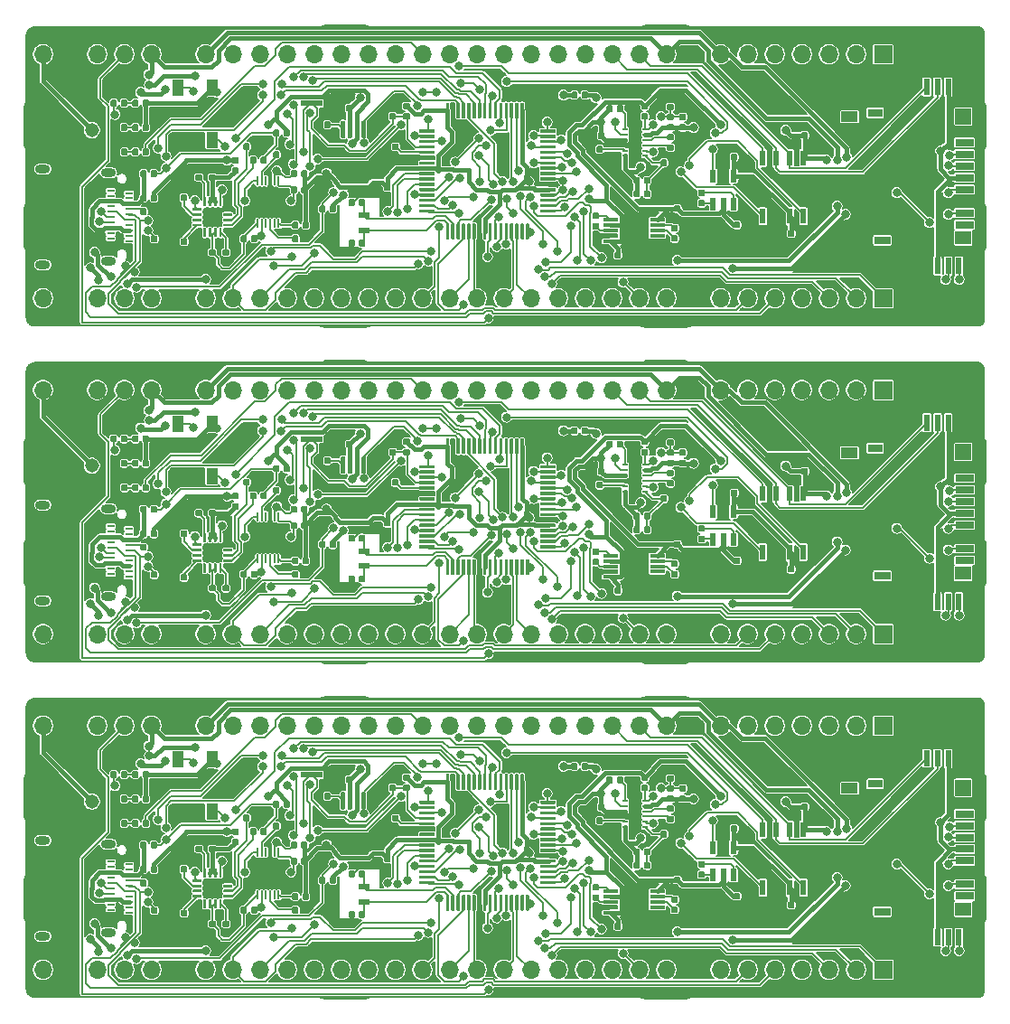
<source format=gbr>
G04 #@! TF.GenerationSoftware,KiCad,Pcbnew,5.1.5+dfsg1-2build2*
G04 #@! TF.CreationDate,2021-03-22T12:15:19+01:00*
G04 #@! TF.ProjectId,ATSAME51J18A-devboard-panel,41545341-4d45-4353-914a-3138412d6465,rev?*
G04 #@! TF.SameCoordinates,Original*
G04 #@! TF.FileFunction,Copper,L1,Top*
G04 #@! TF.FilePolarity,Positive*
%FSLAX46Y46*%
G04 Gerber Fmt 4.6, Leading zero omitted, Abs format (unit mm)*
G04 Created by KiCad (PCBNEW 5.1.5+dfsg1-2build2) date 2021-03-22 12:15:19*
%MOMM*%
%LPD*%
G04 APERTURE LIST*
%ADD10C,0.150000*%
%ADD11R,1.000000X1.500000*%
%ADD12R,1.550000X1.000000*%
%ADD13R,1.500000X1.500000*%
%ADD14R,1.750000X0.700000*%
%ADD15R,1.400000X0.800000*%
%ADD16R,1.000000X1.450000*%
%ADD17R,1.500000X0.800000*%
%ADD18R,1.500000X1.300000*%
%ADD19R,0.558800X1.460500*%
%ADD20R,0.500000X0.250000*%
%ADD21C,0.600000*%
%ADD22R,1.000000X2.650000*%
%ADD23R,1.600000X1.600000*%
%ADD24R,1.950000X2.600000*%
%ADD25R,0.675000X0.400000*%
%ADD26R,0.200000X0.200000*%
%ADD27O,0.200000X0.850000*%
%ADD28R,0.975000X1.300000*%
%ADD29R,0.575000X0.400000*%
%ADD30R,1.200000X1.800000*%
%ADD31R,0.600000X1.550000*%
%ADD32R,1.100000X0.600000*%
%ADD33R,1.700000X1.700000*%
%ADD34O,1.700000X1.700000*%
%ADD35R,2.108200X0.558800*%
%ADD36R,0.600000X1.150000*%
%ADD37R,0.711200X0.254000*%
%ADD38O,1.397000X0.812800*%
%ADD39C,1.308000*%
%ADD40R,1.308000X1.308000*%
%ADD41R,1.400000X0.300000*%
%ADD42C,0.800000*%
%ADD43C,0.400000*%
%ADD44C,0.200000*%
%ADD45C,0.127000*%
G04 APERTURE END LIST*
G04 #@! TA.AperFunction,SMDPad,CuDef*
D10*
G36*
X123338959Y-122022729D02*
G01*
X123353277Y-122024853D01*
X123367318Y-122028370D01*
X123380947Y-122033247D01*
X123394032Y-122039436D01*
X123406448Y-122046877D01*
X123418074Y-122055500D01*
X123428799Y-122065221D01*
X123438520Y-122075946D01*
X123447143Y-122087572D01*
X123454584Y-122099988D01*
X123460773Y-122113073D01*
X123465650Y-122126702D01*
X123469167Y-122140743D01*
X123471291Y-122155061D01*
X123472001Y-122169519D01*
X123472001Y-122464519D01*
X123471291Y-122478977D01*
X123469167Y-122493295D01*
X123465650Y-122507336D01*
X123460773Y-122520965D01*
X123454584Y-122534050D01*
X123447143Y-122546466D01*
X123438520Y-122558092D01*
X123428799Y-122568817D01*
X123418074Y-122578538D01*
X123406448Y-122587161D01*
X123394032Y-122594602D01*
X123380947Y-122600791D01*
X123367318Y-122605668D01*
X123353277Y-122609185D01*
X123338959Y-122611309D01*
X123324501Y-122612019D01*
X122979501Y-122612019D01*
X122965043Y-122611309D01*
X122950725Y-122609185D01*
X122936684Y-122605668D01*
X122923055Y-122600791D01*
X122909970Y-122594602D01*
X122897554Y-122587161D01*
X122885928Y-122578538D01*
X122875203Y-122568817D01*
X122865482Y-122558092D01*
X122856859Y-122546466D01*
X122849418Y-122534050D01*
X122843229Y-122520965D01*
X122838352Y-122507336D01*
X122834835Y-122493295D01*
X122832711Y-122478977D01*
X122832001Y-122464519D01*
X122832001Y-122169519D01*
X122832711Y-122155061D01*
X122834835Y-122140743D01*
X122838352Y-122126702D01*
X122843229Y-122113073D01*
X122849418Y-122099988D01*
X122856859Y-122087572D01*
X122865482Y-122075946D01*
X122875203Y-122065221D01*
X122885928Y-122055500D01*
X122897554Y-122046877D01*
X122909970Y-122039436D01*
X122923055Y-122033247D01*
X122936684Y-122028370D01*
X122950725Y-122024853D01*
X122965043Y-122022729D01*
X122979501Y-122022019D01*
X123324501Y-122022019D01*
X123338959Y-122022729D01*
G37*
G04 #@! TD.AperFunction*
G04 #@! TA.AperFunction,SMDPad,CuDef*
G36*
X123338959Y-122992729D02*
G01*
X123353277Y-122994853D01*
X123367318Y-122998370D01*
X123380947Y-123003247D01*
X123394032Y-123009436D01*
X123406448Y-123016877D01*
X123418074Y-123025500D01*
X123428799Y-123035221D01*
X123438520Y-123045946D01*
X123447143Y-123057572D01*
X123454584Y-123069988D01*
X123460773Y-123083073D01*
X123465650Y-123096702D01*
X123469167Y-123110743D01*
X123471291Y-123125061D01*
X123472001Y-123139519D01*
X123472001Y-123434519D01*
X123471291Y-123448977D01*
X123469167Y-123463295D01*
X123465650Y-123477336D01*
X123460773Y-123490965D01*
X123454584Y-123504050D01*
X123447143Y-123516466D01*
X123438520Y-123528092D01*
X123428799Y-123538817D01*
X123418074Y-123548538D01*
X123406448Y-123557161D01*
X123394032Y-123564602D01*
X123380947Y-123570791D01*
X123367318Y-123575668D01*
X123353277Y-123579185D01*
X123338959Y-123581309D01*
X123324501Y-123582019D01*
X122979501Y-123582019D01*
X122965043Y-123581309D01*
X122950725Y-123579185D01*
X122936684Y-123575668D01*
X122923055Y-123570791D01*
X122909970Y-123564602D01*
X122897554Y-123557161D01*
X122885928Y-123548538D01*
X122875203Y-123538817D01*
X122865482Y-123528092D01*
X122856859Y-123516466D01*
X122849418Y-123504050D01*
X122843229Y-123490965D01*
X122838352Y-123477336D01*
X122834835Y-123463295D01*
X122832711Y-123448977D01*
X122832001Y-123434519D01*
X122832001Y-123139519D01*
X122832711Y-123125061D01*
X122834835Y-123110743D01*
X122838352Y-123096702D01*
X122843229Y-123083073D01*
X122849418Y-123069988D01*
X122856859Y-123057572D01*
X122865482Y-123045946D01*
X122875203Y-123035221D01*
X122885928Y-123025500D01*
X122897554Y-123016877D01*
X122909970Y-123009436D01*
X122923055Y-123003247D01*
X122936684Y-122998370D01*
X122950725Y-122994853D01*
X122965043Y-122992729D01*
X122979501Y-122992019D01*
X123324501Y-122992019D01*
X123338959Y-122992729D01*
G37*
G04 #@! TD.AperFunction*
G04 #@! TA.AperFunction,SMDPad,CuDef*
G36*
X122068959Y-133152729D02*
G01*
X122083277Y-133154853D01*
X122097318Y-133158370D01*
X122110947Y-133163247D01*
X122124032Y-133169436D01*
X122136448Y-133176877D01*
X122148074Y-133185500D01*
X122158799Y-133195221D01*
X122168520Y-133205946D01*
X122177143Y-133217572D01*
X122184584Y-133229988D01*
X122190773Y-133243073D01*
X122195650Y-133256702D01*
X122199167Y-133270743D01*
X122201291Y-133285061D01*
X122202001Y-133299519D01*
X122202001Y-133594519D01*
X122201291Y-133608977D01*
X122199167Y-133623295D01*
X122195650Y-133637336D01*
X122190773Y-133650965D01*
X122184584Y-133664050D01*
X122177143Y-133676466D01*
X122168520Y-133688092D01*
X122158799Y-133698817D01*
X122148074Y-133708538D01*
X122136448Y-133717161D01*
X122124032Y-133724602D01*
X122110947Y-133730791D01*
X122097318Y-133735668D01*
X122083277Y-133739185D01*
X122068959Y-133741309D01*
X122054501Y-133742019D01*
X121709501Y-133742019D01*
X121695043Y-133741309D01*
X121680725Y-133739185D01*
X121666684Y-133735668D01*
X121653055Y-133730791D01*
X121639970Y-133724602D01*
X121627554Y-133717161D01*
X121615928Y-133708538D01*
X121605203Y-133698817D01*
X121595482Y-133688092D01*
X121586859Y-133676466D01*
X121579418Y-133664050D01*
X121573229Y-133650965D01*
X121568352Y-133637336D01*
X121564835Y-133623295D01*
X121562711Y-133608977D01*
X121562001Y-133594519D01*
X121562001Y-133299519D01*
X121562711Y-133285061D01*
X121564835Y-133270743D01*
X121568352Y-133256702D01*
X121573229Y-133243073D01*
X121579418Y-133229988D01*
X121586859Y-133217572D01*
X121595482Y-133205946D01*
X121605203Y-133195221D01*
X121615928Y-133185500D01*
X121627554Y-133176877D01*
X121639970Y-133169436D01*
X121653055Y-133163247D01*
X121666684Y-133158370D01*
X121680725Y-133154853D01*
X121695043Y-133152729D01*
X121709501Y-133152019D01*
X122054501Y-133152019D01*
X122068959Y-133152729D01*
G37*
G04 #@! TD.AperFunction*
G04 #@! TA.AperFunction,SMDPad,CuDef*
G36*
X122068959Y-132182729D02*
G01*
X122083277Y-132184853D01*
X122097318Y-132188370D01*
X122110947Y-132193247D01*
X122124032Y-132199436D01*
X122136448Y-132206877D01*
X122148074Y-132215500D01*
X122158799Y-132225221D01*
X122168520Y-132235946D01*
X122177143Y-132247572D01*
X122184584Y-132259988D01*
X122190773Y-132273073D01*
X122195650Y-132286702D01*
X122199167Y-132300743D01*
X122201291Y-132315061D01*
X122202001Y-132329519D01*
X122202001Y-132624519D01*
X122201291Y-132638977D01*
X122199167Y-132653295D01*
X122195650Y-132667336D01*
X122190773Y-132680965D01*
X122184584Y-132694050D01*
X122177143Y-132706466D01*
X122168520Y-132718092D01*
X122158799Y-132728817D01*
X122148074Y-132738538D01*
X122136448Y-132747161D01*
X122124032Y-132754602D01*
X122110947Y-132760791D01*
X122097318Y-132765668D01*
X122083277Y-132769185D01*
X122068959Y-132771309D01*
X122054501Y-132772019D01*
X121709501Y-132772019D01*
X121695043Y-132771309D01*
X121680725Y-132769185D01*
X121666684Y-132765668D01*
X121653055Y-132760791D01*
X121639970Y-132754602D01*
X121627554Y-132747161D01*
X121615928Y-132738538D01*
X121605203Y-132728817D01*
X121595482Y-132718092D01*
X121586859Y-132706466D01*
X121579418Y-132694050D01*
X121573229Y-132680965D01*
X121568352Y-132667336D01*
X121564835Y-132653295D01*
X121562711Y-132638977D01*
X121562001Y-132624519D01*
X121562001Y-132329519D01*
X121562711Y-132315061D01*
X121564835Y-132300743D01*
X121568352Y-132286702D01*
X121573229Y-132273073D01*
X121579418Y-132259988D01*
X121586859Y-132247572D01*
X121595482Y-132235946D01*
X121605203Y-132225221D01*
X121615928Y-132215500D01*
X121627554Y-132206877D01*
X121639970Y-132199436D01*
X121653055Y-132193247D01*
X121666684Y-132188370D01*
X121680725Y-132184853D01*
X121695043Y-132182729D01*
X121709501Y-132182019D01*
X122054501Y-132182019D01*
X122068959Y-132182729D01*
G37*
G04 #@! TD.AperFunction*
G04 #@! TA.AperFunction,SMDPad,CuDef*
G36*
X81836959Y-129249729D02*
G01*
X81851277Y-129251853D01*
X81865318Y-129255370D01*
X81878947Y-129260247D01*
X81892032Y-129266436D01*
X81904448Y-129273877D01*
X81916074Y-129282500D01*
X81926799Y-129292221D01*
X81936520Y-129302946D01*
X81945143Y-129314572D01*
X81952584Y-129326988D01*
X81958773Y-129340073D01*
X81963650Y-129353702D01*
X81967167Y-129367743D01*
X81969291Y-129382061D01*
X81970001Y-129396519D01*
X81970001Y-129741519D01*
X81969291Y-129755977D01*
X81967167Y-129770295D01*
X81963650Y-129784336D01*
X81958773Y-129797965D01*
X81952584Y-129811050D01*
X81945143Y-129823466D01*
X81936520Y-129835092D01*
X81926799Y-129845817D01*
X81916074Y-129855538D01*
X81904448Y-129864161D01*
X81892032Y-129871602D01*
X81878947Y-129877791D01*
X81865318Y-129882668D01*
X81851277Y-129886185D01*
X81836959Y-129888309D01*
X81822501Y-129889019D01*
X81527501Y-129889019D01*
X81513043Y-129888309D01*
X81498725Y-129886185D01*
X81484684Y-129882668D01*
X81471055Y-129877791D01*
X81457970Y-129871602D01*
X81445554Y-129864161D01*
X81433928Y-129855538D01*
X81423203Y-129845817D01*
X81413482Y-129835092D01*
X81404859Y-129823466D01*
X81397418Y-129811050D01*
X81391229Y-129797965D01*
X81386352Y-129784336D01*
X81382835Y-129770295D01*
X81380711Y-129755977D01*
X81380001Y-129741519D01*
X81380001Y-129396519D01*
X81380711Y-129382061D01*
X81382835Y-129367743D01*
X81386352Y-129353702D01*
X81391229Y-129340073D01*
X81397418Y-129326988D01*
X81404859Y-129314572D01*
X81413482Y-129302946D01*
X81423203Y-129292221D01*
X81433928Y-129282500D01*
X81445554Y-129273877D01*
X81457970Y-129266436D01*
X81471055Y-129260247D01*
X81484684Y-129255370D01*
X81498725Y-129251853D01*
X81513043Y-129249729D01*
X81527501Y-129249019D01*
X81822501Y-129249019D01*
X81836959Y-129249729D01*
G37*
G04 #@! TD.AperFunction*
G04 #@! TA.AperFunction,SMDPad,CuDef*
G36*
X80866959Y-129249729D02*
G01*
X80881277Y-129251853D01*
X80895318Y-129255370D01*
X80908947Y-129260247D01*
X80922032Y-129266436D01*
X80934448Y-129273877D01*
X80946074Y-129282500D01*
X80956799Y-129292221D01*
X80966520Y-129302946D01*
X80975143Y-129314572D01*
X80982584Y-129326988D01*
X80988773Y-129340073D01*
X80993650Y-129353702D01*
X80997167Y-129367743D01*
X80999291Y-129382061D01*
X81000001Y-129396519D01*
X81000001Y-129741519D01*
X80999291Y-129755977D01*
X80997167Y-129770295D01*
X80993650Y-129784336D01*
X80988773Y-129797965D01*
X80982584Y-129811050D01*
X80975143Y-129823466D01*
X80966520Y-129835092D01*
X80956799Y-129845817D01*
X80946074Y-129855538D01*
X80934448Y-129864161D01*
X80922032Y-129871602D01*
X80908947Y-129877791D01*
X80895318Y-129882668D01*
X80881277Y-129886185D01*
X80866959Y-129888309D01*
X80852501Y-129889019D01*
X80557501Y-129889019D01*
X80543043Y-129888309D01*
X80528725Y-129886185D01*
X80514684Y-129882668D01*
X80501055Y-129877791D01*
X80487970Y-129871602D01*
X80475554Y-129864161D01*
X80463928Y-129855538D01*
X80453203Y-129845817D01*
X80443482Y-129835092D01*
X80434859Y-129823466D01*
X80427418Y-129811050D01*
X80421229Y-129797965D01*
X80416352Y-129784336D01*
X80412835Y-129770295D01*
X80410711Y-129755977D01*
X80410001Y-129741519D01*
X80410001Y-129396519D01*
X80410711Y-129382061D01*
X80412835Y-129367743D01*
X80416352Y-129353702D01*
X80421229Y-129340073D01*
X80427418Y-129326988D01*
X80434859Y-129314572D01*
X80443482Y-129302946D01*
X80453203Y-129292221D01*
X80463928Y-129282500D01*
X80475554Y-129273877D01*
X80487970Y-129266436D01*
X80501055Y-129260247D01*
X80514684Y-129255370D01*
X80528725Y-129251853D01*
X80543043Y-129249729D01*
X80557501Y-129249019D01*
X80852501Y-129249019D01*
X80866959Y-129249729D01*
G37*
G04 #@! TD.AperFunction*
G04 #@! TA.AperFunction,SMDPad,CuDef*
G36*
X80866959Y-133059729D02*
G01*
X80881277Y-133061853D01*
X80895318Y-133065370D01*
X80908947Y-133070247D01*
X80922032Y-133076436D01*
X80934448Y-133083877D01*
X80946074Y-133092500D01*
X80956799Y-133102221D01*
X80966520Y-133112946D01*
X80975143Y-133124572D01*
X80982584Y-133136988D01*
X80988773Y-133150073D01*
X80993650Y-133163702D01*
X80997167Y-133177743D01*
X80999291Y-133192061D01*
X81000001Y-133206519D01*
X81000001Y-133551519D01*
X80999291Y-133565977D01*
X80997167Y-133580295D01*
X80993650Y-133594336D01*
X80988773Y-133607965D01*
X80982584Y-133621050D01*
X80975143Y-133633466D01*
X80966520Y-133645092D01*
X80956799Y-133655817D01*
X80946074Y-133665538D01*
X80934448Y-133674161D01*
X80922032Y-133681602D01*
X80908947Y-133687791D01*
X80895318Y-133692668D01*
X80881277Y-133696185D01*
X80866959Y-133698309D01*
X80852501Y-133699019D01*
X80557501Y-133699019D01*
X80543043Y-133698309D01*
X80528725Y-133696185D01*
X80514684Y-133692668D01*
X80501055Y-133687791D01*
X80487970Y-133681602D01*
X80475554Y-133674161D01*
X80463928Y-133665538D01*
X80453203Y-133655817D01*
X80443482Y-133645092D01*
X80434859Y-133633466D01*
X80427418Y-133621050D01*
X80421229Y-133607965D01*
X80416352Y-133594336D01*
X80412835Y-133580295D01*
X80410711Y-133565977D01*
X80410001Y-133551519D01*
X80410001Y-133206519D01*
X80410711Y-133192061D01*
X80412835Y-133177743D01*
X80416352Y-133163702D01*
X80421229Y-133150073D01*
X80427418Y-133136988D01*
X80434859Y-133124572D01*
X80443482Y-133112946D01*
X80453203Y-133102221D01*
X80463928Y-133092500D01*
X80475554Y-133083877D01*
X80487970Y-133076436D01*
X80501055Y-133070247D01*
X80514684Y-133065370D01*
X80528725Y-133061853D01*
X80543043Y-133059729D01*
X80557501Y-133059019D01*
X80852501Y-133059019D01*
X80866959Y-133059729D01*
G37*
G04 #@! TD.AperFunction*
G04 #@! TA.AperFunction,SMDPad,CuDef*
G36*
X81836959Y-133059729D02*
G01*
X81851277Y-133061853D01*
X81865318Y-133065370D01*
X81878947Y-133070247D01*
X81892032Y-133076436D01*
X81904448Y-133083877D01*
X81916074Y-133092500D01*
X81926799Y-133102221D01*
X81936520Y-133112946D01*
X81945143Y-133124572D01*
X81952584Y-133136988D01*
X81958773Y-133150073D01*
X81963650Y-133163702D01*
X81967167Y-133177743D01*
X81969291Y-133192061D01*
X81970001Y-133206519D01*
X81970001Y-133551519D01*
X81969291Y-133565977D01*
X81967167Y-133580295D01*
X81963650Y-133594336D01*
X81958773Y-133607965D01*
X81952584Y-133621050D01*
X81945143Y-133633466D01*
X81936520Y-133645092D01*
X81926799Y-133655817D01*
X81916074Y-133665538D01*
X81904448Y-133674161D01*
X81892032Y-133681602D01*
X81878947Y-133687791D01*
X81865318Y-133692668D01*
X81851277Y-133696185D01*
X81836959Y-133698309D01*
X81822501Y-133699019D01*
X81527501Y-133699019D01*
X81513043Y-133698309D01*
X81498725Y-133696185D01*
X81484684Y-133692668D01*
X81471055Y-133687791D01*
X81457970Y-133681602D01*
X81445554Y-133674161D01*
X81433928Y-133665538D01*
X81423203Y-133655817D01*
X81413482Y-133645092D01*
X81404859Y-133633466D01*
X81397418Y-133621050D01*
X81391229Y-133607965D01*
X81386352Y-133594336D01*
X81382835Y-133580295D01*
X81380711Y-133565977D01*
X81380001Y-133551519D01*
X81380001Y-133206519D01*
X81380711Y-133192061D01*
X81382835Y-133177743D01*
X81386352Y-133163702D01*
X81391229Y-133150073D01*
X81397418Y-133136988D01*
X81404859Y-133124572D01*
X81413482Y-133112946D01*
X81423203Y-133102221D01*
X81433928Y-133092500D01*
X81445554Y-133083877D01*
X81457970Y-133076436D01*
X81471055Y-133070247D01*
X81484684Y-133065370D01*
X81498725Y-133061853D01*
X81513043Y-133059729D01*
X81527501Y-133059019D01*
X81822501Y-133059019D01*
X81836959Y-133059729D01*
G37*
G04 #@! TD.AperFunction*
G04 #@! TA.AperFunction,SMDPad,CuDef*
G36*
X84730959Y-120244729D02*
G01*
X84745277Y-120246853D01*
X84759318Y-120250370D01*
X84772947Y-120255247D01*
X84786032Y-120261436D01*
X84798448Y-120268877D01*
X84810074Y-120277500D01*
X84820799Y-120287221D01*
X84830520Y-120297946D01*
X84839143Y-120309572D01*
X84846584Y-120321988D01*
X84852773Y-120335073D01*
X84857650Y-120348702D01*
X84861167Y-120362743D01*
X84863291Y-120377061D01*
X84864001Y-120391519D01*
X84864001Y-120686519D01*
X84863291Y-120700977D01*
X84861167Y-120715295D01*
X84857650Y-120729336D01*
X84852773Y-120742965D01*
X84846584Y-120756050D01*
X84839143Y-120768466D01*
X84830520Y-120780092D01*
X84820799Y-120790817D01*
X84810074Y-120800538D01*
X84798448Y-120809161D01*
X84786032Y-120816602D01*
X84772947Y-120822791D01*
X84759318Y-120827668D01*
X84745277Y-120831185D01*
X84730959Y-120833309D01*
X84716501Y-120834019D01*
X84371501Y-120834019D01*
X84357043Y-120833309D01*
X84342725Y-120831185D01*
X84328684Y-120827668D01*
X84315055Y-120822791D01*
X84301970Y-120816602D01*
X84289554Y-120809161D01*
X84277928Y-120800538D01*
X84267203Y-120790817D01*
X84257482Y-120780092D01*
X84248859Y-120768466D01*
X84241418Y-120756050D01*
X84235229Y-120742965D01*
X84230352Y-120729336D01*
X84226835Y-120715295D01*
X84224711Y-120700977D01*
X84224001Y-120686519D01*
X84224001Y-120391519D01*
X84224711Y-120377061D01*
X84226835Y-120362743D01*
X84230352Y-120348702D01*
X84235229Y-120335073D01*
X84241418Y-120321988D01*
X84248859Y-120309572D01*
X84257482Y-120297946D01*
X84267203Y-120287221D01*
X84277928Y-120277500D01*
X84289554Y-120268877D01*
X84301970Y-120261436D01*
X84315055Y-120255247D01*
X84328684Y-120250370D01*
X84342725Y-120246853D01*
X84357043Y-120244729D01*
X84371501Y-120244019D01*
X84716501Y-120244019D01*
X84730959Y-120244729D01*
G37*
G04 #@! TD.AperFunction*
G04 #@! TA.AperFunction,SMDPad,CuDef*
G36*
X84730959Y-121214729D02*
G01*
X84745277Y-121216853D01*
X84759318Y-121220370D01*
X84772947Y-121225247D01*
X84786032Y-121231436D01*
X84798448Y-121238877D01*
X84810074Y-121247500D01*
X84820799Y-121257221D01*
X84830520Y-121267946D01*
X84839143Y-121279572D01*
X84846584Y-121291988D01*
X84852773Y-121305073D01*
X84857650Y-121318702D01*
X84861167Y-121332743D01*
X84863291Y-121347061D01*
X84864001Y-121361519D01*
X84864001Y-121656519D01*
X84863291Y-121670977D01*
X84861167Y-121685295D01*
X84857650Y-121699336D01*
X84852773Y-121712965D01*
X84846584Y-121726050D01*
X84839143Y-121738466D01*
X84830520Y-121750092D01*
X84820799Y-121760817D01*
X84810074Y-121770538D01*
X84798448Y-121779161D01*
X84786032Y-121786602D01*
X84772947Y-121792791D01*
X84759318Y-121797668D01*
X84745277Y-121801185D01*
X84730959Y-121803309D01*
X84716501Y-121804019D01*
X84371501Y-121804019D01*
X84357043Y-121803309D01*
X84342725Y-121801185D01*
X84328684Y-121797668D01*
X84315055Y-121792791D01*
X84301970Y-121786602D01*
X84289554Y-121779161D01*
X84277928Y-121770538D01*
X84267203Y-121760817D01*
X84257482Y-121750092D01*
X84248859Y-121738466D01*
X84241418Y-121726050D01*
X84235229Y-121712965D01*
X84230352Y-121699336D01*
X84226835Y-121685295D01*
X84224711Y-121670977D01*
X84224001Y-121656519D01*
X84224001Y-121361519D01*
X84224711Y-121347061D01*
X84226835Y-121332743D01*
X84230352Y-121318702D01*
X84235229Y-121305073D01*
X84241418Y-121291988D01*
X84248859Y-121279572D01*
X84257482Y-121267946D01*
X84267203Y-121257221D01*
X84277928Y-121247500D01*
X84289554Y-121238877D01*
X84301970Y-121231436D01*
X84315055Y-121225247D01*
X84328684Y-121220370D01*
X84342725Y-121216853D01*
X84357043Y-121214729D01*
X84371501Y-121214019D01*
X84716501Y-121214019D01*
X84730959Y-121214729D01*
G37*
G04 #@! TD.AperFunction*
G04 #@! TA.AperFunction,SMDPad,CuDef*
G36*
X84984959Y-125024729D02*
G01*
X84999277Y-125026853D01*
X85013318Y-125030370D01*
X85026947Y-125035247D01*
X85040032Y-125041436D01*
X85052448Y-125048877D01*
X85064074Y-125057500D01*
X85074799Y-125067221D01*
X85084520Y-125077946D01*
X85093143Y-125089572D01*
X85100584Y-125101988D01*
X85106773Y-125115073D01*
X85111650Y-125128702D01*
X85115167Y-125142743D01*
X85117291Y-125157061D01*
X85118001Y-125171519D01*
X85118001Y-125466519D01*
X85117291Y-125480977D01*
X85115167Y-125495295D01*
X85111650Y-125509336D01*
X85106773Y-125522965D01*
X85100584Y-125536050D01*
X85093143Y-125548466D01*
X85084520Y-125560092D01*
X85074799Y-125570817D01*
X85064074Y-125580538D01*
X85052448Y-125589161D01*
X85040032Y-125596602D01*
X85026947Y-125602791D01*
X85013318Y-125607668D01*
X84999277Y-125611185D01*
X84984959Y-125613309D01*
X84970501Y-125614019D01*
X84625501Y-125614019D01*
X84611043Y-125613309D01*
X84596725Y-125611185D01*
X84582684Y-125607668D01*
X84569055Y-125602791D01*
X84555970Y-125596602D01*
X84543554Y-125589161D01*
X84531928Y-125580538D01*
X84521203Y-125570817D01*
X84511482Y-125560092D01*
X84502859Y-125548466D01*
X84495418Y-125536050D01*
X84489229Y-125522965D01*
X84484352Y-125509336D01*
X84480835Y-125495295D01*
X84478711Y-125480977D01*
X84478001Y-125466519D01*
X84478001Y-125171519D01*
X84478711Y-125157061D01*
X84480835Y-125142743D01*
X84484352Y-125128702D01*
X84489229Y-125115073D01*
X84495418Y-125101988D01*
X84502859Y-125089572D01*
X84511482Y-125077946D01*
X84521203Y-125067221D01*
X84531928Y-125057500D01*
X84543554Y-125048877D01*
X84555970Y-125041436D01*
X84569055Y-125035247D01*
X84582684Y-125030370D01*
X84596725Y-125026853D01*
X84611043Y-125024729D01*
X84625501Y-125024019D01*
X84970501Y-125024019D01*
X84984959Y-125024729D01*
G37*
G04 #@! TD.AperFunction*
G04 #@! TA.AperFunction,SMDPad,CuDef*
G36*
X84984959Y-124054729D02*
G01*
X84999277Y-124056853D01*
X85013318Y-124060370D01*
X85026947Y-124065247D01*
X85040032Y-124071436D01*
X85052448Y-124078877D01*
X85064074Y-124087500D01*
X85074799Y-124097221D01*
X85084520Y-124107946D01*
X85093143Y-124119572D01*
X85100584Y-124131988D01*
X85106773Y-124145073D01*
X85111650Y-124158702D01*
X85115167Y-124172743D01*
X85117291Y-124187061D01*
X85118001Y-124201519D01*
X85118001Y-124496519D01*
X85117291Y-124510977D01*
X85115167Y-124525295D01*
X85111650Y-124539336D01*
X85106773Y-124552965D01*
X85100584Y-124566050D01*
X85093143Y-124578466D01*
X85084520Y-124590092D01*
X85074799Y-124600817D01*
X85064074Y-124610538D01*
X85052448Y-124619161D01*
X85040032Y-124626602D01*
X85026947Y-124632791D01*
X85013318Y-124637668D01*
X84999277Y-124641185D01*
X84984959Y-124643309D01*
X84970501Y-124644019D01*
X84625501Y-124644019D01*
X84611043Y-124643309D01*
X84596725Y-124641185D01*
X84582684Y-124637668D01*
X84569055Y-124632791D01*
X84555970Y-124626602D01*
X84543554Y-124619161D01*
X84531928Y-124610538D01*
X84521203Y-124600817D01*
X84511482Y-124590092D01*
X84502859Y-124578466D01*
X84495418Y-124566050D01*
X84489229Y-124552965D01*
X84484352Y-124539336D01*
X84480835Y-124525295D01*
X84478711Y-124510977D01*
X84478001Y-124496519D01*
X84478001Y-124201519D01*
X84478711Y-124187061D01*
X84480835Y-124172743D01*
X84484352Y-124158702D01*
X84489229Y-124145073D01*
X84495418Y-124131988D01*
X84502859Y-124119572D01*
X84511482Y-124107946D01*
X84521203Y-124097221D01*
X84531928Y-124087500D01*
X84543554Y-124078877D01*
X84555970Y-124071436D01*
X84569055Y-124065247D01*
X84582684Y-124060370D01*
X84596725Y-124056853D01*
X84611043Y-124054729D01*
X84625501Y-124054019D01*
X84970501Y-124054019D01*
X84984959Y-124054729D01*
G37*
G04 #@! TD.AperFunction*
G04 #@! TA.AperFunction,SMDPad,CuDef*
G36*
X84222959Y-128834729D02*
G01*
X84237277Y-128836853D01*
X84251318Y-128840370D01*
X84264947Y-128845247D01*
X84278032Y-128851436D01*
X84290448Y-128858877D01*
X84302074Y-128867500D01*
X84312799Y-128877221D01*
X84322520Y-128887946D01*
X84331143Y-128899572D01*
X84338584Y-128911988D01*
X84344773Y-128925073D01*
X84349650Y-128938702D01*
X84353167Y-128952743D01*
X84355291Y-128967061D01*
X84356001Y-128981519D01*
X84356001Y-129276519D01*
X84355291Y-129290977D01*
X84353167Y-129305295D01*
X84349650Y-129319336D01*
X84344773Y-129332965D01*
X84338584Y-129346050D01*
X84331143Y-129358466D01*
X84322520Y-129370092D01*
X84312799Y-129380817D01*
X84302074Y-129390538D01*
X84290448Y-129399161D01*
X84278032Y-129406602D01*
X84264947Y-129412791D01*
X84251318Y-129417668D01*
X84237277Y-129421185D01*
X84222959Y-129423309D01*
X84208501Y-129424019D01*
X83863501Y-129424019D01*
X83849043Y-129423309D01*
X83834725Y-129421185D01*
X83820684Y-129417668D01*
X83807055Y-129412791D01*
X83793970Y-129406602D01*
X83781554Y-129399161D01*
X83769928Y-129390538D01*
X83759203Y-129380817D01*
X83749482Y-129370092D01*
X83740859Y-129358466D01*
X83733418Y-129346050D01*
X83727229Y-129332965D01*
X83722352Y-129319336D01*
X83718835Y-129305295D01*
X83716711Y-129290977D01*
X83716001Y-129276519D01*
X83716001Y-128981519D01*
X83716711Y-128967061D01*
X83718835Y-128952743D01*
X83722352Y-128938702D01*
X83727229Y-128925073D01*
X83733418Y-128911988D01*
X83740859Y-128899572D01*
X83749482Y-128887946D01*
X83759203Y-128877221D01*
X83769928Y-128867500D01*
X83781554Y-128858877D01*
X83793970Y-128851436D01*
X83807055Y-128845247D01*
X83820684Y-128840370D01*
X83834725Y-128836853D01*
X83849043Y-128834729D01*
X83863501Y-128834019D01*
X84208501Y-128834019D01*
X84222959Y-128834729D01*
G37*
G04 #@! TD.AperFunction*
G04 #@! TA.AperFunction,SMDPad,CuDef*
G36*
X84222959Y-127864729D02*
G01*
X84237277Y-127866853D01*
X84251318Y-127870370D01*
X84264947Y-127875247D01*
X84278032Y-127881436D01*
X84290448Y-127888877D01*
X84302074Y-127897500D01*
X84312799Y-127907221D01*
X84322520Y-127917946D01*
X84331143Y-127929572D01*
X84338584Y-127941988D01*
X84344773Y-127955073D01*
X84349650Y-127968702D01*
X84353167Y-127982743D01*
X84355291Y-127997061D01*
X84356001Y-128011519D01*
X84356001Y-128306519D01*
X84355291Y-128320977D01*
X84353167Y-128335295D01*
X84349650Y-128349336D01*
X84344773Y-128362965D01*
X84338584Y-128376050D01*
X84331143Y-128388466D01*
X84322520Y-128400092D01*
X84312799Y-128410817D01*
X84302074Y-128420538D01*
X84290448Y-128429161D01*
X84278032Y-128436602D01*
X84264947Y-128442791D01*
X84251318Y-128447668D01*
X84237277Y-128451185D01*
X84222959Y-128453309D01*
X84208501Y-128454019D01*
X83863501Y-128454019D01*
X83849043Y-128453309D01*
X83834725Y-128451185D01*
X83820684Y-128447668D01*
X83807055Y-128442791D01*
X83793970Y-128436602D01*
X83781554Y-128429161D01*
X83769928Y-128420538D01*
X83759203Y-128410817D01*
X83749482Y-128400092D01*
X83740859Y-128388466D01*
X83733418Y-128376050D01*
X83727229Y-128362965D01*
X83722352Y-128349336D01*
X83718835Y-128335295D01*
X83716711Y-128320977D01*
X83716001Y-128306519D01*
X83716001Y-128011519D01*
X83716711Y-127997061D01*
X83718835Y-127982743D01*
X83722352Y-127968702D01*
X83727229Y-127955073D01*
X83733418Y-127941988D01*
X83740859Y-127929572D01*
X83749482Y-127917946D01*
X83759203Y-127907221D01*
X83769928Y-127897500D01*
X83781554Y-127888877D01*
X83793970Y-127881436D01*
X83807055Y-127875247D01*
X83820684Y-127870370D01*
X83834725Y-127866853D01*
X83849043Y-127864729D01*
X83863501Y-127864019D01*
X84208501Y-127864019D01*
X84222959Y-127864729D01*
G37*
G04 #@! TD.AperFunction*
G04 #@! TA.AperFunction,SMDPad,CuDef*
G36*
X78586959Y-121974729D02*
G01*
X78601277Y-121976853D01*
X78615318Y-121980370D01*
X78628947Y-121985247D01*
X78642032Y-121991436D01*
X78654448Y-121998877D01*
X78666074Y-122007500D01*
X78676799Y-122017221D01*
X78686520Y-122027946D01*
X78695143Y-122039572D01*
X78702584Y-122051988D01*
X78708773Y-122065073D01*
X78713650Y-122078702D01*
X78717167Y-122092743D01*
X78719291Y-122107061D01*
X78720001Y-122121519D01*
X78720001Y-122466519D01*
X78719291Y-122480977D01*
X78717167Y-122495295D01*
X78713650Y-122509336D01*
X78708773Y-122522965D01*
X78702584Y-122536050D01*
X78695143Y-122548466D01*
X78686520Y-122560092D01*
X78676799Y-122570817D01*
X78666074Y-122580538D01*
X78654448Y-122589161D01*
X78642032Y-122596602D01*
X78628947Y-122602791D01*
X78615318Y-122607668D01*
X78601277Y-122611185D01*
X78586959Y-122613309D01*
X78572501Y-122614019D01*
X78277501Y-122614019D01*
X78263043Y-122613309D01*
X78248725Y-122611185D01*
X78234684Y-122607668D01*
X78221055Y-122602791D01*
X78207970Y-122596602D01*
X78195554Y-122589161D01*
X78183928Y-122580538D01*
X78173203Y-122570817D01*
X78163482Y-122560092D01*
X78154859Y-122548466D01*
X78147418Y-122536050D01*
X78141229Y-122522965D01*
X78136352Y-122509336D01*
X78132835Y-122495295D01*
X78130711Y-122480977D01*
X78130001Y-122466519D01*
X78130001Y-122121519D01*
X78130711Y-122107061D01*
X78132835Y-122092743D01*
X78136352Y-122078702D01*
X78141229Y-122065073D01*
X78147418Y-122051988D01*
X78154859Y-122039572D01*
X78163482Y-122027946D01*
X78173203Y-122017221D01*
X78183928Y-122007500D01*
X78195554Y-121998877D01*
X78207970Y-121991436D01*
X78221055Y-121985247D01*
X78234684Y-121980370D01*
X78248725Y-121976853D01*
X78263043Y-121974729D01*
X78277501Y-121974019D01*
X78572501Y-121974019D01*
X78586959Y-121974729D01*
G37*
G04 #@! TD.AperFunction*
G04 #@! TA.AperFunction,SMDPad,CuDef*
G36*
X77616959Y-121974729D02*
G01*
X77631277Y-121976853D01*
X77645318Y-121980370D01*
X77658947Y-121985247D01*
X77672032Y-121991436D01*
X77684448Y-121998877D01*
X77696074Y-122007500D01*
X77706799Y-122017221D01*
X77716520Y-122027946D01*
X77725143Y-122039572D01*
X77732584Y-122051988D01*
X77738773Y-122065073D01*
X77743650Y-122078702D01*
X77747167Y-122092743D01*
X77749291Y-122107061D01*
X77750001Y-122121519D01*
X77750001Y-122466519D01*
X77749291Y-122480977D01*
X77747167Y-122495295D01*
X77743650Y-122509336D01*
X77738773Y-122522965D01*
X77732584Y-122536050D01*
X77725143Y-122548466D01*
X77716520Y-122560092D01*
X77706799Y-122570817D01*
X77696074Y-122580538D01*
X77684448Y-122589161D01*
X77672032Y-122596602D01*
X77658947Y-122602791D01*
X77645318Y-122607668D01*
X77631277Y-122611185D01*
X77616959Y-122613309D01*
X77602501Y-122614019D01*
X77307501Y-122614019D01*
X77293043Y-122613309D01*
X77278725Y-122611185D01*
X77264684Y-122607668D01*
X77251055Y-122602791D01*
X77237970Y-122596602D01*
X77225554Y-122589161D01*
X77213928Y-122580538D01*
X77203203Y-122570817D01*
X77193482Y-122560092D01*
X77184859Y-122548466D01*
X77177418Y-122536050D01*
X77171229Y-122522965D01*
X77166352Y-122509336D01*
X77162835Y-122495295D01*
X77160711Y-122480977D01*
X77160001Y-122466519D01*
X77160001Y-122121519D01*
X77160711Y-122107061D01*
X77162835Y-122092743D01*
X77166352Y-122078702D01*
X77171229Y-122065073D01*
X77177418Y-122051988D01*
X77184859Y-122039572D01*
X77193482Y-122027946D01*
X77203203Y-122017221D01*
X77213928Y-122007500D01*
X77225554Y-121998877D01*
X77237970Y-121991436D01*
X77251055Y-121985247D01*
X77264684Y-121980370D01*
X77278725Y-121976853D01*
X77293043Y-121974729D01*
X77307501Y-121974019D01*
X77602501Y-121974019D01*
X77616959Y-121974729D01*
G37*
G04 #@! TD.AperFunction*
G04 #@! TA.AperFunction,SMDPad,CuDef*
G36*
X110765959Y-123165729D02*
G01*
X110780277Y-123167853D01*
X110794318Y-123171370D01*
X110807947Y-123176247D01*
X110821032Y-123182436D01*
X110833448Y-123189877D01*
X110845074Y-123198500D01*
X110855799Y-123208221D01*
X110865520Y-123218946D01*
X110874143Y-123230572D01*
X110881584Y-123242988D01*
X110887773Y-123256073D01*
X110892650Y-123269702D01*
X110896167Y-123283743D01*
X110898291Y-123298061D01*
X110899001Y-123312519D01*
X110899001Y-123607519D01*
X110898291Y-123621977D01*
X110896167Y-123636295D01*
X110892650Y-123650336D01*
X110887773Y-123663965D01*
X110881584Y-123677050D01*
X110874143Y-123689466D01*
X110865520Y-123701092D01*
X110855799Y-123711817D01*
X110845074Y-123721538D01*
X110833448Y-123730161D01*
X110821032Y-123737602D01*
X110807947Y-123743791D01*
X110794318Y-123748668D01*
X110780277Y-123752185D01*
X110765959Y-123754309D01*
X110751501Y-123755019D01*
X110406501Y-123755019D01*
X110392043Y-123754309D01*
X110377725Y-123752185D01*
X110363684Y-123748668D01*
X110350055Y-123743791D01*
X110336970Y-123737602D01*
X110324554Y-123730161D01*
X110312928Y-123721538D01*
X110302203Y-123711817D01*
X110292482Y-123701092D01*
X110283859Y-123689466D01*
X110276418Y-123677050D01*
X110270229Y-123663965D01*
X110265352Y-123650336D01*
X110261835Y-123636295D01*
X110259711Y-123621977D01*
X110259001Y-123607519D01*
X110259001Y-123312519D01*
X110259711Y-123298061D01*
X110261835Y-123283743D01*
X110265352Y-123269702D01*
X110270229Y-123256073D01*
X110276418Y-123242988D01*
X110283859Y-123230572D01*
X110292482Y-123218946D01*
X110302203Y-123208221D01*
X110312928Y-123198500D01*
X110324554Y-123189877D01*
X110336970Y-123182436D01*
X110350055Y-123176247D01*
X110363684Y-123171370D01*
X110377725Y-123167853D01*
X110392043Y-123165729D01*
X110406501Y-123165019D01*
X110751501Y-123165019D01*
X110765959Y-123165729D01*
G37*
G04 #@! TD.AperFunction*
G04 #@! TA.AperFunction,SMDPad,CuDef*
G36*
X110765959Y-124135729D02*
G01*
X110780277Y-124137853D01*
X110794318Y-124141370D01*
X110807947Y-124146247D01*
X110821032Y-124152436D01*
X110833448Y-124159877D01*
X110845074Y-124168500D01*
X110855799Y-124178221D01*
X110865520Y-124188946D01*
X110874143Y-124200572D01*
X110881584Y-124212988D01*
X110887773Y-124226073D01*
X110892650Y-124239702D01*
X110896167Y-124253743D01*
X110898291Y-124268061D01*
X110899001Y-124282519D01*
X110899001Y-124577519D01*
X110898291Y-124591977D01*
X110896167Y-124606295D01*
X110892650Y-124620336D01*
X110887773Y-124633965D01*
X110881584Y-124647050D01*
X110874143Y-124659466D01*
X110865520Y-124671092D01*
X110855799Y-124681817D01*
X110845074Y-124691538D01*
X110833448Y-124700161D01*
X110821032Y-124707602D01*
X110807947Y-124713791D01*
X110794318Y-124718668D01*
X110780277Y-124722185D01*
X110765959Y-124724309D01*
X110751501Y-124725019D01*
X110406501Y-124725019D01*
X110392043Y-124724309D01*
X110377725Y-124722185D01*
X110363684Y-124718668D01*
X110350055Y-124713791D01*
X110336970Y-124707602D01*
X110324554Y-124700161D01*
X110312928Y-124691538D01*
X110302203Y-124681817D01*
X110292482Y-124671092D01*
X110283859Y-124659466D01*
X110276418Y-124647050D01*
X110270229Y-124633965D01*
X110265352Y-124620336D01*
X110261835Y-124606295D01*
X110259711Y-124591977D01*
X110259001Y-124577519D01*
X110259001Y-124282519D01*
X110259711Y-124268061D01*
X110261835Y-124253743D01*
X110265352Y-124239702D01*
X110270229Y-124226073D01*
X110276418Y-124212988D01*
X110283859Y-124200572D01*
X110292482Y-124188946D01*
X110302203Y-124178221D01*
X110312928Y-124168500D01*
X110324554Y-124159877D01*
X110336970Y-124152436D01*
X110350055Y-124146247D01*
X110363684Y-124141370D01*
X110377725Y-124137853D01*
X110392043Y-124135729D01*
X110406501Y-124135019D01*
X110751501Y-124135019D01*
X110765959Y-124135729D01*
G37*
G04 #@! TD.AperFunction*
G04 #@! TA.AperFunction,SMDPad,CuDef*
G36*
X116988958Y-131374729D02*
G01*
X117003276Y-131376853D01*
X117017317Y-131380370D01*
X117030946Y-131385247D01*
X117044031Y-131391436D01*
X117056447Y-131398877D01*
X117068073Y-131407500D01*
X117078798Y-131417221D01*
X117088519Y-131427946D01*
X117097142Y-131439572D01*
X117104583Y-131451988D01*
X117110772Y-131465073D01*
X117115649Y-131478702D01*
X117119166Y-131492743D01*
X117121290Y-131507061D01*
X117122000Y-131521519D01*
X117122000Y-131816519D01*
X117121290Y-131830977D01*
X117119166Y-131845295D01*
X117115649Y-131859336D01*
X117110772Y-131872965D01*
X117104583Y-131886050D01*
X117097142Y-131898466D01*
X117088519Y-131910092D01*
X117078798Y-131920817D01*
X117068073Y-131930538D01*
X117056447Y-131939161D01*
X117044031Y-131946602D01*
X117030946Y-131952791D01*
X117017317Y-131957668D01*
X117003276Y-131961185D01*
X116988958Y-131963309D01*
X116974500Y-131964019D01*
X116629500Y-131964019D01*
X116615042Y-131963309D01*
X116600724Y-131961185D01*
X116586683Y-131957668D01*
X116573054Y-131952791D01*
X116559969Y-131946602D01*
X116547553Y-131939161D01*
X116535927Y-131930538D01*
X116525202Y-131920817D01*
X116515481Y-131910092D01*
X116506858Y-131898466D01*
X116499417Y-131886050D01*
X116493228Y-131872965D01*
X116488351Y-131859336D01*
X116484834Y-131845295D01*
X116482710Y-131830977D01*
X116482000Y-131816519D01*
X116482000Y-131521519D01*
X116482710Y-131507061D01*
X116484834Y-131492743D01*
X116488351Y-131478702D01*
X116493228Y-131465073D01*
X116499417Y-131451988D01*
X116506858Y-131439572D01*
X116515481Y-131427946D01*
X116525202Y-131417221D01*
X116535927Y-131407500D01*
X116547553Y-131398877D01*
X116559969Y-131391436D01*
X116573054Y-131385247D01*
X116586683Y-131380370D01*
X116600724Y-131376853D01*
X116615042Y-131374729D01*
X116629500Y-131374019D01*
X116974500Y-131374019D01*
X116988958Y-131374729D01*
G37*
G04 #@! TD.AperFunction*
G04 #@! TA.AperFunction,SMDPad,CuDef*
G36*
X116988958Y-130404729D02*
G01*
X117003276Y-130406853D01*
X117017317Y-130410370D01*
X117030946Y-130415247D01*
X117044031Y-130421436D01*
X117056447Y-130428877D01*
X117068073Y-130437500D01*
X117078798Y-130447221D01*
X117088519Y-130457946D01*
X117097142Y-130469572D01*
X117104583Y-130481988D01*
X117110772Y-130495073D01*
X117115649Y-130508702D01*
X117119166Y-130522743D01*
X117121290Y-130537061D01*
X117122000Y-130551519D01*
X117122000Y-130846519D01*
X117121290Y-130860977D01*
X117119166Y-130875295D01*
X117115649Y-130889336D01*
X117110772Y-130902965D01*
X117104583Y-130916050D01*
X117097142Y-130928466D01*
X117088519Y-130940092D01*
X117078798Y-130950817D01*
X117068073Y-130960538D01*
X117056447Y-130969161D01*
X117044031Y-130976602D01*
X117030946Y-130982791D01*
X117017317Y-130987668D01*
X117003276Y-130991185D01*
X116988958Y-130993309D01*
X116974500Y-130994019D01*
X116629500Y-130994019D01*
X116615042Y-130993309D01*
X116600724Y-130991185D01*
X116586683Y-130987668D01*
X116573054Y-130982791D01*
X116559969Y-130976602D01*
X116547553Y-130969161D01*
X116535927Y-130960538D01*
X116525202Y-130950817D01*
X116515481Y-130940092D01*
X116506858Y-130928466D01*
X116499417Y-130916050D01*
X116493228Y-130902965D01*
X116488351Y-130889336D01*
X116484834Y-130875295D01*
X116482710Y-130860977D01*
X116482000Y-130846519D01*
X116482000Y-130551519D01*
X116482710Y-130537061D01*
X116484834Y-130522743D01*
X116488351Y-130508702D01*
X116493228Y-130495073D01*
X116499417Y-130481988D01*
X116506858Y-130469572D01*
X116515481Y-130457946D01*
X116525202Y-130447221D01*
X116535927Y-130437500D01*
X116547553Y-130428877D01*
X116559969Y-130421436D01*
X116573054Y-130415247D01*
X116586683Y-130410370D01*
X116600724Y-130406853D01*
X116615042Y-130404729D01*
X116629500Y-130404019D01*
X116974500Y-130404019D01*
X116988958Y-130404729D01*
G37*
G04 #@! TD.AperFunction*
G04 #@! TA.AperFunction,SMDPad,CuDef*
G36*
X103270959Y-122990729D02*
G01*
X103285277Y-122992853D01*
X103299318Y-122996370D01*
X103312947Y-123001247D01*
X103326032Y-123007436D01*
X103338448Y-123014877D01*
X103350074Y-123023500D01*
X103360799Y-123033221D01*
X103370520Y-123043946D01*
X103379143Y-123055572D01*
X103386584Y-123067988D01*
X103392773Y-123081073D01*
X103397650Y-123094702D01*
X103401167Y-123108743D01*
X103403291Y-123123061D01*
X103404001Y-123137519D01*
X103404001Y-123482519D01*
X103403291Y-123496977D01*
X103401167Y-123511295D01*
X103397650Y-123525336D01*
X103392773Y-123538965D01*
X103386584Y-123552050D01*
X103379143Y-123564466D01*
X103370520Y-123576092D01*
X103360799Y-123586817D01*
X103350074Y-123596538D01*
X103338448Y-123605161D01*
X103326032Y-123612602D01*
X103312947Y-123618791D01*
X103299318Y-123623668D01*
X103285277Y-123627185D01*
X103270959Y-123629309D01*
X103256501Y-123630019D01*
X102961501Y-123630019D01*
X102947043Y-123629309D01*
X102932725Y-123627185D01*
X102918684Y-123623668D01*
X102905055Y-123618791D01*
X102891970Y-123612602D01*
X102879554Y-123605161D01*
X102867928Y-123596538D01*
X102857203Y-123586817D01*
X102847482Y-123576092D01*
X102838859Y-123564466D01*
X102831418Y-123552050D01*
X102825229Y-123538965D01*
X102820352Y-123525336D01*
X102816835Y-123511295D01*
X102814711Y-123496977D01*
X102814001Y-123482519D01*
X102814001Y-123137519D01*
X102814711Y-123123061D01*
X102816835Y-123108743D01*
X102820352Y-123094702D01*
X102825229Y-123081073D01*
X102831418Y-123067988D01*
X102838859Y-123055572D01*
X102847482Y-123043946D01*
X102857203Y-123033221D01*
X102867928Y-123023500D01*
X102879554Y-123014877D01*
X102891970Y-123007436D01*
X102905055Y-123001247D01*
X102918684Y-122996370D01*
X102932725Y-122992853D01*
X102947043Y-122990729D01*
X102961501Y-122990019D01*
X103256501Y-122990019D01*
X103270959Y-122990729D01*
G37*
G04 #@! TD.AperFunction*
G04 #@! TA.AperFunction,SMDPad,CuDef*
G36*
X104240959Y-122990729D02*
G01*
X104255277Y-122992853D01*
X104269318Y-122996370D01*
X104282947Y-123001247D01*
X104296032Y-123007436D01*
X104308448Y-123014877D01*
X104320074Y-123023500D01*
X104330799Y-123033221D01*
X104340520Y-123043946D01*
X104349143Y-123055572D01*
X104356584Y-123067988D01*
X104362773Y-123081073D01*
X104367650Y-123094702D01*
X104371167Y-123108743D01*
X104373291Y-123123061D01*
X104374001Y-123137519D01*
X104374001Y-123482519D01*
X104373291Y-123496977D01*
X104371167Y-123511295D01*
X104367650Y-123525336D01*
X104362773Y-123538965D01*
X104356584Y-123552050D01*
X104349143Y-123564466D01*
X104340520Y-123576092D01*
X104330799Y-123586817D01*
X104320074Y-123596538D01*
X104308448Y-123605161D01*
X104296032Y-123612602D01*
X104282947Y-123618791D01*
X104269318Y-123623668D01*
X104255277Y-123627185D01*
X104240959Y-123629309D01*
X104226501Y-123630019D01*
X103931501Y-123630019D01*
X103917043Y-123629309D01*
X103902725Y-123627185D01*
X103888684Y-123623668D01*
X103875055Y-123618791D01*
X103861970Y-123612602D01*
X103849554Y-123605161D01*
X103837928Y-123596538D01*
X103827203Y-123586817D01*
X103817482Y-123576092D01*
X103808859Y-123564466D01*
X103801418Y-123552050D01*
X103795229Y-123538965D01*
X103790352Y-123525336D01*
X103786835Y-123511295D01*
X103784711Y-123496977D01*
X103784001Y-123482519D01*
X103784001Y-123137519D01*
X103784711Y-123123061D01*
X103786835Y-123108743D01*
X103790352Y-123094702D01*
X103795229Y-123081073D01*
X103801418Y-123067988D01*
X103808859Y-123055572D01*
X103817482Y-123043946D01*
X103827203Y-123033221D01*
X103837928Y-123023500D01*
X103849554Y-123014877D01*
X103861970Y-123007436D01*
X103875055Y-123001247D01*
X103888684Y-122996370D01*
X103902725Y-122992853D01*
X103917043Y-122990729D01*
X103931501Y-122990019D01*
X104226501Y-122990019D01*
X104240959Y-122990729D01*
G37*
G04 #@! TD.AperFunction*
G04 #@! TA.AperFunction,SMDPad,CuDef*
G36*
X80666959Y-120452729D02*
G01*
X80681277Y-120454853D01*
X80695318Y-120458370D01*
X80708947Y-120463247D01*
X80722032Y-120469436D01*
X80734448Y-120476877D01*
X80746074Y-120485500D01*
X80756799Y-120495221D01*
X80766520Y-120505946D01*
X80775143Y-120517572D01*
X80782584Y-120529988D01*
X80788773Y-120543073D01*
X80793650Y-120556702D01*
X80797167Y-120570743D01*
X80799291Y-120585061D01*
X80800001Y-120599519D01*
X80800001Y-120894519D01*
X80799291Y-120908977D01*
X80797167Y-120923295D01*
X80793650Y-120937336D01*
X80788773Y-120950965D01*
X80782584Y-120964050D01*
X80775143Y-120976466D01*
X80766520Y-120988092D01*
X80756799Y-120998817D01*
X80746074Y-121008538D01*
X80734448Y-121017161D01*
X80722032Y-121024602D01*
X80708947Y-121030791D01*
X80695318Y-121035668D01*
X80681277Y-121039185D01*
X80666959Y-121041309D01*
X80652501Y-121042019D01*
X80307501Y-121042019D01*
X80293043Y-121041309D01*
X80278725Y-121039185D01*
X80264684Y-121035668D01*
X80251055Y-121030791D01*
X80237970Y-121024602D01*
X80225554Y-121017161D01*
X80213928Y-121008538D01*
X80203203Y-120998817D01*
X80193482Y-120988092D01*
X80184859Y-120976466D01*
X80177418Y-120964050D01*
X80171229Y-120950965D01*
X80166352Y-120937336D01*
X80162835Y-120923295D01*
X80160711Y-120908977D01*
X80160001Y-120894519D01*
X80160001Y-120599519D01*
X80160711Y-120585061D01*
X80162835Y-120570743D01*
X80166352Y-120556702D01*
X80171229Y-120543073D01*
X80177418Y-120529988D01*
X80184859Y-120517572D01*
X80193482Y-120505946D01*
X80203203Y-120495221D01*
X80213928Y-120485500D01*
X80225554Y-120476877D01*
X80237970Y-120469436D01*
X80251055Y-120463247D01*
X80264684Y-120458370D01*
X80278725Y-120454853D01*
X80293043Y-120452729D01*
X80307501Y-120452019D01*
X80652501Y-120452019D01*
X80666959Y-120452729D01*
G37*
G04 #@! TD.AperFunction*
G04 #@! TA.AperFunction,SMDPad,CuDef*
G36*
X80666959Y-119482729D02*
G01*
X80681277Y-119484853D01*
X80695318Y-119488370D01*
X80708947Y-119493247D01*
X80722032Y-119499436D01*
X80734448Y-119506877D01*
X80746074Y-119515500D01*
X80756799Y-119525221D01*
X80766520Y-119535946D01*
X80775143Y-119547572D01*
X80782584Y-119559988D01*
X80788773Y-119573073D01*
X80793650Y-119586702D01*
X80797167Y-119600743D01*
X80799291Y-119615061D01*
X80800001Y-119629519D01*
X80800001Y-119924519D01*
X80799291Y-119938977D01*
X80797167Y-119953295D01*
X80793650Y-119967336D01*
X80788773Y-119980965D01*
X80782584Y-119994050D01*
X80775143Y-120006466D01*
X80766520Y-120018092D01*
X80756799Y-120028817D01*
X80746074Y-120038538D01*
X80734448Y-120047161D01*
X80722032Y-120054602D01*
X80708947Y-120060791D01*
X80695318Y-120065668D01*
X80681277Y-120069185D01*
X80666959Y-120071309D01*
X80652501Y-120072019D01*
X80307501Y-120072019D01*
X80293043Y-120071309D01*
X80278725Y-120069185D01*
X80264684Y-120065668D01*
X80251055Y-120060791D01*
X80237970Y-120054602D01*
X80225554Y-120047161D01*
X80213928Y-120038538D01*
X80203203Y-120028817D01*
X80193482Y-120018092D01*
X80184859Y-120006466D01*
X80177418Y-119994050D01*
X80171229Y-119980965D01*
X80166352Y-119967336D01*
X80162835Y-119953295D01*
X80160711Y-119938977D01*
X80160001Y-119924519D01*
X80160001Y-119629519D01*
X80160711Y-119615061D01*
X80162835Y-119600743D01*
X80166352Y-119586702D01*
X80171229Y-119573073D01*
X80177418Y-119559988D01*
X80184859Y-119547572D01*
X80193482Y-119535946D01*
X80203203Y-119525221D01*
X80213928Y-119515500D01*
X80225554Y-119506877D01*
X80237970Y-119499436D01*
X80251055Y-119493247D01*
X80264684Y-119488370D01*
X80278725Y-119484853D01*
X80293043Y-119482729D01*
X80307501Y-119482019D01*
X80652501Y-119482019D01*
X80666959Y-119482729D01*
G37*
G04 #@! TD.AperFunction*
G04 #@! TA.AperFunction,SMDPad,CuDef*
G36*
X104113959Y-124260729D02*
G01*
X104128277Y-124262853D01*
X104142318Y-124266370D01*
X104155947Y-124271247D01*
X104169032Y-124277436D01*
X104181448Y-124284877D01*
X104193074Y-124293500D01*
X104203799Y-124303221D01*
X104213520Y-124313946D01*
X104222143Y-124325572D01*
X104229584Y-124337988D01*
X104235773Y-124351073D01*
X104240650Y-124364702D01*
X104244167Y-124378743D01*
X104246291Y-124393061D01*
X104247001Y-124407519D01*
X104247001Y-124752519D01*
X104246291Y-124766977D01*
X104244167Y-124781295D01*
X104240650Y-124795336D01*
X104235773Y-124808965D01*
X104229584Y-124822050D01*
X104222143Y-124834466D01*
X104213520Y-124846092D01*
X104203799Y-124856817D01*
X104193074Y-124866538D01*
X104181448Y-124875161D01*
X104169032Y-124882602D01*
X104155947Y-124888791D01*
X104142318Y-124893668D01*
X104128277Y-124897185D01*
X104113959Y-124899309D01*
X104099501Y-124900019D01*
X103804501Y-124900019D01*
X103790043Y-124899309D01*
X103775725Y-124897185D01*
X103761684Y-124893668D01*
X103748055Y-124888791D01*
X103734970Y-124882602D01*
X103722554Y-124875161D01*
X103710928Y-124866538D01*
X103700203Y-124856817D01*
X103690482Y-124846092D01*
X103681859Y-124834466D01*
X103674418Y-124822050D01*
X103668229Y-124808965D01*
X103663352Y-124795336D01*
X103659835Y-124781295D01*
X103657711Y-124766977D01*
X103657001Y-124752519D01*
X103657001Y-124407519D01*
X103657711Y-124393061D01*
X103659835Y-124378743D01*
X103663352Y-124364702D01*
X103668229Y-124351073D01*
X103674418Y-124337988D01*
X103681859Y-124325572D01*
X103690482Y-124313946D01*
X103700203Y-124303221D01*
X103710928Y-124293500D01*
X103722554Y-124284877D01*
X103734970Y-124277436D01*
X103748055Y-124271247D01*
X103761684Y-124266370D01*
X103775725Y-124262853D01*
X103790043Y-124260729D01*
X103804501Y-124260019D01*
X104099501Y-124260019D01*
X104113959Y-124260729D01*
G37*
G04 #@! TD.AperFunction*
G04 #@! TA.AperFunction,SMDPad,CuDef*
G36*
X103143959Y-124260729D02*
G01*
X103158277Y-124262853D01*
X103172318Y-124266370D01*
X103185947Y-124271247D01*
X103199032Y-124277436D01*
X103211448Y-124284877D01*
X103223074Y-124293500D01*
X103233799Y-124303221D01*
X103243520Y-124313946D01*
X103252143Y-124325572D01*
X103259584Y-124337988D01*
X103265773Y-124351073D01*
X103270650Y-124364702D01*
X103274167Y-124378743D01*
X103276291Y-124393061D01*
X103277001Y-124407519D01*
X103277001Y-124752519D01*
X103276291Y-124766977D01*
X103274167Y-124781295D01*
X103270650Y-124795336D01*
X103265773Y-124808965D01*
X103259584Y-124822050D01*
X103252143Y-124834466D01*
X103243520Y-124846092D01*
X103233799Y-124856817D01*
X103223074Y-124866538D01*
X103211448Y-124875161D01*
X103199032Y-124882602D01*
X103185947Y-124888791D01*
X103172318Y-124893668D01*
X103158277Y-124897185D01*
X103143959Y-124899309D01*
X103129501Y-124900019D01*
X102834501Y-124900019D01*
X102820043Y-124899309D01*
X102805725Y-124897185D01*
X102791684Y-124893668D01*
X102778055Y-124888791D01*
X102764970Y-124882602D01*
X102752554Y-124875161D01*
X102740928Y-124866538D01*
X102730203Y-124856817D01*
X102720482Y-124846092D01*
X102711859Y-124834466D01*
X102704418Y-124822050D01*
X102698229Y-124808965D01*
X102693352Y-124795336D01*
X102689835Y-124781295D01*
X102687711Y-124766977D01*
X102687001Y-124752519D01*
X102687001Y-124407519D01*
X102687711Y-124393061D01*
X102689835Y-124378743D01*
X102693352Y-124364702D01*
X102698229Y-124351073D01*
X102704418Y-124337988D01*
X102711859Y-124325572D01*
X102720482Y-124313946D01*
X102730203Y-124303221D01*
X102740928Y-124293500D01*
X102752554Y-124284877D01*
X102764970Y-124277436D01*
X102778055Y-124271247D01*
X102791684Y-124266370D01*
X102805725Y-124262853D01*
X102820043Y-124260729D01*
X102834501Y-124260019D01*
X103129501Y-124260019D01*
X103143959Y-124260729D01*
G37*
G04 #@! TD.AperFunction*
G04 #@! TA.AperFunction,SMDPad,CuDef*
G36*
X113686959Y-129342729D02*
G01*
X113701277Y-129344853D01*
X113715318Y-129348370D01*
X113728947Y-129353247D01*
X113742032Y-129359436D01*
X113754448Y-129366877D01*
X113766074Y-129375500D01*
X113776799Y-129385221D01*
X113786520Y-129395946D01*
X113795143Y-129407572D01*
X113802584Y-129419988D01*
X113808773Y-129433073D01*
X113813650Y-129446702D01*
X113817167Y-129460743D01*
X113819291Y-129475061D01*
X113820001Y-129489519D01*
X113820001Y-129784519D01*
X113819291Y-129798977D01*
X113817167Y-129813295D01*
X113813650Y-129827336D01*
X113808773Y-129840965D01*
X113802584Y-129854050D01*
X113795143Y-129866466D01*
X113786520Y-129878092D01*
X113776799Y-129888817D01*
X113766074Y-129898538D01*
X113754448Y-129907161D01*
X113742032Y-129914602D01*
X113728947Y-129920791D01*
X113715318Y-129925668D01*
X113701277Y-129929185D01*
X113686959Y-129931309D01*
X113672501Y-129932019D01*
X113327501Y-129932019D01*
X113313043Y-129931309D01*
X113298725Y-129929185D01*
X113284684Y-129925668D01*
X113271055Y-129920791D01*
X113257970Y-129914602D01*
X113245554Y-129907161D01*
X113233928Y-129898538D01*
X113223203Y-129888817D01*
X113213482Y-129878092D01*
X113204859Y-129866466D01*
X113197418Y-129854050D01*
X113191229Y-129840965D01*
X113186352Y-129827336D01*
X113182835Y-129813295D01*
X113180711Y-129798977D01*
X113180001Y-129784519D01*
X113180001Y-129489519D01*
X113180711Y-129475061D01*
X113182835Y-129460743D01*
X113186352Y-129446702D01*
X113191229Y-129433073D01*
X113197418Y-129419988D01*
X113204859Y-129407572D01*
X113213482Y-129395946D01*
X113223203Y-129385221D01*
X113233928Y-129375500D01*
X113245554Y-129366877D01*
X113257970Y-129359436D01*
X113271055Y-129353247D01*
X113284684Y-129348370D01*
X113298725Y-129344853D01*
X113313043Y-129342729D01*
X113327501Y-129342019D01*
X113672501Y-129342019D01*
X113686959Y-129342729D01*
G37*
G04 #@! TD.AperFunction*
G04 #@! TA.AperFunction,SMDPad,CuDef*
G36*
X113686959Y-128372729D02*
G01*
X113701277Y-128374853D01*
X113715318Y-128378370D01*
X113728947Y-128383247D01*
X113742032Y-128389436D01*
X113754448Y-128396877D01*
X113766074Y-128405500D01*
X113776799Y-128415221D01*
X113786520Y-128425946D01*
X113795143Y-128437572D01*
X113802584Y-128449988D01*
X113808773Y-128463073D01*
X113813650Y-128476702D01*
X113817167Y-128490743D01*
X113819291Y-128505061D01*
X113820001Y-128519519D01*
X113820001Y-128814519D01*
X113819291Y-128828977D01*
X113817167Y-128843295D01*
X113813650Y-128857336D01*
X113808773Y-128870965D01*
X113802584Y-128884050D01*
X113795143Y-128896466D01*
X113786520Y-128908092D01*
X113776799Y-128918817D01*
X113766074Y-128928538D01*
X113754448Y-128937161D01*
X113742032Y-128944602D01*
X113728947Y-128950791D01*
X113715318Y-128955668D01*
X113701277Y-128959185D01*
X113686959Y-128961309D01*
X113672501Y-128962019D01*
X113327501Y-128962019D01*
X113313043Y-128961309D01*
X113298725Y-128959185D01*
X113284684Y-128955668D01*
X113271055Y-128950791D01*
X113257970Y-128944602D01*
X113245554Y-128937161D01*
X113233928Y-128928538D01*
X113223203Y-128918817D01*
X113213482Y-128908092D01*
X113204859Y-128896466D01*
X113197418Y-128884050D01*
X113191229Y-128870965D01*
X113186352Y-128857336D01*
X113182835Y-128843295D01*
X113180711Y-128828977D01*
X113180001Y-128814519D01*
X113180001Y-128519519D01*
X113180711Y-128505061D01*
X113182835Y-128490743D01*
X113186352Y-128476702D01*
X113191229Y-128463073D01*
X113197418Y-128449988D01*
X113204859Y-128437572D01*
X113213482Y-128425946D01*
X113223203Y-128415221D01*
X113233928Y-128405500D01*
X113245554Y-128396877D01*
X113257970Y-128389436D01*
X113271055Y-128383247D01*
X113284684Y-128378370D01*
X113298725Y-128374853D01*
X113313043Y-128372729D01*
X113327501Y-128372019D01*
X113672501Y-128372019D01*
X113686959Y-128372729D01*
G37*
G04 #@! TD.AperFunction*
G04 #@! TA.AperFunction,SMDPad,CuDef*
G36*
X111908959Y-121260729D02*
G01*
X111923277Y-121262853D01*
X111937318Y-121266370D01*
X111950947Y-121271247D01*
X111964032Y-121277436D01*
X111976448Y-121284877D01*
X111988074Y-121293500D01*
X111998799Y-121303221D01*
X112008520Y-121313946D01*
X112017143Y-121325572D01*
X112024584Y-121337988D01*
X112030773Y-121351073D01*
X112035650Y-121364702D01*
X112039167Y-121378743D01*
X112041291Y-121393061D01*
X112042001Y-121407519D01*
X112042001Y-121702519D01*
X112041291Y-121716977D01*
X112039167Y-121731295D01*
X112035650Y-121745336D01*
X112030773Y-121758965D01*
X112024584Y-121772050D01*
X112017143Y-121784466D01*
X112008520Y-121796092D01*
X111998799Y-121806817D01*
X111988074Y-121816538D01*
X111976448Y-121825161D01*
X111964032Y-121832602D01*
X111950947Y-121838791D01*
X111937318Y-121843668D01*
X111923277Y-121847185D01*
X111908959Y-121849309D01*
X111894501Y-121850019D01*
X111549501Y-121850019D01*
X111535043Y-121849309D01*
X111520725Y-121847185D01*
X111506684Y-121843668D01*
X111493055Y-121838791D01*
X111479970Y-121832602D01*
X111467554Y-121825161D01*
X111455928Y-121816538D01*
X111445203Y-121806817D01*
X111435482Y-121796092D01*
X111426859Y-121784466D01*
X111419418Y-121772050D01*
X111413229Y-121758965D01*
X111408352Y-121745336D01*
X111404835Y-121731295D01*
X111402711Y-121716977D01*
X111402001Y-121702519D01*
X111402001Y-121407519D01*
X111402711Y-121393061D01*
X111404835Y-121378743D01*
X111408352Y-121364702D01*
X111413229Y-121351073D01*
X111419418Y-121337988D01*
X111426859Y-121325572D01*
X111435482Y-121313946D01*
X111445203Y-121303221D01*
X111455928Y-121293500D01*
X111467554Y-121284877D01*
X111479970Y-121277436D01*
X111493055Y-121271247D01*
X111506684Y-121266370D01*
X111520725Y-121262853D01*
X111535043Y-121260729D01*
X111549501Y-121260019D01*
X111894501Y-121260019D01*
X111908959Y-121260729D01*
G37*
G04 #@! TD.AperFunction*
G04 #@! TA.AperFunction,SMDPad,CuDef*
G36*
X111908959Y-122230729D02*
G01*
X111923277Y-122232853D01*
X111937318Y-122236370D01*
X111950947Y-122241247D01*
X111964032Y-122247436D01*
X111976448Y-122254877D01*
X111988074Y-122263500D01*
X111998799Y-122273221D01*
X112008520Y-122283946D01*
X112017143Y-122295572D01*
X112024584Y-122307988D01*
X112030773Y-122321073D01*
X112035650Y-122334702D01*
X112039167Y-122348743D01*
X112041291Y-122363061D01*
X112042001Y-122377519D01*
X112042001Y-122672519D01*
X112041291Y-122686977D01*
X112039167Y-122701295D01*
X112035650Y-122715336D01*
X112030773Y-122728965D01*
X112024584Y-122742050D01*
X112017143Y-122754466D01*
X112008520Y-122766092D01*
X111998799Y-122776817D01*
X111988074Y-122786538D01*
X111976448Y-122795161D01*
X111964032Y-122802602D01*
X111950947Y-122808791D01*
X111937318Y-122813668D01*
X111923277Y-122817185D01*
X111908959Y-122819309D01*
X111894501Y-122820019D01*
X111549501Y-122820019D01*
X111535043Y-122819309D01*
X111520725Y-122817185D01*
X111506684Y-122813668D01*
X111493055Y-122808791D01*
X111479970Y-122802602D01*
X111467554Y-122795161D01*
X111455928Y-122786538D01*
X111445203Y-122776817D01*
X111435482Y-122766092D01*
X111426859Y-122754466D01*
X111419418Y-122742050D01*
X111413229Y-122728965D01*
X111408352Y-122715336D01*
X111404835Y-122701295D01*
X111402711Y-122686977D01*
X111402001Y-122672519D01*
X111402001Y-122377519D01*
X111402711Y-122363061D01*
X111404835Y-122348743D01*
X111408352Y-122334702D01*
X111413229Y-122321073D01*
X111419418Y-122307988D01*
X111426859Y-122295572D01*
X111435482Y-122283946D01*
X111445203Y-122273221D01*
X111455928Y-122263500D01*
X111467554Y-122254877D01*
X111479970Y-122247436D01*
X111493055Y-122241247D01*
X111506684Y-122236370D01*
X111520725Y-122232853D01*
X111535043Y-122230729D01*
X111549501Y-122230019D01*
X111894501Y-122230019D01*
X111908959Y-122230729D01*
G37*
G04 #@! TD.AperFunction*
G04 #@! TA.AperFunction,SMDPad,CuDef*
G36*
X107588959Y-128451729D02*
G01*
X107603277Y-128453853D01*
X107617318Y-128457370D01*
X107630947Y-128462247D01*
X107644032Y-128468436D01*
X107656448Y-128475877D01*
X107668074Y-128484500D01*
X107678799Y-128494221D01*
X107688520Y-128504946D01*
X107697143Y-128516572D01*
X107704584Y-128528988D01*
X107710773Y-128542073D01*
X107715650Y-128555702D01*
X107719167Y-128569743D01*
X107721291Y-128584061D01*
X107722001Y-128598519D01*
X107722001Y-128943519D01*
X107721291Y-128957977D01*
X107719167Y-128972295D01*
X107715650Y-128986336D01*
X107710773Y-128999965D01*
X107704584Y-129013050D01*
X107697143Y-129025466D01*
X107688520Y-129037092D01*
X107678799Y-129047817D01*
X107668074Y-129057538D01*
X107656448Y-129066161D01*
X107644032Y-129073602D01*
X107630947Y-129079791D01*
X107617318Y-129084668D01*
X107603277Y-129088185D01*
X107588959Y-129090309D01*
X107574501Y-129091019D01*
X107279501Y-129091019D01*
X107265043Y-129090309D01*
X107250725Y-129088185D01*
X107236684Y-129084668D01*
X107223055Y-129079791D01*
X107209970Y-129073602D01*
X107197554Y-129066161D01*
X107185928Y-129057538D01*
X107175203Y-129047817D01*
X107165482Y-129037092D01*
X107156859Y-129025466D01*
X107149418Y-129013050D01*
X107143229Y-128999965D01*
X107138352Y-128986336D01*
X107134835Y-128972295D01*
X107132711Y-128957977D01*
X107132001Y-128943519D01*
X107132001Y-128598519D01*
X107132711Y-128584061D01*
X107134835Y-128569743D01*
X107138352Y-128555702D01*
X107143229Y-128542073D01*
X107149418Y-128528988D01*
X107156859Y-128516572D01*
X107165482Y-128504946D01*
X107175203Y-128494221D01*
X107185928Y-128484500D01*
X107197554Y-128475877D01*
X107209970Y-128468436D01*
X107223055Y-128462247D01*
X107236684Y-128457370D01*
X107250725Y-128453853D01*
X107265043Y-128451729D01*
X107279501Y-128451019D01*
X107574501Y-128451019D01*
X107588959Y-128451729D01*
G37*
G04 #@! TD.AperFunction*
G04 #@! TA.AperFunction,SMDPad,CuDef*
G36*
X108558959Y-128451729D02*
G01*
X108573277Y-128453853D01*
X108587318Y-128457370D01*
X108600947Y-128462247D01*
X108614032Y-128468436D01*
X108626448Y-128475877D01*
X108638074Y-128484500D01*
X108648799Y-128494221D01*
X108658520Y-128504946D01*
X108667143Y-128516572D01*
X108674584Y-128528988D01*
X108680773Y-128542073D01*
X108685650Y-128555702D01*
X108689167Y-128569743D01*
X108691291Y-128584061D01*
X108692001Y-128598519D01*
X108692001Y-128943519D01*
X108691291Y-128957977D01*
X108689167Y-128972295D01*
X108685650Y-128986336D01*
X108680773Y-128999965D01*
X108674584Y-129013050D01*
X108667143Y-129025466D01*
X108658520Y-129037092D01*
X108648799Y-129047817D01*
X108638074Y-129057538D01*
X108626448Y-129066161D01*
X108614032Y-129073602D01*
X108600947Y-129079791D01*
X108587318Y-129084668D01*
X108573277Y-129088185D01*
X108558959Y-129090309D01*
X108544501Y-129091019D01*
X108249501Y-129091019D01*
X108235043Y-129090309D01*
X108220725Y-129088185D01*
X108206684Y-129084668D01*
X108193055Y-129079791D01*
X108179970Y-129073602D01*
X108167554Y-129066161D01*
X108155928Y-129057538D01*
X108145203Y-129047817D01*
X108135482Y-129037092D01*
X108126859Y-129025466D01*
X108119418Y-129013050D01*
X108113229Y-128999965D01*
X108108352Y-128986336D01*
X108104835Y-128972295D01*
X108102711Y-128957977D01*
X108102001Y-128943519D01*
X108102001Y-128598519D01*
X108102711Y-128584061D01*
X108104835Y-128569743D01*
X108108352Y-128555702D01*
X108113229Y-128542073D01*
X108119418Y-128528988D01*
X108126859Y-128516572D01*
X108135482Y-128504946D01*
X108145203Y-128494221D01*
X108155928Y-128484500D01*
X108167554Y-128475877D01*
X108179970Y-128468436D01*
X108193055Y-128462247D01*
X108206684Y-128457370D01*
X108220725Y-128453853D01*
X108235043Y-128451729D01*
X108249501Y-128451019D01*
X108544501Y-128451019D01*
X108558959Y-128451729D01*
G37*
G04 #@! TD.AperFunction*
G04 #@! TA.AperFunction,SMDPad,CuDef*
G36*
X103780959Y-130531729D02*
G01*
X103795277Y-130533853D01*
X103809318Y-130537370D01*
X103822947Y-130542247D01*
X103836032Y-130548436D01*
X103848448Y-130555877D01*
X103860074Y-130564500D01*
X103870799Y-130574221D01*
X103880520Y-130584946D01*
X103889143Y-130596572D01*
X103896584Y-130608988D01*
X103902773Y-130622073D01*
X103907650Y-130635702D01*
X103911167Y-130649743D01*
X103913291Y-130664061D01*
X103914001Y-130678519D01*
X103914001Y-130973519D01*
X103913291Y-130987977D01*
X103911167Y-131002295D01*
X103907650Y-131016336D01*
X103902773Y-131029965D01*
X103896584Y-131043050D01*
X103889143Y-131055466D01*
X103880520Y-131067092D01*
X103870799Y-131077817D01*
X103860074Y-131087538D01*
X103848448Y-131096161D01*
X103836032Y-131103602D01*
X103822947Y-131109791D01*
X103809318Y-131114668D01*
X103795277Y-131118185D01*
X103780959Y-131120309D01*
X103766501Y-131121019D01*
X103421501Y-131121019D01*
X103407043Y-131120309D01*
X103392725Y-131118185D01*
X103378684Y-131114668D01*
X103365055Y-131109791D01*
X103351970Y-131103602D01*
X103339554Y-131096161D01*
X103327928Y-131087538D01*
X103317203Y-131077817D01*
X103307482Y-131067092D01*
X103298859Y-131055466D01*
X103291418Y-131043050D01*
X103285229Y-131029965D01*
X103280352Y-131016336D01*
X103276835Y-131002295D01*
X103274711Y-130987977D01*
X103274001Y-130973519D01*
X103274001Y-130678519D01*
X103274711Y-130664061D01*
X103276835Y-130649743D01*
X103280352Y-130635702D01*
X103285229Y-130622073D01*
X103291418Y-130608988D01*
X103298859Y-130596572D01*
X103307482Y-130584946D01*
X103317203Y-130574221D01*
X103327928Y-130564500D01*
X103339554Y-130555877D01*
X103351970Y-130548436D01*
X103365055Y-130542247D01*
X103378684Y-130537370D01*
X103392725Y-130533853D01*
X103407043Y-130531729D01*
X103421501Y-130531019D01*
X103766501Y-130531019D01*
X103780959Y-130531729D01*
G37*
G04 #@! TD.AperFunction*
G04 #@! TA.AperFunction,SMDPad,CuDef*
G36*
X103780959Y-131501729D02*
G01*
X103795277Y-131503853D01*
X103809318Y-131507370D01*
X103822947Y-131512247D01*
X103836032Y-131518436D01*
X103848448Y-131525877D01*
X103860074Y-131534500D01*
X103870799Y-131544221D01*
X103880520Y-131554946D01*
X103889143Y-131566572D01*
X103896584Y-131578988D01*
X103902773Y-131592073D01*
X103907650Y-131605702D01*
X103911167Y-131619743D01*
X103913291Y-131634061D01*
X103914001Y-131648519D01*
X103914001Y-131943519D01*
X103913291Y-131957977D01*
X103911167Y-131972295D01*
X103907650Y-131986336D01*
X103902773Y-131999965D01*
X103896584Y-132013050D01*
X103889143Y-132025466D01*
X103880520Y-132037092D01*
X103870799Y-132047817D01*
X103860074Y-132057538D01*
X103848448Y-132066161D01*
X103836032Y-132073602D01*
X103822947Y-132079791D01*
X103809318Y-132084668D01*
X103795277Y-132088185D01*
X103780959Y-132090309D01*
X103766501Y-132091019D01*
X103421501Y-132091019D01*
X103407043Y-132090309D01*
X103392725Y-132088185D01*
X103378684Y-132084668D01*
X103365055Y-132079791D01*
X103351970Y-132073602D01*
X103339554Y-132066161D01*
X103327928Y-132057538D01*
X103317203Y-132047817D01*
X103307482Y-132037092D01*
X103298859Y-132025466D01*
X103291418Y-132013050D01*
X103285229Y-131999965D01*
X103280352Y-131986336D01*
X103276835Y-131972295D01*
X103274711Y-131957977D01*
X103274001Y-131943519D01*
X103274001Y-131648519D01*
X103274711Y-131634061D01*
X103276835Y-131619743D01*
X103280352Y-131605702D01*
X103285229Y-131592073D01*
X103291418Y-131578988D01*
X103298859Y-131566572D01*
X103307482Y-131554946D01*
X103317203Y-131544221D01*
X103327928Y-131534500D01*
X103339554Y-131525877D01*
X103351970Y-131518436D01*
X103365055Y-131512247D01*
X103378684Y-131507370D01*
X103392725Y-131503853D01*
X103407043Y-131501729D01*
X103421501Y-131501019D01*
X103766501Y-131501019D01*
X103780959Y-131501729D01*
G37*
G04 #@! TD.AperFunction*
G04 #@! TA.AperFunction,SMDPad,CuDef*
G36*
X116734959Y-124054729D02*
G01*
X116749277Y-124056853D01*
X116763318Y-124060370D01*
X116776947Y-124065247D01*
X116790032Y-124071436D01*
X116802448Y-124078877D01*
X116814074Y-124087500D01*
X116824799Y-124097221D01*
X116834520Y-124107946D01*
X116843143Y-124119572D01*
X116850584Y-124131988D01*
X116856773Y-124145073D01*
X116861650Y-124158702D01*
X116865167Y-124172743D01*
X116867291Y-124187061D01*
X116868001Y-124201519D01*
X116868001Y-124496519D01*
X116867291Y-124510977D01*
X116865167Y-124525295D01*
X116861650Y-124539336D01*
X116856773Y-124552965D01*
X116850584Y-124566050D01*
X116843143Y-124578466D01*
X116834520Y-124590092D01*
X116824799Y-124600817D01*
X116814074Y-124610538D01*
X116802448Y-124619161D01*
X116790032Y-124626602D01*
X116776947Y-124632791D01*
X116763318Y-124637668D01*
X116749277Y-124641185D01*
X116734959Y-124643309D01*
X116720501Y-124644019D01*
X116375501Y-124644019D01*
X116361043Y-124643309D01*
X116346725Y-124641185D01*
X116332684Y-124637668D01*
X116319055Y-124632791D01*
X116305970Y-124626602D01*
X116293554Y-124619161D01*
X116281928Y-124610538D01*
X116271203Y-124600817D01*
X116261482Y-124590092D01*
X116252859Y-124578466D01*
X116245418Y-124566050D01*
X116239229Y-124552965D01*
X116234352Y-124539336D01*
X116230835Y-124525295D01*
X116228711Y-124510977D01*
X116228001Y-124496519D01*
X116228001Y-124201519D01*
X116228711Y-124187061D01*
X116230835Y-124172743D01*
X116234352Y-124158702D01*
X116239229Y-124145073D01*
X116245418Y-124131988D01*
X116252859Y-124119572D01*
X116261482Y-124107946D01*
X116271203Y-124097221D01*
X116281928Y-124087500D01*
X116293554Y-124078877D01*
X116305970Y-124071436D01*
X116319055Y-124065247D01*
X116332684Y-124060370D01*
X116346725Y-124056853D01*
X116361043Y-124054729D01*
X116375501Y-124054019D01*
X116720501Y-124054019D01*
X116734959Y-124054729D01*
G37*
G04 #@! TD.AperFunction*
G04 #@! TA.AperFunction,SMDPad,CuDef*
G36*
X116734959Y-125024729D02*
G01*
X116749277Y-125026853D01*
X116763318Y-125030370D01*
X116776947Y-125035247D01*
X116790032Y-125041436D01*
X116802448Y-125048877D01*
X116814074Y-125057500D01*
X116824799Y-125067221D01*
X116834520Y-125077946D01*
X116843143Y-125089572D01*
X116850584Y-125101988D01*
X116856773Y-125115073D01*
X116861650Y-125128702D01*
X116865167Y-125142743D01*
X116867291Y-125157061D01*
X116868001Y-125171519D01*
X116868001Y-125466519D01*
X116867291Y-125480977D01*
X116865167Y-125495295D01*
X116861650Y-125509336D01*
X116856773Y-125522965D01*
X116850584Y-125536050D01*
X116843143Y-125548466D01*
X116834520Y-125560092D01*
X116824799Y-125570817D01*
X116814074Y-125580538D01*
X116802448Y-125589161D01*
X116790032Y-125596602D01*
X116776947Y-125602791D01*
X116763318Y-125607668D01*
X116749277Y-125611185D01*
X116734959Y-125613309D01*
X116720501Y-125614019D01*
X116375501Y-125614019D01*
X116361043Y-125613309D01*
X116346725Y-125611185D01*
X116332684Y-125607668D01*
X116319055Y-125602791D01*
X116305970Y-125596602D01*
X116293554Y-125589161D01*
X116281928Y-125580538D01*
X116271203Y-125570817D01*
X116261482Y-125560092D01*
X116252859Y-125548466D01*
X116245418Y-125536050D01*
X116239229Y-125522965D01*
X116234352Y-125509336D01*
X116230835Y-125495295D01*
X116228711Y-125480977D01*
X116228001Y-125466519D01*
X116228001Y-125171519D01*
X116228711Y-125157061D01*
X116230835Y-125142743D01*
X116234352Y-125128702D01*
X116239229Y-125115073D01*
X116245418Y-125101988D01*
X116252859Y-125089572D01*
X116261482Y-125077946D01*
X116271203Y-125067221D01*
X116281928Y-125057500D01*
X116293554Y-125048877D01*
X116305970Y-125041436D01*
X116319055Y-125035247D01*
X116332684Y-125030370D01*
X116346725Y-125026853D01*
X116361043Y-125024729D01*
X116375501Y-125024019D01*
X116720501Y-125024019D01*
X116734959Y-125024729D01*
G37*
G04 #@! TD.AperFunction*
G04 #@! TA.AperFunction,SMDPad,CuDef*
G36*
X111400959Y-129850729D02*
G01*
X111415277Y-129852853D01*
X111429318Y-129856370D01*
X111442947Y-129861247D01*
X111456032Y-129867436D01*
X111468448Y-129874877D01*
X111480074Y-129883500D01*
X111490799Y-129893221D01*
X111500520Y-129903946D01*
X111509143Y-129915572D01*
X111516584Y-129927988D01*
X111522773Y-129941073D01*
X111527650Y-129954702D01*
X111531167Y-129968743D01*
X111533291Y-129983061D01*
X111534001Y-129997519D01*
X111534001Y-130292519D01*
X111533291Y-130306977D01*
X111531167Y-130321295D01*
X111527650Y-130335336D01*
X111522773Y-130348965D01*
X111516584Y-130362050D01*
X111509143Y-130374466D01*
X111500520Y-130386092D01*
X111490799Y-130396817D01*
X111480074Y-130406538D01*
X111468448Y-130415161D01*
X111456032Y-130422602D01*
X111442947Y-130428791D01*
X111429318Y-130433668D01*
X111415277Y-130437185D01*
X111400959Y-130439309D01*
X111386501Y-130440019D01*
X111041501Y-130440019D01*
X111027043Y-130439309D01*
X111012725Y-130437185D01*
X110998684Y-130433668D01*
X110985055Y-130428791D01*
X110971970Y-130422602D01*
X110959554Y-130415161D01*
X110947928Y-130406538D01*
X110937203Y-130396817D01*
X110927482Y-130386092D01*
X110918859Y-130374466D01*
X110911418Y-130362050D01*
X110905229Y-130348965D01*
X110900352Y-130335336D01*
X110896835Y-130321295D01*
X110894711Y-130306977D01*
X110894001Y-130292519D01*
X110894001Y-129997519D01*
X110894711Y-129983061D01*
X110896835Y-129968743D01*
X110900352Y-129954702D01*
X110905229Y-129941073D01*
X110911418Y-129927988D01*
X110918859Y-129915572D01*
X110927482Y-129903946D01*
X110937203Y-129893221D01*
X110947928Y-129883500D01*
X110959554Y-129874877D01*
X110971970Y-129867436D01*
X110985055Y-129861247D01*
X110998684Y-129856370D01*
X111012725Y-129852853D01*
X111027043Y-129850729D01*
X111041501Y-129850019D01*
X111386501Y-129850019D01*
X111400959Y-129850729D01*
G37*
G04 #@! TD.AperFunction*
G04 #@! TA.AperFunction,SMDPad,CuDef*
G36*
X111400959Y-128880729D02*
G01*
X111415277Y-128882853D01*
X111429318Y-128886370D01*
X111442947Y-128891247D01*
X111456032Y-128897436D01*
X111468448Y-128904877D01*
X111480074Y-128913500D01*
X111490799Y-128923221D01*
X111500520Y-128933946D01*
X111509143Y-128945572D01*
X111516584Y-128957988D01*
X111522773Y-128971073D01*
X111527650Y-128984702D01*
X111531167Y-128998743D01*
X111533291Y-129013061D01*
X111534001Y-129027519D01*
X111534001Y-129322519D01*
X111533291Y-129336977D01*
X111531167Y-129351295D01*
X111527650Y-129365336D01*
X111522773Y-129378965D01*
X111516584Y-129392050D01*
X111509143Y-129404466D01*
X111500520Y-129416092D01*
X111490799Y-129426817D01*
X111480074Y-129436538D01*
X111468448Y-129445161D01*
X111456032Y-129452602D01*
X111442947Y-129458791D01*
X111429318Y-129463668D01*
X111415277Y-129467185D01*
X111400959Y-129469309D01*
X111386501Y-129470019D01*
X111041501Y-129470019D01*
X111027043Y-129469309D01*
X111012725Y-129467185D01*
X110998684Y-129463668D01*
X110985055Y-129458791D01*
X110971970Y-129452602D01*
X110959554Y-129445161D01*
X110947928Y-129436538D01*
X110937203Y-129426817D01*
X110927482Y-129416092D01*
X110918859Y-129404466D01*
X110911418Y-129392050D01*
X110905229Y-129378965D01*
X110900352Y-129365336D01*
X110896835Y-129351295D01*
X110894711Y-129336977D01*
X110894001Y-129322519D01*
X110894001Y-129027519D01*
X110894711Y-129013061D01*
X110896835Y-128998743D01*
X110900352Y-128984702D01*
X110905229Y-128971073D01*
X110911418Y-128957988D01*
X110918859Y-128945572D01*
X110927482Y-128933946D01*
X110937203Y-128923221D01*
X110947928Y-128913500D01*
X110959554Y-128904877D01*
X110971970Y-128897436D01*
X110985055Y-128891247D01*
X110998684Y-128886370D01*
X111012725Y-128882853D01*
X111027043Y-128880729D01*
X111041501Y-128880019D01*
X111386501Y-128880019D01*
X111400959Y-128880729D01*
G37*
G04 #@! TD.AperFunction*
G04 #@! TA.AperFunction,SMDPad,CuDef*
G36*
X106780959Y-134166729D02*
G01*
X106795277Y-134168853D01*
X106809318Y-134172370D01*
X106822947Y-134177247D01*
X106836032Y-134183436D01*
X106848448Y-134190877D01*
X106860074Y-134199500D01*
X106870799Y-134209221D01*
X106880520Y-134219946D01*
X106889143Y-134231572D01*
X106896584Y-134243988D01*
X106902773Y-134257073D01*
X106907650Y-134270702D01*
X106911167Y-134284743D01*
X106913291Y-134299061D01*
X106914001Y-134313519D01*
X106914001Y-134658519D01*
X106913291Y-134672977D01*
X106911167Y-134687295D01*
X106907650Y-134701336D01*
X106902773Y-134714965D01*
X106896584Y-134728050D01*
X106889143Y-134740466D01*
X106880520Y-134752092D01*
X106870799Y-134762817D01*
X106860074Y-134772538D01*
X106848448Y-134781161D01*
X106836032Y-134788602D01*
X106822947Y-134794791D01*
X106809318Y-134799668D01*
X106795277Y-134803185D01*
X106780959Y-134805309D01*
X106766501Y-134806019D01*
X106471501Y-134806019D01*
X106457043Y-134805309D01*
X106442725Y-134803185D01*
X106428684Y-134799668D01*
X106415055Y-134794791D01*
X106401970Y-134788602D01*
X106389554Y-134781161D01*
X106377928Y-134772538D01*
X106367203Y-134762817D01*
X106357482Y-134752092D01*
X106348859Y-134740466D01*
X106341418Y-134728050D01*
X106335229Y-134714965D01*
X106330352Y-134701336D01*
X106326835Y-134687295D01*
X106324711Y-134672977D01*
X106324001Y-134658519D01*
X106324001Y-134313519D01*
X106324711Y-134299061D01*
X106326835Y-134284743D01*
X106330352Y-134270702D01*
X106335229Y-134257073D01*
X106341418Y-134243988D01*
X106348859Y-134231572D01*
X106357482Y-134219946D01*
X106367203Y-134209221D01*
X106377928Y-134199500D01*
X106389554Y-134190877D01*
X106401970Y-134183436D01*
X106415055Y-134177247D01*
X106428684Y-134172370D01*
X106442725Y-134168853D01*
X106457043Y-134166729D01*
X106471501Y-134166019D01*
X106766501Y-134166019D01*
X106780959Y-134166729D01*
G37*
G04 #@! TD.AperFunction*
G04 #@! TA.AperFunction,SMDPad,CuDef*
G36*
X105810959Y-134166729D02*
G01*
X105825277Y-134168853D01*
X105839318Y-134172370D01*
X105852947Y-134177247D01*
X105866032Y-134183436D01*
X105878448Y-134190877D01*
X105890074Y-134199500D01*
X105900799Y-134209221D01*
X105910520Y-134219946D01*
X105919143Y-134231572D01*
X105926584Y-134243988D01*
X105932773Y-134257073D01*
X105937650Y-134270702D01*
X105941167Y-134284743D01*
X105943291Y-134299061D01*
X105944001Y-134313519D01*
X105944001Y-134658519D01*
X105943291Y-134672977D01*
X105941167Y-134687295D01*
X105937650Y-134701336D01*
X105932773Y-134714965D01*
X105926584Y-134728050D01*
X105919143Y-134740466D01*
X105910520Y-134752092D01*
X105900799Y-134762817D01*
X105890074Y-134772538D01*
X105878448Y-134781161D01*
X105866032Y-134788602D01*
X105852947Y-134794791D01*
X105839318Y-134799668D01*
X105825277Y-134803185D01*
X105810959Y-134805309D01*
X105796501Y-134806019D01*
X105501501Y-134806019D01*
X105487043Y-134805309D01*
X105472725Y-134803185D01*
X105458684Y-134799668D01*
X105445055Y-134794791D01*
X105431970Y-134788602D01*
X105419554Y-134781161D01*
X105407928Y-134772538D01*
X105397203Y-134762817D01*
X105387482Y-134752092D01*
X105378859Y-134740466D01*
X105371418Y-134728050D01*
X105365229Y-134714965D01*
X105360352Y-134701336D01*
X105356835Y-134687295D01*
X105354711Y-134672977D01*
X105354001Y-134658519D01*
X105354001Y-134313519D01*
X105354711Y-134299061D01*
X105356835Y-134284743D01*
X105360352Y-134270702D01*
X105365229Y-134257073D01*
X105371418Y-134243988D01*
X105378859Y-134231572D01*
X105387482Y-134219946D01*
X105397203Y-134209221D01*
X105407928Y-134199500D01*
X105419554Y-134190877D01*
X105431970Y-134183436D01*
X105445055Y-134177247D01*
X105458684Y-134172370D01*
X105472725Y-134168853D01*
X105487043Y-134166729D01*
X105501501Y-134166019D01*
X105796501Y-134166019D01*
X105810959Y-134166729D01*
G37*
G04 #@! TD.AperFunction*
G04 #@! TA.AperFunction,SMDPad,CuDef*
G36*
X111146959Y-131674729D02*
G01*
X111161277Y-131676853D01*
X111175318Y-131680370D01*
X111188947Y-131685247D01*
X111202032Y-131691436D01*
X111214448Y-131698877D01*
X111226074Y-131707500D01*
X111236799Y-131717221D01*
X111246520Y-131727946D01*
X111255143Y-131739572D01*
X111262584Y-131751988D01*
X111268773Y-131765073D01*
X111273650Y-131778702D01*
X111277167Y-131792743D01*
X111279291Y-131807061D01*
X111280001Y-131821519D01*
X111280001Y-132116519D01*
X111279291Y-132130977D01*
X111277167Y-132145295D01*
X111273650Y-132159336D01*
X111268773Y-132172965D01*
X111262584Y-132186050D01*
X111255143Y-132198466D01*
X111246520Y-132210092D01*
X111236799Y-132220817D01*
X111226074Y-132230538D01*
X111214448Y-132239161D01*
X111202032Y-132246602D01*
X111188947Y-132252791D01*
X111175318Y-132257668D01*
X111161277Y-132261185D01*
X111146959Y-132263309D01*
X111132501Y-132264019D01*
X110787501Y-132264019D01*
X110773043Y-132263309D01*
X110758725Y-132261185D01*
X110744684Y-132257668D01*
X110731055Y-132252791D01*
X110717970Y-132246602D01*
X110705554Y-132239161D01*
X110693928Y-132230538D01*
X110683203Y-132220817D01*
X110673482Y-132210092D01*
X110664859Y-132198466D01*
X110657418Y-132186050D01*
X110651229Y-132172965D01*
X110646352Y-132159336D01*
X110642835Y-132145295D01*
X110640711Y-132130977D01*
X110640001Y-132116519D01*
X110640001Y-131821519D01*
X110640711Y-131807061D01*
X110642835Y-131792743D01*
X110646352Y-131778702D01*
X110651229Y-131765073D01*
X110657418Y-131751988D01*
X110664859Y-131739572D01*
X110673482Y-131727946D01*
X110683203Y-131717221D01*
X110693928Y-131707500D01*
X110705554Y-131698877D01*
X110717970Y-131691436D01*
X110731055Y-131685247D01*
X110744684Y-131680370D01*
X110758725Y-131676853D01*
X110773043Y-131674729D01*
X110787501Y-131674019D01*
X111132501Y-131674019D01*
X111146959Y-131674729D01*
G37*
G04 #@! TD.AperFunction*
G04 #@! TA.AperFunction,SMDPad,CuDef*
G36*
X111146959Y-132644729D02*
G01*
X111161277Y-132646853D01*
X111175318Y-132650370D01*
X111188947Y-132655247D01*
X111202032Y-132661436D01*
X111214448Y-132668877D01*
X111226074Y-132677500D01*
X111236799Y-132687221D01*
X111246520Y-132697946D01*
X111255143Y-132709572D01*
X111262584Y-132721988D01*
X111268773Y-132735073D01*
X111273650Y-132748702D01*
X111277167Y-132762743D01*
X111279291Y-132777061D01*
X111280001Y-132791519D01*
X111280001Y-133086519D01*
X111279291Y-133100977D01*
X111277167Y-133115295D01*
X111273650Y-133129336D01*
X111268773Y-133142965D01*
X111262584Y-133156050D01*
X111255143Y-133168466D01*
X111246520Y-133180092D01*
X111236799Y-133190817D01*
X111226074Y-133200538D01*
X111214448Y-133209161D01*
X111202032Y-133216602D01*
X111188947Y-133222791D01*
X111175318Y-133227668D01*
X111161277Y-133231185D01*
X111146959Y-133233309D01*
X111132501Y-133234019D01*
X110787501Y-133234019D01*
X110773043Y-133233309D01*
X110758725Y-133231185D01*
X110744684Y-133227668D01*
X110731055Y-133222791D01*
X110717970Y-133216602D01*
X110705554Y-133209161D01*
X110693928Y-133200538D01*
X110683203Y-133190817D01*
X110673482Y-133180092D01*
X110664859Y-133168466D01*
X110657418Y-133156050D01*
X110651229Y-133142965D01*
X110646352Y-133129336D01*
X110642835Y-133115295D01*
X110640711Y-133100977D01*
X110640001Y-133086519D01*
X110640001Y-132791519D01*
X110640711Y-132777061D01*
X110642835Y-132762743D01*
X110646352Y-132748702D01*
X110651229Y-132735073D01*
X110657418Y-132721988D01*
X110664859Y-132709572D01*
X110673482Y-132697946D01*
X110683203Y-132687221D01*
X110693928Y-132677500D01*
X110705554Y-132668877D01*
X110717970Y-132661436D01*
X110731055Y-132655247D01*
X110744684Y-132650370D01*
X110758725Y-132646853D01*
X110773043Y-132644729D01*
X110787501Y-132644019D01*
X111132501Y-132644019D01*
X111146959Y-132644729D01*
G37*
G04 #@! TD.AperFunction*
G04 #@! TA.AperFunction,SMDPad,CuDef*
G36*
X67839959Y-126929729D02*
G01*
X67854277Y-126931853D01*
X67868318Y-126935370D01*
X67881947Y-126940247D01*
X67895032Y-126946436D01*
X67907448Y-126953877D01*
X67919074Y-126962500D01*
X67929799Y-126972221D01*
X67939520Y-126982946D01*
X67948143Y-126994572D01*
X67955584Y-127006988D01*
X67961773Y-127020073D01*
X67966650Y-127033702D01*
X67970167Y-127047743D01*
X67972291Y-127062061D01*
X67973001Y-127076519D01*
X67973001Y-127371519D01*
X67972291Y-127385977D01*
X67970167Y-127400295D01*
X67966650Y-127414336D01*
X67961773Y-127427965D01*
X67955584Y-127441050D01*
X67948143Y-127453466D01*
X67939520Y-127465092D01*
X67929799Y-127475817D01*
X67919074Y-127485538D01*
X67907448Y-127494161D01*
X67895032Y-127501602D01*
X67881947Y-127507791D01*
X67868318Y-127512668D01*
X67854277Y-127516185D01*
X67839959Y-127518309D01*
X67825501Y-127519019D01*
X67480501Y-127519019D01*
X67466043Y-127518309D01*
X67451725Y-127516185D01*
X67437684Y-127512668D01*
X67424055Y-127507791D01*
X67410970Y-127501602D01*
X67398554Y-127494161D01*
X67386928Y-127485538D01*
X67376203Y-127475817D01*
X67366482Y-127465092D01*
X67357859Y-127453466D01*
X67350418Y-127441050D01*
X67344229Y-127427965D01*
X67339352Y-127414336D01*
X67335835Y-127400295D01*
X67333711Y-127385977D01*
X67333001Y-127371519D01*
X67333001Y-127076519D01*
X67333711Y-127062061D01*
X67335835Y-127047743D01*
X67339352Y-127033702D01*
X67344229Y-127020073D01*
X67350418Y-127006988D01*
X67357859Y-126994572D01*
X67366482Y-126982946D01*
X67376203Y-126972221D01*
X67386928Y-126962500D01*
X67398554Y-126953877D01*
X67410970Y-126946436D01*
X67424055Y-126940247D01*
X67437684Y-126935370D01*
X67451725Y-126931853D01*
X67466043Y-126929729D01*
X67480501Y-126929019D01*
X67825501Y-126929019D01*
X67839959Y-126929729D01*
G37*
G04 #@! TD.AperFunction*
G04 #@! TA.AperFunction,SMDPad,CuDef*
G36*
X67839959Y-125959729D02*
G01*
X67854277Y-125961853D01*
X67868318Y-125965370D01*
X67881947Y-125970247D01*
X67895032Y-125976436D01*
X67907448Y-125983877D01*
X67919074Y-125992500D01*
X67929799Y-126002221D01*
X67939520Y-126012946D01*
X67948143Y-126024572D01*
X67955584Y-126036988D01*
X67961773Y-126050073D01*
X67966650Y-126063702D01*
X67970167Y-126077743D01*
X67972291Y-126092061D01*
X67973001Y-126106519D01*
X67973001Y-126401519D01*
X67972291Y-126415977D01*
X67970167Y-126430295D01*
X67966650Y-126444336D01*
X67961773Y-126457965D01*
X67955584Y-126471050D01*
X67948143Y-126483466D01*
X67939520Y-126495092D01*
X67929799Y-126505817D01*
X67919074Y-126515538D01*
X67907448Y-126524161D01*
X67895032Y-126531602D01*
X67881947Y-126537791D01*
X67868318Y-126542668D01*
X67854277Y-126546185D01*
X67839959Y-126548309D01*
X67825501Y-126549019D01*
X67480501Y-126549019D01*
X67466043Y-126548309D01*
X67451725Y-126546185D01*
X67437684Y-126542668D01*
X67424055Y-126537791D01*
X67410970Y-126531602D01*
X67398554Y-126524161D01*
X67386928Y-126515538D01*
X67376203Y-126505817D01*
X67366482Y-126495092D01*
X67357859Y-126483466D01*
X67350418Y-126471050D01*
X67344229Y-126457965D01*
X67339352Y-126444336D01*
X67335835Y-126430295D01*
X67333711Y-126415977D01*
X67333001Y-126401519D01*
X67333001Y-126106519D01*
X67333711Y-126092061D01*
X67335835Y-126077743D01*
X67339352Y-126063702D01*
X67344229Y-126050073D01*
X67350418Y-126036988D01*
X67357859Y-126024572D01*
X67366482Y-126012946D01*
X67376203Y-126002221D01*
X67386928Y-125992500D01*
X67398554Y-125983877D01*
X67410970Y-125976436D01*
X67424055Y-125970247D01*
X67437684Y-125965370D01*
X67451725Y-125961853D01*
X67466043Y-125959729D01*
X67480501Y-125959019D01*
X67825501Y-125959019D01*
X67839959Y-125959729D01*
G37*
G04 #@! TD.AperFunction*
G04 #@! TA.AperFunction,SMDPad,CuDef*
G36*
X67839959Y-133960729D02*
G01*
X67854277Y-133962853D01*
X67868318Y-133966370D01*
X67881947Y-133971247D01*
X67895032Y-133977436D01*
X67907448Y-133984877D01*
X67919074Y-133993500D01*
X67929799Y-134003221D01*
X67939520Y-134013946D01*
X67948143Y-134025572D01*
X67955584Y-134037988D01*
X67961773Y-134051073D01*
X67966650Y-134064702D01*
X67970167Y-134078743D01*
X67972291Y-134093061D01*
X67973001Y-134107519D01*
X67973001Y-134402519D01*
X67972291Y-134416977D01*
X67970167Y-134431295D01*
X67966650Y-134445336D01*
X67961773Y-134458965D01*
X67955584Y-134472050D01*
X67948143Y-134484466D01*
X67939520Y-134496092D01*
X67929799Y-134506817D01*
X67919074Y-134516538D01*
X67907448Y-134525161D01*
X67895032Y-134532602D01*
X67881947Y-134538791D01*
X67868318Y-134543668D01*
X67854277Y-134547185D01*
X67839959Y-134549309D01*
X67825501Y-134550019D01*
X67480501Y-134550019D01*
X67466043Y-134549309D01*
X67451725Y-134547185D01*
X67437684Y-134543668D01*
X67424055Y-134538791D01*
X67410970Y-134532602D01*
X67398554Y-134525161D01*
X67386928Y-134516538D01*
X67376203Y-134506817D01*
X67366482Y-134496092D01*
X67357859Y-134484466D01*
X67350418Y-134472050D01*
X67344229Y-134458965D01*
X67339352Y-134445336D01*
X67335835Y-134431295D01*
X67333711Y-134416977D01*
X67333001Y-134402519D01*
X67333001Y-134107519D01*
X67333711Y-134093061D01*
X67335835Y-134078743D01*
X67339352Y-134064702D01*
X67344229Y-134051073D01*
X67350418Y-134037988D01*
X67357859Y-134025572D01*
X67366482Y-134013946D01*
X67376203Y-134003221D01*
X67386928Y-133993500D01*
X67398554Y-133984877D01*
X67410970Y-133977436D01*
X67424055Y-133971247D01*
X67437684Y-133966370D01*
X67451725Y-133962853D01*
X67466043Y-133960729D01*
X67480501Y-133960019D01*
X67825501Y-133960019D01*
X67839959Y-133960729D01*
G37*
G04 #@! TD.AperFunction*
G04 #@! TA.AperFunction,SMDPad,CuDef*
G36*
X67839959Y-134930729D02*
G01*
X67854277Y-134932853D01*
X67868318Y-134936370D01*
X67881947Y-134941247D01*
X67895032Y-134947436D01*
X67907448Y-134954877D01*
X67919074Y-134963500D01*
X67929799Y-134973221D01*
X67939520Y-134983946D01*
X67948143Y-134995572D01*
X67955584Y-135007988D01*
X67961773Y-135021073D01*
X67966650Y-135034702D01*
X67970167Y-135048743D01*
X67972291Y-135063061D01*
X67973001Y-135077519D01*
X67973001Y-135372519D01*
X67972291Y-135386977D01*
X67970167Y-135401295D01*
X67966650Y-135415336D01*
X67961773Y-135428965D01*
X67955584Y-135442050D01*
X67948143Y-135454466D01*
X67939520Y-135466092D01*
X67929799Y-135476817D01*
X67919074Y-135486538D01*
X67907448Y-135495161D01*
X67895032Y-135502602D01*
X67881947Y-135508791D01*
X67868318Y-135513668D01*
X67854277Y-135517185D01*
X67839959Y-135519309D01*
X67825501Y-135520019D01*
X67480501Y-135520019D01*
X67466043Y-135519309D01*
X67451725Y-135517185D01*
X67437684Y-135513668D01*
X67424055Y-135508791D01*
X67410970Y-135502602D01*
X67398554Y-135495161D01*
X67386928Y-135486538D01*
X67376203Y-135476817D01*
X67366482Y-135466092D01*
X67357859Y-135454466D01*
X67350418Y-135442050D01*
X67344229Y-135428965D01*
X67339352Y-135415336D01*
X67335835Y-135401295D01*
X67333711Y-135386977D01*
X67333001Y-135372519D01*
X67333001Y-135077519D01*
X67333711Y-135063061D01*
X67335835Y-135048743D01*
X67339352Y-135034702D01*
X67344229Y-135021073D01*
X67350418Y-135007988D01*
X67357859Y-134995572D01*
X67366482Y-134983946D01*
X67376203Y-134973221D01*
X67386928Y-134963500D01*
X67398554Y-134954877D01*
X67410970Y-134947436D01*
X67424055Y-134941247D01*
X67437684Y-134936370D01*
X67451725Y-134932853D01*
X67466043Y-134930729D01*
X67480501Y-134930019D01*
X67825501Y-134930019D01*
X67839959Y-134930729D01*
G37*
G04 #@! TD.AperFunction*
G04 #@! TA.AperFunction,SMDPad,CuDef*
G36*
X73806959Y-124768729D02*
G01*
X73821277Y-124770853D01*
X73835318Y-124774370D01*
X73848947Y-124779247D01*
X73862032Y-124785436D01*
X73874448Y-124792877D01*
X73886074Y-124801500D01*
X73896799Y-124811221D01*
X73906520Y-124821946D01*
X73915143Y-124833572D01*
X73922584Y-124845988D01*
X73928773Y-124859073D01*
X73933650Y-124872702D01*
X73937167Y-124886743D01*
X73939291Y-124901061D01*
X73940001Y-124915519D01*
X73940001Y-125260519D01*
X73939291Y-125274977D01*
X73937167Y-125289295D01*
X73933650Y-125303336D01*
X73928773Y-125316965D01*
X73922584Y-125330050D01*
X73915143Y-125342466D01*
X73906520Y-125354092D01*
X73896799Y-125364817D01*
X73886074Y-125374538D01*
X73874448Y-125383161D01*
X73862032Y-125390602D01*
X73848947Y-125396791D01*
X73835318Y-125401668D01*
X73821277Y-125405185D01*
X73806959Y-125407309D01*
X73792501Y-125408019D01*
X73497501Y-125408019D01*
X73483043Y-125407309D01*
X73468725Y-125405185D01*
X73454684Y-125401668D01*
X73441055Y-125396791D01*
X73427970Y-125390602D01*
X73415554Y-125383161D01*
X73403928Y-125374538D01*
X73393203Y-125364817D01*
X73383482Y-125354092D01*
X73374859Y-125342466D01*
X73367418Y-125330050D01*
X73361229Y-125316965D01*
X73356352Y-125303336D01*
X73352835Y-125289295D01*
X73350711Y-125274977D01*
X73350001Y-125260519D01*
X73350001Y-124915519D01*
X73350711Y-124901061D01*
X73352835Y-124886743D01*
X73356352Y-124872702D01*
X73361229Y-124859073D01*
X73367418Y-124845988D01*
X73374859Y-124833572D01*
X73383482Y-124821946D01*
X73393203Y-124811221D01*
X73403928Y-124801500D01*
X73415554Y-124792877D01*
X73427970Y-124785436D01*
X73441055Y-124779247D01*
X73454684Y-124774370D01*
X73468725Y-124770853D01*
X73483043Y-124768729D01*
X73497501Y-124768019D01*
X73792501Y-124768019D01*
X73806959Y-124768729D01*
G37*
G04 #@! TD.AperFunction*
G04 #@! TA.AperFunction,SMDPad,CuDef*
G36*
X74776959Y-124768729D02*
G01*
X74791277Y-124770853D01*
X74805318Y-124774370D01*
X74818947Y-124779247D01*
X74832032Y-124785436D01*
X74844448Y-124792877D01*
X74856074Y-124801500D01*
X74866799Y-124811221D01*
X74876520Y-124821946D01*
X74885143Y-124833572D01*
X74892584Y-124845988D01*
X74898773Y-124859073D01*
X74903650Y-124872702D01*
X74907167Y-124886743D01*
X74909291Y-124901061D01*
X74910001Y-124915519D01*
X74910001Y-125260519D01*
X74909291Y-125274977D01*
X74907167Y-125289295D01*
X74903650Y-125303336D01*
X74898773Y-125316965D01*
X74892584Y-125330050D01*
X74885143Y-125342466D01*
X74876520Y-125354092D01*
X74866799Y-125364817D01*
X74856074Y-125374538D01*
X74844448Y-125383161D01*
X74832032Y-125390602D01*
X74818947Y-125396791D01*
X74805318Y-125401668D01*
X74791277Y-125405185D01*
X74776959Y-125407309D01*
X74762501Y-125408019D01*
X74467501Y-125408019D01*
X74453043Y-125407309D01*
X74438725Y-125405185D01*
X74424684Y-125401668D01*
X74411055Y-125396791D01*
X74397970Y-125390602D01*
X74385554Y-125383161D01*
X74373928Y-125374538D01*
X74363203Y-125364817D01*
X74353482Y-125354092D01*
X74344859Y-125342466D01*
X74337418Y-125330050D01*
X74331229Y-125316965D01*
X74326352Y-125303336D01*
X74322835Y-125289295D01*
X74320711Y-125274977D01*
X74320001Y-125260519D01*
X74320001Y-124915519D01*
X74320711Y-124901061D01*
X74322835Y-124886743D01*
X74326352Y-124872702D01*
X74331229Y-124859073D01*
X74337418Y-124845988D01*
X74344859Y-124833572D01*
X74353482Y-124821946D01*
X74363203Y-124811221D01*
X74373928Y-124801500D01*
X74385554Y-124792877D01*
X74397970Y-124785436D01*
X74411055Y-124779247D01*
X74424684Y-124774370D01*
X74438725Y-124770853D01*
X74453043Y-124768729D01*
X74467501Y-124768019D01*
X74762501Y-124768019D01*
X74776959Y-124768729D01*
G37*
G04 #@! TD.AperFunction*
D11*
X64402001Y-123728019D03*
X67602001Y-123728019D03*
X64402001Y-118828019D03*
X67602001Y-118828019D03*
G04 #@! TA.AperFunction,SMDPad,CuDef*
D10*
G36*
X62330959Y-126546729D02*
G01*
X62345277Y-126548853D01*
X62359318Y-126552370D01*
X62372947Y-126557247D01*
X62386032Y-126563436D01*
X62398448Y-126570877D01*
X62410074Y-126579500D01*
X62420799Y-126589221D01*
X62430520Y-126599946D01*
X62439143Y-126611572D01*
X62446584Y-126623988D01*
X62452773Y-126637073D01*
X62457650Y-126650702D01*
X62461167Y-126664743D01*
X62463291Y-126679061D01*
X62464001Y-126693519D01*
X62464001Y-127038519D01*
X62463291Y-127052977D01*
X62461167Y-127067295D01*
X62457650Y-127081336D01*
X62452773Y-127094965D01*
X62446584Y-127108050D01*
X62439143Y-127120466D01*
X62430520Y-127132092D01*
X62420799Y-127142817D01*
X62410074Y-127152538D01*
X62398448Y-127161161D01*
X62386032Y-127168602D01*
X62372947Y-127174791D01*
X62359318Y-127179668D01*
X62345277Y-127183185D01*
X62330959Y-127185309D01*
X62316501Y-127186019D01*
X62021501Y-127186019D01*
X62007043Y-127185309D01*
X61992725Y-127183185D01*
X61978684Y-127179668D01*
X61965055Y-127174791D01*
X61951970Y-127168602D01*
X61939554Y-127161161D01*
X61927928Y-127152538D01*
X61917203Y-127142817D01*
X61907482Y-127132092D01*
X61898859Y-127120466D01*
X61891418Y-127108050D01*
X61885229Y-127094965D01*
X61880352Y-127081336D01*
X61876835Y-127067295D01*
X61874711Y-127052977D01*
X61874001Y-127038519D01*
X61874001Y-126693519D01*
X61874711Y-126679061D01*
X61876835Y-126664743D01*
X61880352Y-126650702D01*
X61885229Y-126637073D01*
X61891418Y-126623988D01*
X61898859Y-126611572D01*
X61907482Y-126599946D01*
X61917203Y-126589221D01*
X61927928Y-126579500D01*
X61939554Y-126570877D01*
X61951970Y-126563436D01*
X61965055Y-126557247D01*
X61978684Y-126552370D01*
X61992725Y-126548853D01*
X62007043Y-126546729D01*
X62021501Y-126546019D01*
X62316501Y-126546019D01*
X62330959Y-126546729D01*
G37*
G04 #@! TD.AperFunction*
G04 #@! TA.AperFunction,SMDPad,CuDef*
G36*
X61360959Y-126546729D02*
G01*
X61375277Y-126548853D01*
X61389318Y-126552370D01*
X61402947Y-126557247D01*
X61416032Y-126563436D01*
X61428448Y-126570877D01*
X61440074Y-126579500D01*
X61450799Y-126589221D01*
X61460520Y-126599946D01*
X61469143Y-126611572D01*
X61476584Y-126623988D01*
X61482773Y-126637073D01*
X61487650Y-126650702D01*
X61491167Y-126664743D01*
X61493291Y-126679061D01*
X61494001Y-126693519D01*
X61494001Y-127038519D01*
X61493291Y-127052977D01*
X61491167Y-127067295D01*
X61487650Y-127081336D01*
X61482773Y-127094965D01*
X61476584Y-127108050D01*
X61469143Y-127120466D01*
X61460520Y-127132092D01*
X61450799Y-127142817D01*
X61440074Y-127152538D01*
X61428448Y-127161161D01*
X61416032Y-127168602D01*
X61402947Y-127174791D01*
X61389318Y-127179668D01*
X61375277Y-127183185D01*
X61360959Y-127185309D01*
X61346501Y-127186019D01*
X61051501Y-127186019D01*
X61037043Y-127185309D01*
X61022725Y-127183185D01*
X61008684Y-127179668D01*
X60995055Y-127174791D01*
X60981970Y-127168602D01*
X60969554Y-127161161D01*
X60957928Y-127152538D01*
X60947203Y-127142817D01*
X60937482Y-127132092D01*
X60928859Y-127120466D01*
X60921418Y-127108050D01*
X60915229Y-127094965D01*
X60910352Y-127081336D01*
X60906835Y-127067295D01*
X60904711Y-127052977D01*
X60904001Y-127038519D01*
X60904001Y-126693519D01*
X60904711Y-126679061D01*
X60906835Y-126664743D01*
X60910352Y-126650702D01*
X60915229Y-126637073D01*
X60921418Y-126623988D01*
X60928859Y-126611572D01*
X60937482Y-126599946D01*
X60947203Y-126589221D01*
X60957928Y-126579500D01*
X60969554Y-126570877D01*
X60981970Y-126563436D01*
X60995055Y-126557247D01*
X61008684Y-126552370D01*
X61022725Y-126548853D01*
X61037043Y-126546729D01*
X61051501Y-126546019D01*
X61346501Y-126546019D01*
X61360959Y-126546729D01*
G37*
G04 #@! TD.AperFunction*
G04 #@! TA.AperFunction,SMDPad,CuDef*
G36*
X73806959Y-122736729D02*
G01*
X73821277Y-122738853D01*
X73835318Y-122742370D01*
X73848947Y-122747247D01*
X73862032Y-122753436D01*
X73874448Y-122760877D01*
X73886074Y-122769500D01*
X73896799Y-122779221D01*
X73906520Y-122789946D01*
X73915143Y-122801572D01*
X73922584Y-122813988D01*
X73928773Y-122827073D01*
X73933650Y-122840702D01*
X73937167Y-122854743D01*
X73939291Y-122869061D01*
X73940001Y-122883519D01*
X73940001Y-123228519D01*
X73939291Y-123242977D01*
X73937167Y-123257295D01*
X73933650Y-123271336D01*
X73928773Y-123284965D01*
X73922584Y-123298050D01*
X73915143Y-123310466D01*
X73906520Y-123322092D01*
X73896799Y-123332817D01*
X73886074Y-123342538D01*
X73874448Y-123351161D01*
X73862032Y-123358602D01*
X73848947Y-123364791D01*
X73835318Y-123369668D01*
X73821277Y-123373185D01*
X73806959Y-123375309D01*
X73792501Y-123376019D01*
X73497501Y-123376019D01*
X73483043Y-123375309D01*
X73468725Y-123373185D01*
X73454684Y-123369668D01*
X73441055Y-123364791D01*
X73427970Y-123358602D01*
X73415554Y-123351161D01*
X73403928Y-123342538D01*
X73393203Y-123332817D01*
X73383482Y-123322092D01*
X73374859Y-123310466D01*
X73367418Y-123298050D01*
X73361229Y-123284965D01*
X73356352Y-123271336D01*
X73352835Y-123257295D01*
X73350711Y-123242977D01*
X73350001Y-123228519D01*
X73350001Y-122883519D01*
X73350711Y-122869061D01*
X73352835Y-122854743D01*
X73356352Y-122840702D01*
X73361229Y-122827073D01*
X73367418Y-122813988D01*
X73374859Y-122801572D01*
X73383482Y-122789946D01*
X73393203Y-122779221D01*
X73403928Y-122769500D01*
X73415554Y-122760877D01*
X73427970Y-122753436D01*
X73441055Y-122747247D01*
X73454684Y-122742370D01*
X73468725Y-122738853D01*
X73483043Y-122736729D01*
X73497501Y-122736019D01*
X73792501Y-122736019D01*
X73806959Y-122736729D01*
G37*
G04 #@! TD.AperFunction*
G04 #@! TA.AperFunction,SMDPad,CuDef*
G36*
X74776959Y-122736729D02*
G01*
X74791277Y-122738853D01*
X74805318Y-122742370D01*
X74818947Y-122747247D01*
X74832032Y-122753436D01*
X74844448Y-122760877D01*
X74856074Y-122769500D01*
X74866799Y-122779221D01*
X74876520Y-122789946D01*
X74885143Y-122801572D01*
X74892584Y-122813988D01*
X74898773Y-122827073D01*
X74903650Y-122840702D01*
X74907167Y-122854743D01*
X74909291Y-122869061D01*
X74910001Y-122883519D01*
X74910001Y-123228519D01*
X74909291Y-123242977D01*
X74907167Y-123257295D01*
X74903650Y-123271336D01*
X74898773Y-123284965D01*
X74892584Y-123298050D01*
X74885143Y-123310466D01*
X74876520Y-123322092D01*
X74866799Y-123332817D01*
X74856074Y-123342538D01*
X74844448Y-123351161D01*
X74832032Y-123358602D01*
X74818947Y-123364791D01*
X74805318Y-123369668D01*
X74791277Y-123373185D01*
X74776959Y-123375309D01*
X74762501Y-123376019D01*
X74467501Y-123376019D01*
X74453043Y-123375309D01*
X74438725Y-123373185D01*
X74424684Y-123369668D01*
X74411055Y-123364791D01*
X74397970Y-123358602D01*
X74385554Y-123351161D01*
X74373928Y-123342538D01*
X74363203Y-123332817D01*
X74353482Y-123322092D01*
X74344859Y-123310466D01*
X74337418Y-123298050D01*
X74331229Y-123284965D01*
X74326352Y-123271336D01*
X74322835Y-123257295D01*
X74320711Y-123242977D01*
X74320001Y-123228519D01*
X74320001Y-122883519D01*
X74320711Y-122869061D01*
X74322835Y-122854743D01*
X74326352Y-122840702D01*
X74331229Y-122827073D01*
X74337418Y-122813988D01*
X74344859Y-122801572D01*
X74353482Y-122789946D01*
X74363203Y-122779221D01*
X74373928Y-122769500D01*
X74385554Y-122760877D01*
X74397970Y-122753436D01*
X74411055Y-122747247D01*
X74424684Y-122742370D01*
X74438725Y-122738853D01*
X74453043Y-122736729D01*
X74467501Y-122736019D01*
X74762501Y-122736019D01*
X74776959Y-122736729D01*
G37*
G04 #@! TD.AperFunction*
G04 #@! TA.AperFunction,SMDPad,CuDef*
G36*
X62330959Y-128832729D02*
G01*
X62345277Y-128834853D01*
X62359318Y-128838370D01*
X62372947Y-128843247D01*
X62386032Y-128849436D01*
X62398448Y-128856877D01*
X62410074Y-128865500D01*
X62420799Y-128875221D01*
X62430520Y-128885946D01*
X62439143Y-128897572D01*
X62446584Y-128909988D01*
X62452773Y-128923073D01*
X62457650Y-128936702D01*
X62461167Y-128950743D01*
X62463291Y-128965061D01*
X62464001Y-128979519D01*
X62464001Y-129324519D01*
X62463291Y-129338977D01*
X62461167Y-129353295D01*
X62457650Y-129367336D01*
X62452773Y-129380965D01*
X62446584Y-129394050D01*
X62439143Y-129406466D01*
X62430520Y-129418092D01*
X62420799Y-129428817D01*
X62410074Y-129438538D01*
X62398448Y-129447161D01*
X62386032Y-129454602D01*
X62372947Y-129460791D01*
X62359318Y-129465668D01*
X62345277Y-129469185D01*
X62330959Y-129471309D01*
X62316501Y-129472019D01*
X62021501Y-129472019D01*
X62007043Y-129471309D01*
X61992725Y-129469185D01*
X61978684Y-129465668D01*
X61965055Y-129460791D01*
X61951970Y-129454602D01*
X61939554Y-129447161D01*
X61927928Y-129438538D01*
X61917203Y-129428817D01*
X61907482Y-129418092D01*
X61898859Y-129406466D01*
X61891418Y-129394050D01*
X61885229Y-129380965D01*
X61880352Y-129367336D01*
X61876835Y-129353295D01*
X61874711Y-129338977D01*
X61874001Y-129324519D01*
X61874001Y-128979519D01*
X61874711Y-128965061D01*
X61876835Y-128950743D01*
X61880352Y-128936702D01*
X61885229Y-128923073D01*
X61891418Y-128909988D01*
X61898859Y-128897572D01*
X61907482Y-128885946D01*
X61917203Y-128875221D01*
X61927928Y-128865500D01*
X61939554Y-128856877D01*
X61951970Y-128849436D01*
X61965055Y-128843247D01*
X61978684Y-128838370D01*
X61992725Y-128834853D01*
X62007043Y-128832729D01*
X62021501Y-128832019D01*
X62316501Y-128832019D01*
X62330959Y-128832729D01*
G37*
G04 #@! TD.AperFunction*
G04 #@! TA.AperFunction,SMDPad,CuDef*
G36*
X61360959Y-128832729D02*
G01*
X61375277Y-128834853D01*
X61389318Y-128838370D01*
X61402947Y-128843247D01*
X61416032Y-128849436D01*
X61428448Y-128856877D01*
X61440074Y-128865500D01*
X61450799Y-128875221D01*
X61460520Y-128885946D01*
X61469143Y-128897572D01*
X61476584Y-128909988D01*
X61482773Y-128923073D01*
X61487650Y-128936702D01*
X61491167Y-128950743D01*
X61493291Y-128965061D01*
X61494001Y-128979519D01*
X61494001Y-129324519D01*
X61493291Y-129338977D01*
X61491167Y-129353295D01*
X61487650Y-129367336D01*
X61482773Y-129380965D01*
X61476584Y-129394050D01*
X61469143Y-129406466D01*
X61460520Y-129418092D01*
X61450799Y-129428817D01*
X61440074Y-129438538D01*
X61428448Y-129447161D01*
X61416032Y-129454602D01*
X61402947Y-129460791D01*
X61389318Y-129465668D01*
X61375277Y-129469185D01*
X61360959Y-129471309D01*
X61346501Y-129472019D01*
X61051501Y-129472019D01*
X61037043Y-129471309D01*
X61022725Y-129469185D01*
X61008684Y-129465668D01*
X60995055Y-129460791D01*
X60981970Y-129454602D01*
X60969554Y-129447161D01*
X60957928Y-129438538D01*
X60947203Y-129428817D01*
X60937482Y-129418092D01*
X60928859Y-129406466D01*
X60921418Y-129394050D01*
X60915229Y-129380965D01*
X60910352Y-129367336D01*
X60906835Y-129353295D01*
X60904711Y-129338977D01*
X60904001Y-129324519D01*
X60904001Y-128979519D01*
X60904711Y-128965061D01*
X60906835Y-128950743D01*
X60910352Y-128936702D01*
X60915229Y-128923073D01*
X60921418Y-128909988D01*
X60928859Y-128897572D01*
X60937482Y-128885946D01*
X60947203Y-128875221D01*
X60957928Y-128865500D01*
X60969554Y-128856877D01*
X60981970Y-128849436D01*
X60995055Y-128843247D01*
X61008684Y-128838370D01*
X61022725Y-128834853D01*
X61037043Y-128832729D01*
X61051501Y-128832019D01*
X61346501Y-128832019D01*
X61360959Y-128832729D01*
G37*
G04 #@! TD.AperFunction*
G04 #@! TA.AperFunction,SMDPad,CuDef*
G36*
X102716959Y-119180729D02*
G01*
X102731277Y-119182853D01*
X102745318Y-119186370D01*
X102758947Y-119191247D01*
X102772032Y-119197436D01*
X102784448Y-119204877D01*
X102796074Y-119213500D01*
X102806799Y-119223221D01*
X102816520Y-119233946D01*
X102825143Y-119245572D01*
X102832584Y-119257988D01*
X102838773Y-119271073D01*
X102843650Y-119284702D01*
X102847167Y-119298743D01*
X102849291Y-119313061D01*
X102850001Y-119327519D01*
X102850001Y-119672519D01*
X102849291Y-119686977D01*
X102847167Y-119701295D01*
X102843650Y-119715336D01*
X102838773Y-119728965D01*
X102832584Y-119742050D01*
X102825143Y-119754466D01*
X102816520Y-119766092D01*
X102806799Y-119776817D01*
X102796074Y-119786538D01*
X102784448Y-119795161D01*
X102772032Y-119802602D01*
X102758947Y-119808791D01*
X102745318Y-119813668D01*
X102731277Y-119817185D01*
X102716959Y-119819309D01*
X102702501Y-119820019D01*
X102407501Y-119820019D01*
X102393043Y-119819309D01*
X102378725Y-119817185D01*
X102364684Y-119813668D01*
X102351055Y-119808791D01*
X102337970Y-119802602D01*
X102325554Y-119795161D01*
X102313928Y-119786538D01*
X102303203Y-119776817D01*
X102293482Y-119766092D01*
X102284859Y-119754466D01*
X102277418Y-119742050D01*
X102271229Y-119728965D01*
X102266352Y-119715336D01*
X102262835Y-119701295D01*
X102260711Y-119686977D01*
X102260001Y-119672519D01*
X102260001Y-119327519D01*
X102260711Y-119313061D01*
X102262835Y-119298743D01*
X102266352Y-119284702D01*
X102271229Y-119271073D01*
X102277418Y-119257988D01*
X102284859Y-119245572D01*
X102293482Y-119233946D01*
X102303203Y-119223221D01*
X102313928Y-119213500D01*
X102325554Y-119204877D01*
X102337970Y-119197436D01*
X102351055Y-119191247D01*
X102364684Y-119186370D01*
X102378725Y-119182853D01*
X102393043Y-119180729D01*
X102407501Y-119180019D01*
X102702501Y-119180019D01*
X102716959Y-119180729D01*
G37*
G04 #@! TD.AperFunction*
G04 #@! TA.AperFunction,SMDPad,CuDef*
G36*
X101746959Y-119180729D02*
G01*
X101761277Y-119182853D01*
X101775318Y-119186370D01*
X101788947Y-119191247D01*
X101802032Y-119197436D01*
X101814448Y-119204877D01*
X101826074Y-119213500D01*
X101836799Y-119223221D01*
X101846520Y-119233946D01*
X101855143Y-119245572D01*
X101862584Y-119257988D01*
X101868773Y-119271073D01*
X101873650Y-119284702D01*
X101877167Y-119298743D01*
X101879291Y-119313061D01*
X101880001Y-119327519D01*
X101880001Y-119672519D01*
X101879291Y-119686977D01*
X101877167Y-119701295D01*
X101873650Y-119715336D01*
X101868773Y-119728965D01*
X101862584Y-119742050D01*
X101855143Y-119754466D01*
X101846520Y-119766092D01*
X101836799Y-119776817D01*
X101826074Y-119786538D01*
X101814448Y-119795161D01*
X101802032Y-119802602D01*
X101788947Y-119808791D01*
X101775318Y-119813668D01*
X101761277Y-119817185D01*
X101746959Y-119819309D01*
X101732501Y-119820019D01*
X101437501Y-119820019D01*
X101423043Y-119819309D01*
X101408725Y-119817185D01*
X101394684Y-119813668D01*
X101381055Y-119808791D01*
X101367970Y-119802602D01*
X101355554Y-119795161D01*
X101343928Y-119786538D01*
X101333203Y-119776817D01*
X101323482Y-119766092D01*
X101314859Y-119754466D01*
X101307418Y-119742050D01*
X101301229Y-119728965D01*
X101296352Y-119715336D01*
X101292835Y-119701295D01*
X101290711Y-119686977D01*
X101290001Y-119672519D01*
X101290001Y-119327519D01*
X101290711Y-119313061D01*
X101292835Y-119298743D01*
X101296352Y-119284702D01*
X101301229Y-119271073D01*
X101307418Y-119257988D01*
X101314859Y-119245572D01*
X101323482Y-119233946D01*
X101333203Y-119223221D01*
X101343928Y-119213500D01*
X101355554Y-119204877D01*
X101367970Y-119197436D01*
X101381055Y-119191247D01*
X101394684Y-119186370D01*
X101408725Y-119182853D01*
X101423043Y-119180729D01*
X101437501Y-119180019D01*
X101732501Y-119180019D01*
X101746959Y-119180729D01*
G37*
G04 #@! TD.AperFunction*
G04 #@! TA.AperFunction,SMDPad,CuDef*
G36*
X69998959Y-125324729D02*
G01*
X70013277Y-125326853D01*
X70027318Y-125330370D01*
X70040947Y-125335247D01*
X70054032Y-125341436D01*
X70066448Y-125348877D01*
X70078074Y-125357500D01*
X70088799Y-125367221D01*
X70098520Y-125377946D01*
X70107143Y-125389572D01*
X70114584Y-125401988D01*
X70120773Y-125415073D01*
X70125650Y-125428702D01*
X70129167Y-125442743D01*
X70131291Y-125457061D01*
X70132001Y-125471519D01*
X70132001Y-125766519D01*
X70131291Y-125780977D01*
X70129167Y-125795295D01*
X70125650Y-125809336D01*
X70120773Y-125822965D01*
X70114584Y-125836050D01*
X70107143Y-125848466D01*
X70098520Y-125860092D01*
X70088799Y-125870817D01*
X70078074Y-125880538D01*
X70066448Y-125889161D01*
X70054032Y-125896602D01*
X70040947Y-125902791D01*
X70027318Y-125907668D01*
X70013277Y-125911185D01*
X69998959Y-125913309D01*
X69984501Y-125914019D01*
X69639501Y-125914019D01*
X69625043Y-125913309D01*
X69610725Y-125911185D01*
X69596684Y-125907668D01*
X69583055Y-125902791D01*
X69569970Y-125896602D01*
X69557554Y-125889161D01*
X69545928Y-125880538D01*
X69535203Y-125870817D01*
X69525482Y-125860092D01*
X69516859Y-125848466D01*
X69509418Y-125836050D01*
X69503229Y-125822965D01*
X69498352Y-125809336D01*
X69494835Y-125795295D01*
X69492711Y-125780977D01*
X69492001Y-125766519D01*
X69492001Y-125471519D01*
X69492711Y-125457061D01*
X69494835Y-125442743D01*
X69498352Y-125428702D01*
X69503229Y-125415073D01*
X69509418Y-125401988D01*
X69516859Y-125389572D01*
X69525482Y-125377946D01*
X69535203Y-125367221D01*
X69545928Y-125357500D01*
X69557554Y-125348877D01*
X69569970Y-125341436D01*
X69583055Y-125335247D01*
X69596684Y-125330370D01*
X69610725Y-125326853D01*
X69625043Y-125324729D01*
X69639501Y-125324019D01*
X69984501Y-125324019D01*
X69998959Y-125324729D01*
G37*
G04 #@! TD.AperFunction*
G04 #@! TA.AperFunction,SMDPad,CuDef*
G36*
X69998959Y-126294729D02*
G01*
X70013277Y-126296853D01*
X70027318Y-126300370D01*
X70040947Y-126305247D01*
X70054032Y-126311436D01*
X70066448Y-126318877D01*
X70078074Y-126327500D01*
X70088799Y-126337221D01*
X70098520Y-126347946D01*
X70107143Y-126359572D01*
X70114584Y-126371988D01*
X70120773Y-126385073D01*
X70125650Y-126398702D01*
X70129167Y-126412743D01*
X70131291Y-126427061D01*
X70132001Y-126441519D01*
X70132001Y-126736519D01*
X70131291Y-126750977D01*
X70129167Y-126765295D01*
X70125650Y-126779336D01*
X70120773Y-126792965D01*
X70114584Y-126806050D01*
X70107143Y-126818466D01*
X70098520Y-126830092D01*
X70088799Y-126840817D01*
X70078074Y-126850538D01*
X70066448Y-126859161D01*
X70054032Y-126866602D01*
X70040947Y-126872791D01*
X70027318Y-126877668D01*
X70013277Y-126881185D01*
X69998959Y-126883309D01*
X69984501Y-126884019D01*
X69639501Y-126884019D01*
X69625043Y-126883309D01*
X69610725Y-126881185D01*
X69596684Y-126877668D01*
X69583055Y-126872791D01*
X69569970Y-126866602D01*
X69557554Y-126859161D01*
X69545928Y-126850538D01*
X69535203Y-126840817D01*
X69525482Y-126830092D01*
X69516859Y-126818466D01*
X69509418Y-126806050D01*
X69503229Y-126792965D01*
X69498352Y-126779336D01*
X69494835Y-126765295D01*
X69492711Y-126750977D01*
X69492001Y-126736519D01*
X69492001Y-126441519D01*
X69492711Y-126427061D01*
X69494835Y-126412743D01*
X69498352Y-126398702D01*
X69503229Y-126385073D01*
X69509418Y-126371988D01*
X69516859Y-126359572D01*
X69525482Y-126347946D01*
X69535203Y-126337221D01*
X69545928Y-126327500D01*
X69557554Y-126318877D01*
X69569970Y-126311436D01*
X69583055Y-126305247D01*
X69596684Y-126300370D01*
X69610725Y-126296853D01*
X69625043Y-126294729D01*
X69639501Y-126294019D01*
X69984501Y-126294019D01*
X69998959Y-126294729D01*
G37*
G04 #@! TD.AperFunction*
G04 #@! TA.AperFunction,SMDPad,CuDef*
G36*
X58589959Y-124514729D02*
G01*
X58604277Y-124516853D01*
X58618318Y-124520370D01*
X58631947Y-124525247D01*
X58645032Y-124531436D01*
X58657448Y-124538877D01*
X58669074Y-124547500D01*
X58679799Y-124557221D01*
X58689520Y-124567946D01*
X58698143Y-124579572D01*
X58705584Y-124591988D01*
X58711773Y-124605073D01*
X58716650Y-124618702D01*
X58720167Y-124632743D01*
X58722291Y-124647061D01*
X58723001Y-124661519D01*
X58723001Y-125006519D01*
X58722291Y-125020977D01*
X58720167Y-125035295D01*
X58716650Y-125049336D01*
X58711773Y-125062965D01*
X58705584Y-125076050D01*
X58698143Y-125088466D01*
X58689520Y-125100092D01*
X58679799Y-125110817D01*
X58669074Y-125120538D01*
X58657448Y-125129161D01*
X58645032Y-125136602D01*
X58631947Y-125142791D01*
X58618318Y-125147668D01*
X58604277Y-125151185D01*
X58589959Y-125153309D01*
X58575501Y-125154019D01*
X58280501Y-125154019D01*
X58266043Y-125153309D01*
X58251725Y-125151185D01*
X58237684Y-125147668D01*
X58224055Y-125142791D01*
X58210970Y-125136602D01*
X58198554Y-125129161D01*
X58186928Y-125120538D01*
X58176203Y-125110817D01*
X58166482Y-125100092D01*
X58157859Y-125088466D01*
X58150418Y-125076050D01*
X58144229Y-125062965D01*
X58139352Y-125049336D01*
X58135835Y-125035295D01*
X58133711Y-125020977D01*
X58133001Y-125006519D01*
X58133001Y-124661519D01*
X58133711Y-124647061D01*
X58135835Y-124632743D01*
X58139352Y-124618702D01*
X58144229Y-124605073D01*
X58150418Y-124591988D01*
X58157859Y-124579572D01*
X58166482Y-124567946D01*
X58176203Y-124557221D01*
X58186928Y-124547500D01*
X58198554Y-124538877D01*
X58210970Y-124531436D01*
X58224055Y-124525247D01*
X58237684Y-124520370D01*
X58251725Y-124516853D01*
X58266043Y-124514729D01*
X58280501Y-124514019D01*
X58575501Y-124514019D01*
X58589959Y-124514729D01*
G37*
G04 #@! TD.AperFunction*
G04 #@! TA.AperFunction,SMDPad,CuDef*
G36*
X59559959Y-124514729D02*
G01*
X59574277Y-124516853D01*
X59588318Y-124520370D01*
X59601947Y-124525247D01*
X59615032Y-124531436D01*
X59627448Y-124538877D01*
X59639074Y-124547500D01*
X59649799Y-124557221D01*
X59659520Y-124567946D01*
X59668143Y-124579572D01*
X59675584Y-124591988D01*
X59681773Y-124605073D01*
X59686650Y-124618702D01*
X59690167Y-124632743D01*
X59692291Y-124647061D01*
X59693001Y-124661519D01*
X59693001Y-125006519D01*
X59692291Y-125020977D01*
X59690167Y-125035295D01*
X59686650Y-125049336D01*
X59681773Y-125062965D01*
X59675584Y-125076050D01*
X59668143Y-125088466D01*
X59659520Y-125100092D01*
X59649799Y-125110817D01*
X59639074Y-125120538D01*
X59627448Y-125129161D01*
X59615032Y-125136602D01*
X59601947Y-125142791D01*
X59588318Y-125147668D01*
X59574277Y-125151185D01*
X59559959Y-125153309D01*
X59545501Y-125154019D01*
X59250501Y-125154019D01*
X59236043Y-125153309D01*
X59221725Y-125151185D01*
X59207684Y-125147668D01*
X59194055Y-125142791D01*
X59180970Y-125136602D01*
X59168554Y-125129161D01*
X59156928Y-125120538D01*
X59146203Y-125110817D01*
X59136482Y-125100092D01*
X59127859Y-125088466D01*
X59120418Y-125076050D01*
X59114229Y-125062965D01*
X59109352Y-125049336D01*
X59105835Y-125035295D01*
X59103711Y-125020977D01*
X59103001Y-125006519D01*
X59103001Y-124661519D01*
X59103711Y-124647061D01*
X59105835Y-124632743D01*
X59109352Y-124618702D01*
X59114229Y-124605073D01*
X59120418Y-124591988D01*
X59127859Y-124579572D01*
X59136482Y-124567946D01*
X59146203Y-124557221D01*
X59156928Y-124547500D01*
X59168554Y-124538877D01*
X59180970Y-124531436D01*
X59194055Y-124525247D01*
X59207684Y-124520370D01*
X59221725Y-124516853D01*
X59236043Y-124514729D01*
X59250501Y-124514019D01*
X59545501Y-124514019D01*
X59559959Y-124514729D01*
G37*
G04 #@! TD.AperFunction*
D12*
X127354001Y-121545019D03*
D13*
X138029001Y-121495019D03*
D14*
X138154001Y-123945019D03*
X138154001Y-125045019D03*
X138154001Y-126145019D03*
X138154001Y-127245019D03*
X138154001Y-128345019D03*
X138154001Y-129445019D03*
X138154001Y-130545019D03*
D15*
X129779001Y-121145019D03*
D16*
X128929001Y-132770019D03*
D17*
X130429001Y-133095019D03*
D18*
X138029001Y-132845019D03*
D14*
X138154001Y-131645019D03*
G04 #@! TA.AperFunction,SMDPad,CuDef*
D10*
G36*
X62330959Y-130102729D02*
G01*
X62345277Y-130104853D01*
X62359318Y-130108370D01*
X62372947Y-130113247D01*
X62386032Y-130119436D01*
X62398448Y-130126877D01*
X62410074Y-130135500D01*
X62420799Y-130145221D01*
X62430520Y-130155946D01*
X62439143Y-130167572D01*
X62446584Y-130179988D01*
X62452773Y-130193073D01*
X62457650Y-130206702D01*
X62461167Y-130220743D01*
X62463291Y-130235061D01*
X62464001Y-130249519D01*
X62464001Y-130594519D01*
X62463291Y-130608977D01*
X62461167Y-130623295D01*
X62457650Y-130637336D01*
X62452773Y-130650965D01*
X62446584Y-130664050D01*
X62439143Y-130676466D01*
X62430520Y-130688092D01*
X62420799Y-130698817D01*
X62410074Y-130708538D01*
X62398448Y-130717161D01*
X62386032Y-130724602D01*
X62372947Y-130730791D01*
X62359318Y-130735668D01*
X62345277Y-130739185D01*
X62330959Y-130741309D01*
X62316501Y-130742019D01*
X62021501Y-130742019D01*
X62007043Y-130741309D01*
X61992725Y-130739185D01*
X61978684Y-130735668D01*
X61965055Y-130730791D01*
X61951970Y-130724602D01*
X61939554Y-130717161D01*
X61927928Y-130708538D01*
X61917203Y-130698817D01*
X61907482Y-130688092D01*
X61898859Y-130676466D01*
X61891418Y-130664050D01*
X61885229Y-130650965D01*
X61880352Y-130637336D01*
X61876835Y-130623295D01*
X61874711Y-130608977D01*
X61874001Y-130594519D01*
X61874001Y-130249519D01*
X61874711Y-130235061D01*
X61876835Y-130220743D01*
X61880352Y-130206702D01*
X61885229Y-130193073D01*
X61891418Y-130179988D01*
X61898859Y-130167572D01*
X61907482Y-130155946D01*
X61917203Y-130145221D01*
X61927928Y-130135500D01*
X61939554Y-130126877D01*
X61951970Y-130119436D01*
X61965055Y-130113247D01*
X61978684Y-130108370D01*
X61992725Y-130104853D01*
X62007043Y-130102729D01*
X62021501Y-130102019D01*
X62316501Y-130102019D01*
X62330959Y-130102729D01*
G37*
G04 #@! TD.AperFunction*
G04 #@! TA.AperFunction,SMDPad,CuDef*
G36*
X61360959Y-130102729D02*
G01*
X61375277Y-130104853D01*
X61389318Y-130108370D01*
X61402947Y-130113247D01*
X61416032Y-130119436D01*
X61428448Y-130126877D01*
X61440074Y-130135500D01*
X61450799Y-130145221D01*
X61460520Y-130155946D01*
X61469143Y-130167572D01*
X61476584Y-130179988D01*
X61482773Y-130193073D01*
X61487650Y-130206702D01*
X61491167Y-130220743D01*
X61493291Y-130235061D01*
X61494001Y-130249519D01*
X61494001Y-130594519D01*
X61493291Y-130608977D01*
X61491167Y-130623295D01*
X61487650Y-130637336D01*
X61482773Y-130650965D01*
X61476584Y-130664050D01*
X61469143Y-130676466D01*
X61460520Y-130688092D01*
X61450799Y-130698817D01*
X61440074Y-130708538D01*
X61428448Y-130717161D01*
X61416032Y-130724602D01*
X61402947Y-130730791D01*
X61389318Y-130735668D01*
X61375277Y-130739185D01*
X61360959Y-130741309D01*
X61346501Y-130742019D01*
X61051501Y-130742019D01*
X61037043Y-130741309D01*
X61022725Y-130739185D01*
X61008684Y-130735668D01*
X60995055Y-130730791D01*
X60981970Y-130724602D01*
X60969554Y-130717161D01*
X60957928Y-130708538D01*
X60947203Y-130698817D01*
X60937482Y-130688092D01*
X60928859Y-130676466D01*
X60921418Y-130664050D01*
X60915229Y-130650965D01*
X60910352Y-130637336D01*
X60906835Y-130623295D01*
X60904711Y-130608977D01*
X60904001Y-130594519D01*
X60904001Y-130249519D01*
X60904711Y-130235061D01*
X60906835Y-130220743D01*
X60910352Y-130206702D01*
X60915229Y-130193073D01*
X60921418Y-130179988D01*
X60928859Y-130167572D01*
X60937482Y-130155946D01*
X60947203Y-130145221D01*
X60957928Y-130135500D01*
X60969554Y-130126877D01*
X60981970Y-130119436D01*
X60995055Y-130113247D01*
X61008684Y-130108370D01*
X61022725Y-130104853D01*
X61037043Y-130102729D01*
X61051501Y-130102019D01*
X61346501Y-130102019D01*
X61360959Y-130102729D01*
G37*
G04 #@! TD.AperFunction*
G04 #@! TA.AperFunction,SMDPad,CuDef*
G36*
X62378959Y-132690729D02*
G01*
X62393277Y-132692853D01*
X62407318Y-132696370D01*
X62420947Y-132701247D01*
X62434032Y-132707436D01*
X62446448Y-132714877D01*
X62458074Y-132723500D01*
X62468799Y-132733221D01*
X62478520Y-132743946D01*
X62487143Y-132755572D01*
X62494584Y-132767988D01*
X62500773Y-132781073D01*
X62505650Y-132794702D01*
X62509167Y-132808743D01*
X62511291Y-132823061D01*
X62512001Y-132837519D01*
X62512001Y-133132519D01*
X62511291Y-133146977D01*
X62509167Y-133161295D01*
X62505650Y-133175336D01*
X62500773Y-133188965D01*
X62494584Y-133202050D01*
X62487143Y-133214466D01*
X62478520Y-133226092D01*
X62468799Y-133236817D01*
X62458074Y-133246538D01*
X62446448Y-133255161D01*
X62434032Y-133262602D01*
X62420947Y-133268791D01*
X62407318Y-133273668D01*
X62393277Y-133277185D01*
X62378959Y-133279309D01*
X62364501Y-133280019D01*
X62019501Y-133280019D01*
X62005043Y-133279309D01*
X61990725Y-133277185D01*
X61976684Y-133273668D01*
X61963055Y-133268791D01*
X61949970Y-133262602D01*
X61937554Y-133255161D01*
X61925928Y-133246538D01*
X61915203Y-133236817D01*
X61905482Y-133226092D01*
X61896859Y-133214466D01*
X61889418Y-133202050D01*
X61883229Y-133188965D01*
X61878352Y-133175336D01*
X61874835Y-133161295D01*
X61872711Y-133146977D01*
X61872001Y-133132519D01*
X61872001Y-132837519D01*
X61872711Y-132823061D01*
X61874835Y-132808743D01*
X61878352Y-132794702D01*
X61883229Y-132781073D01*
X61889418Y-132767988D01*
X61896859Y-132755572D01*
X61905482Y-132743946D01*
X61915203Y-132733221D01*
X61925928Y-132723500D01*
X61937554Y-132714877D01*
X61949970Y-132707436D01*
X61963055Y-132701247D01*
X61976684Y-132696370D01*
X61990725Y-132692853D01*
X62005043Y-132690729D01*
X62019501Y-132690019D01*
X62364501Y-132690019D01*
X62378959Y-132690729D01*
G37*
G04 #@! TD.AperFunction*
G04 #@! TA.AperFunction,SMDPad,CuDef*
G36*
X62378959Y-133660729D02*
G01*
X62393277Y-133662853D01*
X62407318Y-133666370D01*
X62420947Y-133671247D01*
X62434032Y-133677436D01*
X62446448Y-133684877D01*
X62458074Y-133693500D01*
X62468799Y-133703221D01*
X62478520Y-133713946D01*
X62487143Y-133725572D01*
X62494584Y-133737988D01*
X62500773Y-133751073D01*
X62505650Y-133764702D01*
X62509167Y-133778743D01*
X62511291Y-133793061D01*
X62512001Y-133807519D01*
X62512001Y-134102519D01*
X62511291Y-134116977D01*
X62509167Y-134131295D01*
X62505650Y-134145336D01*
X62500773Y-134158965D01*
X62494584Y-134172050D01*
X62487143Y-134184466D01*
X62478520Y-134196092D01*
X62468799Y-134206817D01*
X62458074Y-134216538D01*
X62446448Y-134225161D01*
X62434032Y-134232602D01*
X62420947Y-134238791D01*
X62407318Y-134243668D01*
X62393277Y-134247185D01*
X62378959Y-134249309D01*
X62364501Y-134250019D01*
X62019501Y-134250019D01*
X62005043Y-134249309D01*
X61990725Y-134247185D01*
X61976684Y-134243668D01*
X61963055Y-134238791D01*
X61949970Y-134232602D01*
X61937554Y-134225161D01*
X61925928Y-134216538D01*
X61915203Y-134206817D01*
X61905482Y-134196092D01*
X61896859Y-134184466D01*
X61889418Y-134172050D01*
X61883229Y-134158965D01*
X61878352Y-134145336D01*
X61874835Y-134131295D01*
X61872711Y-134116977D01*
X61872001Y-134102519D01*
X61872001Y-133807519D01*
X61872711Y-133793061D01*
X61874835Y-133778743D01*
X61878352Y-133764702D01*
X61883229Y-133751073D01*
X61889418Y-133737988D01*
X61896859Y-133725572D01*
X61905482Y-133713946D01*
X61915203Y-133703221D01*
X61925928Y-133693500D01*
X61937554Y-133684877D01*
X61949970Y-133677436D01*
X61963055Y-133671247D01*
X61976684Y-133666370D01*
X61990725Y-133662853D01*
X62005043Y-133660729D01*
X62019501Y-133660019D01*
X62364501Y-133660019D01*
X62378959Y-133660729D01*
G37*
G04 #@! TD.AperFunction*
G04 #@! TA.AperFunction,SMDPad,CuDef*
G36*
X86029959Y-121214729D02*
G01*
X86044277Y-121216853D01*
X86058318Y-121220370D01*
X86071947Y-121225247D01*
X86085032Y-121231436D01*
X86097448Y-121238877D01*
X86109074Y-121247500D01*
X86119799Y-121257221D01*
X86129520Y-121267946D01*
X86138143Y-121279572D01*
X86145584Y-121291988D01*
X86151773Y-121305073D01*
X86156650Y-121318702D01*
X86160167Y-121332743D01*
X86162291Y-121347061D01*
X86163001Y-121361519D01*
X86163001Y-121656519D01*
X86162291Y-121670977D01*
X86160167Y-121685295D01*
X86156650Y-121699336D01*
X86151773Y-121712965D01*
X86145584Y-121726050D01*
X86138143Y-121738466D01*
X86129520Y-121750092D01*
X86119799Y-121760817D01*
X86109074Y-121770538D01*
X86097448Y-121779161D01*
X86085032Y-121786602D01*
X86071947Y-121792791D01*
X86058318Y-121797668D01*
X86044277Y-121801185D01*
X86029959Y-121803309D01*
X86015501Y-121804019D01*
X85670501Y-121804019D01*
X85656043Y-121803309D01*
X85641725Y-121801185D01*
X85627684Y-121797668D01*
X85614055Y-121792791D01*
X85600970Y-121786602D01*
X85588554Y-121779161D01*
X85576928Y-121770538D01*
X85566203Y-121760817D01*
X85556482Y-121750092D01*
X85547859Y-121738466D01*
X85540418Y-121726050D01*
X85534229Y-121712965D01*
X85529352Y-121699336D01*
X85525835Y-121685295D01*
X85523711Y-121670977D01*
X85523001Y-121656519D01*
X85523001Y-121361519D01*
X85523711Y-121347061D01*
X85525835Y-121332743D01*
X85529352Y-121318702D01*
X85534229Y-121305073D01*
X85540418Y-121291988D01*
X85547859Y-121279572D01*
X85556482Y-121267946D01*
X85566203Y-121257221D01*
X85576928Y-121247500D01*
X85588554Y-121238877D01*
X85600970Y-121231436D01*
X85614055Y-121225247D01*
X85627684Y-121220370D01*
X85641725Y-121216853D01*
X85656043Y-121214729D01*
X85670501Y-121214019D01*
X86015501Y-121214019D01*
X86029959Y-121214729D01*
G37*
G04 #@! TD.AperFunction*
G04 #@! TA.AperFunction,SMDPad,CuDef*
G36*
X86029959Y-120244729D02*
G01*
X86044277Y-120246853D01*
X86058318Y-120250370D01*
X86071947Y-120255247D01*
X86085032Y-120261436D01*
X86097448Y-120268877D01*
X86109074Y-120277500D01*
X86119799Y-120287221D01*
X86129520Y-120297946D01*
X86138143Y-120309572D01*
X86145584Y-120321988D01*
X86151773Y-120335073D01*
X86156650Y-120348702D01*
X86160167Y-120362743D01*
X86162291Y-120377061D01*
X86163001Y-120391519D01*
X86163001Y-120686519D01*
X86162291Y-120700977D01*
X86160167Y-120715295D01*
X86156650Y-120729336D01*
X86151773Y-120742965D01*
X86145584Y-120756050D01*
X86138143Y-120768466D01*
X86129520Y-120780092D01*
X86119799Y-120790817D01*
X86109074Y-120800538D01*
X86097448Y-120809161D01*
X86085032Y-120816602D01*
X86071947Y-120822791D01*
X86058318Y-120827668D01*
X86044277Y-120831185D01*
X86029959Y-120833309D01*
X86015501Y-120834019D01*
X85670501Y-120834019D01*
X85656043Y-120833309D01*
X85641725Y-120831185D01*
X85627684Y-120827668D01*
X85614055Y-120822791D01*
X85600970Y-120816602D01*
X85588554Y-120809161D01*
X85576928Y-120800538D01*
X85566203Y-120790817D01*
X85556482Y-120780092D01*
X85547859Y-120768466D01*
X85540418Y-120756050D01*
X85534229Y-120742965D01*
X85529352Y-120729336D01*
X85525835Y-120715295D01*
X85523711Y-120700977D01*
X85523001Y-120686519D01*
X85523001Y-120391519D01*
X85523711Y-120377061D01*
X85525835Y-120362743D01*
X85529352Y-120348702D01*
X85534229Y-120335073D01*
X85540418Y-120321988D01*
X85547859Y-120309572D01*
X85556482Y-120297946D01*
X85566203Y-120287221D01*
X85576928Y-120277500D01*
X85588554Y-120268877D01*
X85600970Y-120261436D01*
X85614055Y-120255247D01*
X85627684Y-120250370D01*
X85641725Y-120246853D01*
X85656043Y-120244729D01*
X85670501Y-120244019D01*
X86015501Y-120244019D01*
X86029959Y-120244729D01*
G37*
G04 #@! TD.AperFunction*
G04 #@! TA.AperFunction,SMDPad,CuDef*
G36*
X79094959Y-129848729D02*
G01*
X79109277Y-129850853D01*
X79123318Y-129854370D01*
X79136947Y-129859247D01*
X79150032Y-129865436D01*
X79162448Y-129872877D01*
X79174074Y-129881500D01*
X79184799Y-129891221D01*
X79194520Y-129901946D01*
X79203143Y-129913572D01*
X79210584Y-129925988D01*
X79216773Y-129939073D01*
X79221650Y-129952702D01*
X79225167Y-129966743D01*
X79227291Y-129981061D01*
X79228001Y-129995519D01*
X79228001Y-130340519D01*
X79227291Y-130354977D01*
X79225167Y-130369295D01*
X79221650Y-130383336D01*
X79216773Y-130396965D01*
X79210584Y-130410050D01*
X79203143Y-130422466D01*
X79194520Y-130434092D01*
X79184799Y-130444817D01*
X79174074Y-130454538D01*
X79162448Y-130463161D01*
X79150032Y-130470602D01*
X79136947Y-130476791D01*
X79123318Y-130481668D01*
X79109277Y-130485185D01*
X79094959Y-130487309D01*
X79080501Y-130488019D01*
X78785501Y-130488019D01*
X78771043Y-130487309D01*
X78756725Y-130485185D01*
X78742684Y-130481668D01*
X78729055Y-130476791D01*
X78715970Y-130470602D01*
X78703554Y-130463161D01*
X78691928Y-130454538D01*
X78681203Y-130444817D01*
X78671482Y-130434092D01*
X78662859Y-130422466D01*
X78655418Y-130410050D01*
X78649229Y-130396965D01*
X78644352Y-130383336D01*
X78640835Y-130369295D01*
X78638711Y-130354977D01*
X78638001Y-130340519D01*
X78638001Y-129995519D01*
X78638711Y-129981061D01*
X78640835Y-129966743D01*
X78644352Y-129952702D01*
X78649229Y-129939073D01*
X78655418Y-129925988D01*
X78662859Y-129913572D01*
X78671482Y-129901946D01*
X78681203Y-129891221D01*
X78691928Y-129881500D01*
X78703554Y-129872877D01*
X78715970Y-129865436D01*
X78729055Y-129859247D01*
X78742684Y-129854370D01*
X78756725Y-129850853D01*
X78771043Y-129848729D01*
X78785501Y-129848019D01*
X79080501Y-129848019D01*
X79094959Y-129848729D01*
G37*
G04 #@! TD.AperFunction*
G04 #@! TA.AperFunction,SMDPad,CuDef*
G36*
X78124959Y-129848729D02*
G01*
X78139277Y-129850853D01*
X78153318Y-129854370D01*
X78166947Y-129859247D01*
X78180032Y-129865436D01*
X78192448Y-129872877D01*
X78204074Y-129881500D01*
X78214799Y-129891221D01*
X78224520Y-129901946D01*
X78233143Y-129913572D01*
X78240584Y-129925988D01*
X78246773Y-129939073D01*
X78251650Y-129952702D01*
X78255167Y-129966743D01*
X78257291Y-129981061D01*
X78258001Y-129995519D01*
X78258001Y-130340519D01*
X78257291Y-130354977D01*
X78255167Y-130369295D01*
X78251650Y-130383336D01*
X78246773Y-130396965D01*
X78240584Y-130410050D01*
X78233143Y-130422466D01*
X78224520Y-130434092D01*
X78214799Y-130444817D01*
X78204074Y-130454538D01*
X78192448Y-130463161D01*
X78180032Y-130470602D01*
X78166947Y-130476791D01*
X78153318Y-130481668D01*
X78139277Y-130485185D01*
X78124959Y-130487309D01*
X78110501Y-130488019D01*
X77815501Y-130488019D01*
X77801043Y-130487309D01*
X77786725Y-130485185D01*
X77772684Y-130481668D01*
X77759055Y-130476791D01*
X77745970Y-130470602D01*
X77733554Y-130463161D01*
X77721928Y-130454538D01*
X77711203Y-130444817D01*
X77701482Y-130434092D01*
X77692859Y-130422466D01*
X77685418Y-130410050D01*
X77679229Y-130396965D01*
X77674352Y-130383336D01*
X77670835Y-130369295D01*
X77668711Y-130354977D01*
X77668001Y-130340519D01*
X77668001Y-129995519D01*
X77668711Y-129981061D01*
X77670835Y-129966743D01*
X77674352Y-129952702D01*
X77679229Y-129939073D01*
X77685418Y-129925988D01*
X77692859Y-129913572D01*
X77701482Y-129901946D01*
X77711203Y-129891221D01*
X77721928Y-129881500D01*
X77733554Y-129872877D01*
X77745970Y-129865436D01*
X77759055Y-129859247D01*
X77772684Y-129854370D01*
X77786725Y-129850853D01*
X77801043Y-129848729D01*
X77815501Y-129848019D01*
X78110501Y-129848019D01*
X78124959Y-129848729D01*
G37*
G04 #@! TD.AperFunction*
G04 #@! TA.AperFunction,SMDPad,CuDef*
G36*
X106018959Y-120450729D02*
G01*
X106033277Y-120452853D01*
X106047318Y-120456370D01*
X106060947Y-120461247D01*
X106074032Y-120467436D01*
X106086448Y-120474877D01*
X106098074Y-120483500D01*
X106108799Y-120493221D01*
X106118520Y-120503946D01*
X106127143Y-120515572D01*
X106134584Y-120527988D01*
X106140773Y-120541073D01*
X106145650Y-120554702D01*
X106149167Y-120568743D01*
X106151291Y-120583061D01*
X106152001Y-120597519D01*
X106152001Y-120942519D01*
X106151291Y-120956977D01*
X106149167Y-120971295D01*
X106145650Y-120985336D01*
X106140773Y-120998965D01*
X106134584Y-121012050D01*
X106127143Y-121024466D01*
X106118520Y-121036092D01*
X106108799Y-121046817D01*
X106098074Y-121056538D01*
X106086448Y-121065161D01*
X106074032Y-121072602D01*
X106060947Y-121078791D01*
X106047318Y-121083668D01*
X106033277Y-121087185D01*
X106018959Y-121089309D01*
X106004501Y-121090019D01*
X105709501Y-121090019D01*
X105695043Y-121089309D01*
X105680725Y-121087185D01*
X105666684Y-121083668D01*
X105653055Y-121078791D01*
X105639970Y-121072602D01*
X105627554Y-121065161D01*
X105615928Y-121056538D01*
X105605203Y-121046817D01*
X105595482Y-121036092D01*
X105586859Y-121024466D01*
X105579418Y-121012050D01*
X105573229Y-120998965D01*
X105568352Y-120985336D01*
X105564835Y-120971295D01*
X105562711Y-120956977D01*
X105562001Y-120942519D01*
X105562001Y-120597519D01*
X105562711Y-120583061D01*
X105564835Y-120568743D01*
X105568352Y-120554702D01*
X105573229Y-120541073D01*
X105579418Y-120527988D01*
X105586859Y-120515572D01*
X105595482Y-120503946D01*
X105605203Y-120493221D01*
X105615928Y-120483500D01*
X105627554Y-120474877D01*
X105639970Y-120467436D01*
X105653055Y-120461247D01*
X105666684Y-120456370D01*
X105680725Y-120452853D01*
X105695043Y-120450729D01*
X105709501Y-120450019D01*
X106004501Y-120450019D01*
X106018959Y-120450729D01*
G37*
G04 #@! TD.AperFunction*
G04 #@! TA.AperFunction,SMDPad,CuDef*
G36*
X105048959Y-120450729D02*
G01*
X105063277Y-120452853D01*
X105077318Y-120456370D01*
X105090947Y-120461247D01*
X105104032Y-120467436D01*
X105116448Y-120474877D01*
X105128074Y-120483500D01*
X105138799Y-120493221D01*
X105148520Y-120503946D01*
X105157143Y-120515572D01*
X105164584Y-120527988D01*
X105170773Y-120541073D01*
X105175650Y-120554702D01*
X105179167Y-120568743D01*
X105181291Y-120583061D01*
X105182001Y-120597519D01*
X105182001Y-120942519D01*
X105181291Y-120956977D01*
X105179167Y-120971295D01*
X105175650Y-120985336D01*
X105170773Y-120998965D01*
X105164584Y-121012050D01*
X105157143Y-121024466D01*
X105148520Y-121036092D01*
X105138799Y-121046817D01*
X105128074Y-121056538D01*
X105116448Y-121065161D01*
X105104032Y-121072602D01*
X105090947Y-121078791D01*
X105077318Y-121083668D01*
X105063277Y-121087185D01*
X105048959Y-121089309D01*
X105034501Y-121090019D01*
X104739501Y-121090019D01*
X104725043Y-121089309D01*
X104710725Y-121087185D01*
X104696684Y-121083668D01*
X104683055Y-121078791D01*
X104669970Y-121072602D01*
X104657554Y-121065161D01*
X104645928Y-121056538D01*
X104635203Y-121046817D01*
X104625482Y-121036092D01*
X104616859Y-121024466D01*
X104609418Y-121012050D01*
X104603229Y-120998965D01*
X104598352Y-120985336D01*
X104594835Y-120971295D01*
X104592711Y-120956977D01*
X104592001Y-120942519D01*
X104592001Y-120597519D01*
X104592711Y-120583061D01*
X104594835Y-120568743D01*
X104598352Y-120554702D01*
X104603229Y-120541073D01*
X104609418Y-120527988D01*
X104616859Y-120515572D01*
X104625482Y-120503946D01*
X104635203Y-120493221D01*
X104645928Y-120483500D01*
X104657554Y-120474877D01*
X104669970Y-120467436D01*
X104683055Y-120461247D01*
X104696684Y-120456370D01*
X104710725Y-120452853D01*
X104725043Y-120450729D01*
X104739501Y-120450019D01*
X105034501Y-120450019D01*
X105048959Y-120450729D01*
G37*
G04 #@! TD.AperFunction*
G04 #@! TA.AperFunction,SMDPad,CuDef*
G36*
X110765959Y-121260729D02*
G01*
X110780277Y-121262853D01*
X110794318Y-121266370D01*
X110807947Y-121271247D01*
X110821032Y-121277436D01*
X110833448Y-121284877D01*
X110845074Y-121293500D01*
X110855799Y-121303221D01*
X110865520Y-121313946D01*
X110874143Y-121325572D01*
X110881584Y-121337988D01*
X110887773Y-121351073D01*
X110892650Y-121364702D01*
X110896167Y-121378743D01*
X110898291Y-121393061D01*
X110899001Y-121407519D01*
X110899001Y-121702519D01*
X110898291Y-121716977D01*
X110896167Y-121731295D01*
X110892650Y-121745336D01*
X110887773Y-121758965D01*
X110881584Y-121772050D01*
X110874143Y-121784466D01*
X110865520Y-121796092D01*
X110855799Y-121806817D01*
X110845074Y-121816538D01*
X110833448Y-121825161D01*
X110821032Y-121832602D01*
X110807947Y-121838791D01*
X110794318Y-121843668D01*
X110780277Y-121847185D01*
X110765959Y-121849309D01*
X110751501Y-121850019D01*
X110406501Y-121850019D01*
X110392043Y-121849309D01*
X110377725Y-121847185D01*
X110363684Y-121843668D01*
X110350055Y-121838791D01*
X110336970Y-121832602D01*
X110324554Y-121825161D01*
X110312928Y-121816538D01*
X110302203Y-121806817D01*
X110292482Y-121796092D01*
X110283859Y-121784466D01*
X110276418Y-121772050D01*
X110270229Y-121758965D01*
X110265352Y-121745336D01*
X110261835Y-121731295D01*
X110259711Y-121716977D01*
X110259001Y-121702519D01*
X110259001Y-121407519D01*
X110259711Y-121393061D01*
X110261835Y-121378743D01*
X110265352Y-121364702D01*
X110270229Y-121351073D01*
X110276418Y-121337988D01*
X110283859Y-121325572D01*
X110292482Y-121313946D01*
X110302203Y-121303221D01*
X110312928Y-121293500D01*
X110324554Y-121284877D01*
X110336970Y-121277436D01*
X110350055Y-121271247D01*
X110363684Y-121266370D01*
X110377725Y-121262853D01*
X110392043Y-121260729D01*
X110406501Y-121260019D01*
X110751501Y-121260019D01*
X110765959Y-121260729D01*
G37*
G04 #@! TD.AperFunction*
G04 #@! TA.AperFunction,SMDPad,CuDef*
G36*
X110765959Y-122230729D02*
G01*
X110780277Y-122232853D01*
X110794318Y-122236370D01*
X110807947Y-122241247D01*
X110821032Y-122247436D01*
X110833448Y-122254877D01*
X110845074Y-122263500D01*
X110855799Y-122273221D01*
X110865520Y-122283946D01*
X110874143Y-122295572D01*
X110881584Y-122307988D01*
X110887773Y-122321073D01*
X110892650Y-122334702D01*
X110896167Y-122348743D01*
X110898291Y-122363061D01*
X110899001Y-122377519D01*
X110899001Y-122672519D01*
X110898291Y-122686977D01*
X110896167Y-122701295D01*
X110892650Y-122715336D01*
X110887773Y-122728965D01*
X110881584Y-122742050D01*
X110874143Y-122754466D01*
X110865520Y-122766092D01*
X110855799Y-122776817D01*
X110845074Y-122786538D01*
X110833448Y-122795161D01*
X110821032Y-122802602D01*
X110807947Y-122808791D01*
X110794318Y-122813668D01*
X110780277Y-122817185D01*
X110765959Y-122819309D01*
X110751501Y-122820019D01*
X110406501Y-122820019D01*
X110392043Y-122819309D01*
X110377725Y-122817185D01*
X110363684Y-122813668D01*
X110350055Y-122808791D01*
X110336970Y-122802602D01*
X110324554Y-122795161D01*
X110312928Y-122786538D01*
X110302203Y-122776817D01*
X110292482Y-122766092D01*
X110283859Y-122754466D01*
X110276418Y-122742050D01*
X110270229Y-122728965D01*
X110265352Y-122715336D01*
X110261835Y-122701295D01*
X110259711Y-122686977D01*
X110259001Y-122672519D01*
X110259001Y-122377519D01*
X110259711Y-122363061D01*
X110261835Y-122348743D01*
X110265352Y-122334702D01*
X110270229Y-122321073D01*
X110276418Y-122307988D01*
X110283859Y-122295572D01*
X110292482Y-122283946D01*
X110302203Y-122273221D01*
X110312928Y-122263500D01*
X110324554Y-122254877D01*
X110336970Y-122247436D01*
X110350055Y-122241247D01*
X110363684Y-122236370D01*
X110377725Y-122232853D01*
X110392043Y-122230729D01*
X110406501Y-122230019D01*
X110751501Y-122230019D01*
X110765959Y-122230729D01*
G37*
G04 #@! TD.AperFunction*
G04 #@! TA.AperFunction,SMDPad,CuDef*
G36*
X108558959Y-127181729D02*
G01*
X108573277Y-127183853D01*
X108587318Y-127187370D01*
X108600947Y-127192247D01*
X108614032Y-127198436D01*
X108626448Y-127205877D01*
X108638074Y-127214500D01*
X108648799Y-127224221D01*
X108658520Y-127234946D01*
X108667143Y-127246572D01*
X108674584Y-127258988D01*
X108680773Y-127272073D01*
X108685650Y-127285702D01*
X108689167Y-127299743D01*
X108691291Y-127314061D01*
X108692001Y-127328519D01*
X108692001Y-127673519D01*
X108691291Y-127687977D01*
X108689167Y-127702295D01*
X108685650Y-127716336D01*
X108680773Y-127729965D01*
X108674584Y-127743050D01*
X108667143Y-127755466D01*
X108658520Y-127767092D01*
X108648799Y-127777817D01*
X108638074Y-127787538D01*
X108626448Y-127796161D01*
X108614032Y-127803602D01*
X108600947Y-127809791D01*
X108587318Y-127814668D01*
X108573277Y-127818185D01*
X108558959Y-127820309D01*
X108544501Y-127821019D01*
X108249501Y-127821019D01*
X108235043Y-127820309D01*
X108220725Y-127818185D01*
X108206684Y-127814668D01*
X108193055Y-127809791D01*
X108179970Y-127803602D01*
X108167554Y-127796161D01*
X108155928Y-127787538D01*
X108145203Y-127777817D01*
X108135482Y-127767092D01*
X108126859Y-127755466D01*
X108119418Y-127743050D01*
X108113229Y-127729965D01*
X108108352Y-127716336D01*
X108104835Y-127702295D01*
X108102711Y-127687977D01*
X108102001Y-127673519D01*
X108102001Y-127328519D01*
X108102711Y-127314061D01*
X108104835Y-127299743D01*
X108108352Y-127285702D01*
X108113229Y-127272073D01*
X108119418Y-127258988D01*
X108126859Y-127246572D01*
X108135482Y-127234946D01*
X108145203Y-127224221D01*
X108155928Y-127214500D01*
X108167554Y-127205877D01*
X108179970Y-127198436D01*
X108193055Y-127192247D01*
X108206684Y-127187370D01*
X108220725Y-127183853D01*
X108235043Y-127181729D01*
X108249501Y-127181019D01*
X108544501Y-127181019D01*
X108558959Y-127181729D01*
G37*
G04 #@! TD.AperFunction*
G04 #@! TA.AperFunction,SMDPad,CuDef*
G36*
X107588959Y-127181729D02*
G01*
X107603277Y-127183853D01*
X107617318Y-127187370D01*
X107630947Y-127192247D01*
X107644032Y-127198436D01*
X107656448Y-127205877D01*
X107668074Y-127214500D01*
X107678799Y-127224221D01*
X107688520Y-127234946D01*
X107697143Y-127246572D01*
X107704584Y-127258988D01*
X107710773Y-127272073D01*
X107715650Y-127285702D01*
X107719167Y-127299743D01*
X107721291Y-127314061D01*
X107722001Y-127328519D01*
X107722001Y-127673519D01*
X107721291Y-127687977D01*
X107719167Y-127702295D01*
X107715650Y-127716336D01*
X107710773Y-127729965D01*
X107704584Y-127743050D01*
X107697143Y-127755466D01*
X107688520Y-127767092D01*
X107678799Y-127777817D01*
X107668074Y-127787538D01*
X107656448Y-127796161D01*
X107644032Y-127803602D01*
X107630947Y-127809791D01*
X107617318Y-127814668D01*
X107603277Y-127818185D01*
X107588959Y-127820309D01*
X107574501Y-127821019D01*
X107279501Y-127821019D01*
X107265043Y-127820309D01*
X107250725Y-127818185D01*
X107236684Y-127814668D01*
X107223055Y-127809791D01*
X107209970Y-127803602D01*
X107197554Y-127796161D01*
X107185928Y-127787538D01*
X107175203Y-127777817D01*
X107165482Y-127767092D01*
X107156859Y-127755466D01*
X107149418Y-127743050D01*
X107143229Y-127729965D01*
X107138352Y-127716336D01*
X107134835Y-127702295D01*
X107132711Y-127687977D01*
X107132001Y-127673519D01*
X107132001Y-127328519D01*
X107132711Y-127314061D01*
X107134835Y-127299743D01*
X107138352Y-127285702D01*
X107143229Y-127272073D01*
X107149418Y-127258988D01*
X107156859Y-127246572D01*
X107165482Y-127234946D01*
X107175203Y-127224221D01*
X107185928Y-127214500D01*
X107197554Y-127205877D01*
X107209970Y-127198436D01*
X107223055Y-127192247D01*
X107236684Y-127187370D01*
X107250725Y-127183853D01*
X107265043Y-127181729D01*
X107279501Y-127181019D01*
X107574501Y-127181019D01*
X107588959Y-127181729D01*
G37*
G04 #@! TD.AperFunction*
G04 #@! TA.AperFunction,SMDPad,CuDef*
G36*
X110765959Y-120325729D02*
G01*
X110780277Y-120327853D01*
X110794318Y-120331370D01*
X110807947Y-120336247D01*
X110821032Y-120342436D01*
X110833448Y-120349877D01*
X110845074Y-120358500D01*
X110855799Y-120368221D01*
X110865520Y-120378946D01*
X110874143Y-120390572D01*
X110881584Y-120402988D01*
X110887773Y-120416073D01*
X110892650Y-120429702D01*
X110896167Y-120443743D01*
X110898291Y-120458061D01*
X110899001Y-120472519D01*
X110899001Y-120767519D01*
X110898291Y-120781977D01*
X110896167Y-120796295D01*
X110892650Y-120810336D01*
X110887773Y-120823965D01*
X110881584Y-120837050D01*
X110874143Y-120849466D01*
X110865520Y-120861092D01*
X110855799Y-120871817D01*
X110845074Y-120881538D01*
X110833448Y-120890161D01*
X110821032Y-120897602D01*
X110807947Y-120903791D01*
X110794318Y-120908668D01*
X110780277Y-120912185D01*
X110765959Y-120914309D01*
X110751501Y-120915019D01*
X110406501Y-120915019D01*
X110392043Y-120914309D01*
X110377725Y-120912185D01*
X110363684Y-120908668D01*
X110350055Y-120903791D01*
X110336970Y-120897602D01*
X110324554Y-120890161D01*
X110312928Y-120881538D01*
X110302203Y-120871817D01*
X110292482Y-120861092D01*
X110283859Y-120849466D01*
X110276418Y-120837050D01*
X110270229Y-120823965D01*
X110265352Y-120810336D01*
X110261835Y-120796295D01*
X110259711Y-120781977D01*
X110259001Y-120767519D01*
X110259001Y-120472519D01*
X110259711Y-120458061D01*
X110261835Y-120443743D01*
X110265352Y-120429702D01*
X110270229Y-120416073D01*
X110276418Y-120402988D01*
X110283859Y-120390572D01*
X110292482Y-120378946D01*
X110302203Y-120368221D01*
X110312928Y-120358500D01*
X110324554Y-120349877D01*
X110336970Y-120342436D01*
X110350055Y-120336247D01*
X110363684Y-120331370D01*
X110377725Y-120327853D01*
X110392043Y-120325729D01*
X110406501Y-120325019D01*
X110751501Y-120325019D01*
X110765959Y-120325729D01*
G37*
G04 #@! TD.AperFunction*
G04 #@! TA.AperFunction,SMDPad,CuDef*
G36*
X110765959Y-119355729D02*
G01*
X110780277Y-119357853D01*
X110794318Y-119361370D01*
X110807947Y-119366247D01*
X110821032Y-119372436D01*
X110833448Y-119379877D01*
X110845074Y-119388500D01*
X110855799Y-119398221D01*
X110865520Y-119408946D01*
X110874143Y-119420572D01*
X110881584Y-119432988D01*
X110887773Y-119446073D01*
X110892650Y-119459702D01*
X110896167Y-119473743D01*
X110898291Y-119488061D01*
X110899001Y-119502519D01*
X110899001Y-119797519D01*
X110898291Y-119811977D01*
X110896167Y-119826295D01*
X110892650Y-119840336D01*
X110887773Y-119853965D01*
X110881584Y-119867050D01*
X110874143Y-119879466D01*
X110865520Y-119891092D01*
X110855799Y-119901817D01*
X110845074Y-119911538D01*
X110833448Y-119920161D01*
X110821032Y-119927602D01*
X110807947Y-119933791D01*
X110794318Y-119938668D01*
X110780277Y-119942185D01*
X110765959Y-119944309D01*
X110751501Y-119945019D01*
X110406501Y-119945019D01*
X110392043Y-119944309D01*
X110377725Y-119942185D01*
X110363684Y-119938668D01*
X110350055Y-119933791D01*
X110336970Y-119927602D01*
X110324554Y-119920161D01*
X110312928Y-119911538D01*
X110302203Y-119901817D01*
X110292482Y-119891092D01*
X110283859Y-119879466D01*
X110276418Y-119867050D01*
X110270229Y-119853965D01*
X110265352Y-119840336D01*
X110261835Y-119826295D01*
X110259711Y-119811977D01*
X110259001Y-119797519D01*
X110259001Y-119502519D01*
X110259711Y-119488061D01*
X110261835Y-119473743D01*
X110265352Y-119459702D01*
X110270229Y-119446073D01*
X110276418Y-119432988D01*
X110283859Y-119420572D01*
X110292482Y-119408946D01*
X110302203Y-119398221D01*
X110312928Y-119388500D01*
X110324554Y-119379877D01*
X110336970Y-119372436D01*
X110350055Y-119366247D01*
X110363684Y-119361370D01*
X110377725Y-119357853D01*
X110392043Y-119355729D01*
X110406501Y-119355019D01*
X110751501Y-119355019D01*
X110765959Y-119355729D01*
G37*
G04 #@! TD.AperFunction*
G04 #@! TA.AperFunction,SMDPad,CuDef*
G36*
X111098959Y-125530729D02*
G01*
X111113277Y-125532853D01*
X111127318Y-125536370D01*
X111140947Y-125541247D01*
X111154032Y-125547436D01*
X111166448Y-125554877D01*
X111178074Y-125563500D01*
X111188799Y-125573221D01*
X111198520Y-125583946D01*
X111207143Y-125595572D01*
X111214584Y-125607988D01*
X111220773Y-125621073D01*
X111225650Y-125634702D01*
X111229167Y-125648743D01*
X111231291Y-125663061D01*
X111232001Y-125677519D01*
X111232001Y-126022519D01*
X111231291Y-126036977D01*
X111229167Y-126051295D01*
X111225650Y-126065336D01*
X111220773Y-126078965D01*
X111214584Y-126092050D01*
X111207143Y-126104466D01*
X111198520Y-126116092D01*
X111188799Y-126126817D01*
X111178074Y-126136538D01*
X111166448Y-126145161D01*
X111154032Y-126152602D01*
X111140947Y-126158791D01*
X111127318Y-126163668D01*
X111113277Y-126167185D01*
X111098959Y-126169309D01*
X111084501Y-126170019D01*
X110789501Y-126170019D01*
X110775043Y-126169309D01*
X110760725Y-126167185D01*
X110746684Y-126163668D01*
X110733055Y-126158791D01*
X110719970Y-126152602D01*
X110707554Y-126145161D01*
X110695928Y-126136538D01*
X110685203Y-126126817D01*
X110675482Y-126116092D01*
X110666859Y-126104466D01*
X110659418Y-126092050D01*
X110653229Y-126078965D01*
X110648352Y-126065336D01*
X110644835Y-126051295D01*
X110642711Y-126036977D01*
X110642001Y-126022519D01*
X110642001Y-125677519D01*
X110642711Y-125663061D01*
X110644835Y-125648743D01*
X110648352Y-125634702D01*
X110653229Y-125621073D01*
X110659418Y-125607988D01*
X110666859Y-125595572D01*
X110675482Y-125583946D01*
X110685203Y-125573221D01*
X110695928Y-125563500D01*
X110707554Y-125554877D01*
X110719970Y-125547436D01*
X110733055Y-125541247D01*
X110746684Y-125536370D01*
X110760725Y-125532853D01*
X110775043Y-125530729D01*
X110789501Y-125530019D01*
X111084501Y-125530019D01*
X111098959Y-125530729D01*
G37*
G04 #@! TD.AperFunction*
G04 #@! TA.AperFunction,SMDPad,CuDef*
G36*
X110128959Y-125530729D02*
G01*
X110143277Y-125532853D01*
X110157318Y-125536370D01*
X110170947Y-125541247D01*
X110184032Y-125547436D01*
X110196448Y-125554877D01*
X110208074Y-125563500D01*
X110218799Y-125573221D01*
X110228520Y-125583946D01*
X110237143Y-125595572D01*
X110244584Y-125607988D01*
X110250773Y-125621073D01*
X110255650Y-125634702D01*
X110259167Y-125648743D01*
X110261291Y-125663061D01*
X110262001Y-125677519D01*
X110262001Y-126022519D01*
X110261291Y-126036977D01*
X110259167Y-126051295D01*
X110255650Y-126065336D01*
X110250773Y-126078965D01*
X110244584Y-126092050D01*
X110237143Y-126104466D01*
X110228520Y-126116092D01*
X110218799Y-126126817D01*
X110208074Y-126136538D01*
X110196448Y-126145161D01*
X110184032Y-126152602D01*
X110170947Y-126158791D01*
X110157318Y-126163668D01*
X110143277Y-126167185D01*
X110128959Y-126169309D01*
X110114501Y-126170019D01*
X109819501Y-126170019D01*
X109805043Y-126169309D01*
X109790725Y-126167185D01*
X109776684Y-126163668D01*
X109763055Y-126158791D01*
X109749970Y-126152602D01*
X109737554Y-126145161D01*
X109725928Y-126136538D01*
X109715203Y-126126817D01*
X109705482Y-126116092D01*
X109696859Y-126104466D01*
X109689418Y-126092050D01*
X109683229Y-126078965D01*
X109678352Y-126065336D01*
X109674835Y-126051295D01*
X109672711Y-126036977D01*
X109672001Y-126022519D01*
X109672001Y-125677519D01*
X109672711Y-125663061D01*
X109674835Y-125648743D01*
X109678352Y-125634702D01*
X109683229Y-125621073D01*
X109689418Y-125607988D01*
X109696859Y-125595572D01*
X109705482Y-125583946D01*
X109715203Y-125573221D01*
X109725928Y-125563500D01*
X109737554Y-125554877D01*
X109749970Y-125547436D01*
X109763055Y-125541247D01*
X109776684Y-125536370D01*
X109790725Y-125532853D01*
X109805043Y-125530729D01*
X109819501Y-125530019D01*
X110114501Y-125530019D01*
X110128959Y-125530729D01*
G37*
G04 #@! TD.AperFunction*
G04 #@! TA.AperFunction,SMDPad,CuDef*
G36*
X65172959Y-127864729D02*
G01*
X65187277Y-127866853D01*
X65201318Y-127870370D01*
X65214947Y-127875247D01*
X65228032Y-127881436D01*
X65240448Y-127888877D01*
X65252074Y-127897500D01*
X65262799Y-127907221D01*
X65272520Y-127917946D01*
X65281143Y-127929572D01*
X65288584Y-127941988D01*
X65294773Y-127955073D01*
X65299650Y-127968702D01*
X65303167Y-127982743D01*
X65305291Y-127997061D01*
X65306001Y-128011519D01*
X65306001Y-128306519D01*
X65305291Y-128320977D01*
X65303167Y-128335295D01*
X65299650Y-128349336D01*
X65294773Y-128362965D01*
X65288584Y-128376050D01*
X65281143Y-128388466D01*
X65272520Y-128400092D01*
X65262799Y-128410817D01*
X65252074Y-128420538D01*
X65240448Y-128429161D01*
X65228032Y-128436602D01*
X65214947Y-128442791D01*
X65201318Y-128447668D01*
X65187277Y-128451185D01*
X65172959Y-128453309D01*
X65158501Y-128454019D01*
X64813501Y-128454019D01*
X64799043Y-128453309D01*
X64784725Y-128451185D01*
X64770684Y-128447668D01*
X64757055Y-128442791D01*
X64743970Y-128436602D01*
X64731554Y-128429161D01*
X64719928Y-128420538D01*
X64709203Y-128410817D01*
X64699482Y-128400092D01*
X64690859Y-128388466D01*
X64683418Y-128376050D01*
X64677229Y-128362965D01*
X64672352Y-128349336D01*
X64668835Y-128335295D01*
X64666711Y-128320977D01*
X64666001Y-128306519D01*
X64666001Y-128011519D01*
X64666711Y-127997061D01*
X64668835Y-127982743D01*
X64672352Y-127968702D01*
X64677229Y-127955073D01*
X64683418Y-127941988D01*
X64690859Y-127929572D01*
X64699482Y-127917946D01*
X64709203Y-127907221D01*
X64719928Y-127897500D01*
X64731554Y-127888877D01*
X64743970Y-127881436D01*
X64757055Y-127875247D01*
X64770684Y-127870370D01*
X64784725Y-127866853D01*
X64799043Y-127864729D01*
X64813501Y-127864019D01*
X65158501Y-127864019D01*
X65172959Y-127864729D01*
G37*
G04 #@! TD.AperFunction*
G04 #@! TA.AperFunction,SMDPad,CuDef*
G36*
X65172959Y-128834729D02*
G01*
X65187277Y-128836853D01*
X65201318Y-128840370D01*
X65214947Y-128845247D01*
X65228032Y-128851436D01*
X65240448Y-128858877D01*
X65252074Y-128867500D01*
X65262799Y-128877221D01*
X65272520Y-128887946D01*
X65281143Y-128899572D01*
X65288584Y-128911988D01*
X65294773Y-128925073D01*
X65299650Y-128938702D01*
X65303167Y-128952743D01*
X65305291Y-128967061D01*
X65306001Y-128981519D01*
X65306001Y-129276519D01*
X65305291Y-129290977D01*
X65303167Y-129305295D01*
X65299650Y-129319336D01*
X65294773Y-129332965D01*
X65288584Y-129346050D01*
X65281143Y-129358466D01*
X65272520Y-129370092D01*
X65262799Y-129380817D01*
X65252074Y-129390538D01*
X65240448Y-129399161D01*
X65228032Y-129406602D01*
X65214947Y-129412791D01*
X65201318Y-129417668D01*
X65187277Y-129421185D01*
X65172959Y-129423309D01*
X65158501Y-129424019D01*
X64813501Y-129424019D01*
X64799043Y-129423309D01*
X64784725Y-129421185D01*
X64770684Y-129417668D01*
X64757055Y-129412791D01*
X64743970Y-129406602D01*
X64731554Y-129399161D01*
X64719928Y-129390538D01*
X64709203Y-129380817D01*
X64699482Y-129370092D01*
X64690859Y-129358466D01*
X64683418Y-129346050D01*
X64677229Y-129332965D01*
X64672352Y-129319336D01*
X64668835Y-129305295D01*
X64666711Y-129290977D01*
X64666001Y-129276519D01*
X64666001Y-128981519D01*
X64666711Y-128967061D01*
X64668835Y-128952743D01*
X64672352Y-128938702D01*
X64677229Y-128925073D01*
X64683418Y-128911988D01*
X64690859Y-128899572D01*
X64699482Y-128887946D01*
X64709203Y-128877221D01*
X64719928Y-128867500D01*
X64731554Y-128858877D01*
X64743970Y-128851436D01*
X64757055Y-128845247D01*
X64770684Y-128840370D01*
X64784725Y-128836853D01*
X64799043Y-128834729D01*
X64813501Y-128834019D01*
X65158501Y-128834019D01*
X65172959Y-128834729D01*
G37*
G04 #@! TD.AperFunction*
G04 #@! TA.AperFunction,SMDPad,CuDef*
G36*
X66569959Y-125959728D02*
G01*
X66584277Y-125961852D01*
X66598318Y-125965369D01*
X66611947Y-125970246D01*
X66625032Y-125976435D01*
X66637448Y-125983876D01*
X66649074Y-125992499D01*
X66659799Y-126002220D01*
X66669520Y-126012945D01*
X66678143Y-126024571D01*
X66685584Y-126036987D01*
X66691773Y-126050072D01*
X66696650Y-126063701D01*
X66700167Y-126077742D01*
X66702291Y-126092060D01*
X66703001Y-126106518D01*
X66703001Y-126401518D01*
X66702291Y-126415976D01*
X66700167Y-126430294D01*
X66696650Y-126444335D01*
X66691773Y-126457964D01*
X66685584Y-126471049D01*
X66678143Y-126483465D01*
X66669520Y-126495091D01*
X66659799Y-126505816D01*
X66649074Y-126515537D01*
X66637448Y-126524160D01*
X66625032Y-126531601D01*
X66611947Y-126537790D01*
X66598318Y-126542667D01*
X66584277Y-126546184D01*
X66569959Y-126548308D01*
X66555501Y-126549018D01*
X66210501Y-126549018D01*
X66196043Y-126548308D01*
X66181725Y-126546184D01*
X66167684Y-126542667D01*
X66154055Y-126537790D01*
X66140970Y-126531601D01*
X66128554Y-126524160D01*
X66116928Y-126515537D01*
X66106203Y-126505816D01*
X66096482Y-126495091D01*
X66087859Y-126483465D01*
X66080418Y-126471049D01*
X66074229Y-126457964D01*
X66069352Y-126444335D01*
X66065835Y-126430294D01*
X66063711Y-126415976D01*
X66063001Y-126401518D01*
X66063001Y-126106518D01*
X66063711Y-126092060D01*
X66065835Y-126077742D01*
X66069352Y-126063701D01*
X66074229Y-126050072D01*
X66080418Y-126036987D01*
X66087859Y-126024571D01*
X66096482Y-126012945D01*
X66106203Y-126002220D01*
X66116928Y-125992499D01*
X66128554Y-125983876D01*
X66140970Y-125976435D01*
X66154055Y-125970246D01*
X66167684Y-125965369D01*
X66181725Y-125961852D01*
X66196043Y-125959728D01*
X66210501Y-125959018D01*
X66555501Y-125959018D01*
X66569959Y-125959728D01*
G37*
G04 #@! TD.AperFunction*
G04 #@! TA.AperFunction,SMDPad,CuDef*
G36*
X66569959Y-126929728D02*
G01*
X66584277Y-126931852D01*
X66598318Y-126935369D01*
X66611947Y-126940246D01*
X66625032Y-126946435D01*
X66637448Y-126953876D01*
X66649074Y-126962499D01*
X66659799Y-126972220D01*
X66669520Y-126982945D01*
X66678143Y-126994571D01*
X66685584Y-127006987D01*
X66691773Y-127020072D01*
X66696650Y-127033701D01*
X66700167Y-127047742D01*
X66702291Y-127062060D01*
X66703001Y-127076518D01*
X66703001Y-127371518D01*
X66702291Y-127385976D01*
X66700167Y-127400294D01*
X66696650Y-127414335D01*
X66691773Y-127427964D01*
X66685584Y-127441049D01*
X66678143Y-127453465D01*
X66669520Y-127465091D01*
X66659799Y-127475816D01*
X66649074Y-127485537D01*
X66637448Y-127494160D01*
X66625032Y-127501601D01*
X66611947Y-127507790D01*
X66598318Y-127512667D01*
X66584277Y-127516184D01*
X66569959Y-127518308D01*
X66555501Y-127519018D01*
X66210501Y-127519018D01*
X66196043Y-127518308D01*
X66181725Y-127516184D01*
X66167684Y-127512667D01*
X66154055Y-127507790D01*
X66140970Y-127501601D01*
X66128554Y-127494160D01*
X66116928Y-127485537D01*
X66106203Y-127475816D01*
X66096482Y-127465091D01*
X66087859Y-127453465D01*
X66080418Y-127441049D01*
X66074229Y-127427964D01*
X66069352Y-127414335D01*
X66065835Y-127400294D01*
X66063711Y-127385976D01*
X66063001Y-127371518D01*
X66063001Y-127076518D01*
X66063711Y-127062060D01*
X66065835Y-127047742D01*
X66069352Y-127033701D01*
X66074229Y-127020072D01*
X66080418Y-127006987D01*
X66087859Y-126994571D01*
X66096482Y-126982945D01*
X66106203Y-126972220D01*
X66116928Y-126962499D01*
X66128554Y-126953876D01*
X66140970Y-126946435D01*
X66154055Y-126940246D01*
X66167684Y-126935369D01*
X66181725Y-126931852D01*
X66196043Y-126929728D01*
X66210501Y-126929018D01*
X66555501Y-126929018D01*
X66569959Y-126929728D01*
G37*
G04 #@! TD.AperFunction*
G04 #@! TA.AperFunction,SMDPad,CuDef*
G36*
X65172959Y-132944729D02*
G01*
X65187277Y-132946853D01*
X65201318Y-132950370D01*
X65214947Y-132955247D01*
X65228032Y-132961436D01*
X65240448Y-132968877D01*
X65252074Y-132977500D01*
X65262799Y-132987221D01*
X65272520Y-132997946D01*
X65281143Y-133009572D01*
X65288584Y-133021988D01*
X65294773Y-133035073D01*
X65299650Y-133048702D01*
X65303167Y-133062743D01*
X65305291Y-133077061D01*
X65306001Y-133091519D01*
X65306001Y-133386519D01*
X65305291Y-133400977D01*
X65303167Y-133415295D01*
X65299650Y-133429336D01*
X65294773Y-133442965D01*
X65288584Y-133456050D01*
X65281143Y-133468466D01*
X65272520Y-133480092D01*
X65262799Y-133490817D01*
X65252074Y-133500538D01*
X65240448Y-133509161D01*
X65228032Y-133516602D01*
X65214947Y-133522791D01*
X65201318Y-133527668D01*
X65187277Y-133531185D01*
X65172959Y-133533309D01*
X65158501Y-133534019D01*
X64813501Y-133534019D01*
X64799043Y-133533309D01*
X64784725Y-133531185D01*
X64770684Y-133527668D01*
X64757055Y-133522791D01*
X64743970Y-133516602D01*
X64731554Y-133509161D01*
X64719928Y-133500538D01*
X64709203Y-133490817D01*
X64699482Y-133480092D01*
X64690859Y-133468466D01*
X64683418Y-133456050D01*
X64677229Y-133442965D01*
X64672352Y-133429336D01*
X64668835Y-133415295D01*
X64666711Y-133400977D01*
X64666001Y-133386519D01*
X64666001Y-133091519D01*
X64666711Y-133077061D01*
X64668835Y-133062743D01*
X64672352Y-133048702D01*
X64677229Y-133035073D01*
X64683418Y-133021988D01*
X64690859Y-133009572D01*
X64699482Y-132997946D01*
X64709203Y-132987221D01*
X64719928Y-132977500D01*
X64731554Y-132968877D01*
X64743970Y-132961436D01*
X64757055Y-132955247D01*
X64770684Y-132950370D01*
X64784725Y-132946853D01*
X64799043Y-132944729D01*
X64813501Y-132944019D01*
X65158501Y-132944019D01*
X65172959Y-132944729D01*
G37*
G04 #@! TD.AperFunction*
G04 #@! TA.AperFunction,SMDPad,CuDef*
G36*
X65172959Y-133914729D02*
G01*
X65187277Y-133916853D01*
X65201318Y-133920370D01*
X65214947Y-133925247D01*
X65228032Y-133931436D01*
X65240448Y-133938877D01*
X65252074Y-133947500D01*
X65262799Y-133957221D01*
X65272520Y-133967946D01*
X65281143Y-133979572D01*
X65288584Y-133991988D01*
X65294773Y-134005073D01*
X65299650Y-134018702D01*
X65303167Y-134032743D01*
X65305291Y-134047061D01*
X65306001Y-134061519D01*
X65306001Y-134356519D01*
X65305291Y-134370977D01*
X65303167Y-134385295D01*
X65299650Y-134399336D01*
X65294773Y-134412965D01*
X65288584Y-134426050D01*
X65281143Y-134438466D01*
X65272520Y-134450092D01*
X65262799Y-134460817D01*
X65252074Y-134470538D01*
X65240448Y-134479161D01*
X65228032Y-134486602D01*
X65214947Y-134492791D01*
X65201318Y-134497668D01*
X65187277Y-134501185D01*
X65172959Y-134503309D01*
X65158501Y-134504019D01*
X64813501Y-134504019D01*
X64799043Y-134503309D01*
X64784725Y-134501185D01*
X64770684Y-134497668D01*
X64757055Y-134492791D01*
X64743970Y-134486602D01*
X64731554Y-134479161D01*
X64719928Y-134470538D01*
X64709203Y-134460817D01*
X64699482Y-134450092D01*
X64690859Y-134438466D01*
X64683418Y-134426050D01*
X64677229Y-134412965D01*
X64672352Y-134399336D01*
X64668835Y-134385295D01*
X64666711Y-134370977D01*
X64666001Y-134356519D01*
X64666001Y-134061519D01*
X64666711Y-134047061D01*
X64668835Y-134032743D01*
X64672352Y-134018702D01*
X64677229Y-134005073D01*
X64683418Y-133991988D01*
X64690859Y-133979572D01*
X64699482Y-133967946D01*
X64709203Y-133957221D01*
X64719928Y-133947500D01*
X64731554Y-133938877D01*
X64743970Y-133931436D01*
X64757055Y-133925247D01*
X64770684Y-133920370D01*
X64784725Y-133916853D01*
X64799043Y-133914729D01*
X64813501Y-133914019D01*
X65158501Y-133914019D01*
X65172959Y-133914729D01*
G37*
G04 #@! TD.AperFunction*
G04 #@! TA.AperFunction,SMDPad,CuDef*
G36*
X76427959Y-128070729D02*
G01*
X76442277Y-128072853D01*
X76456318Y-128076370D01*
X76469947Y-128081247D01*
X76483032Y-128087436D01*
X76495448Y-128094877D01*
X76507074Y-128103500D01*
X76517799Y-128113221D01*
X76527520Y-128123946D01*
X76536143Y-128135572D01*
X76543584Y-128147988D01*
X76549773Y-128161073D01*
X76554650Y-128174702D01*
X76558167Y-128188743D01*
X76560291Y-128203061D01*
X76561001Y-128217519D01*
X76561001Y-128562519D01*
X76560291Y-128576977D01*
X76558167Y-128591295D01*
X76554650Y-128605336D01*
X76549773Y-128618965D01*
X76543584Y-128632050D01*
X76536143Y-128644466D01*
X76527520Y-128656092D01*
X76517799Y-128666817D01*
X76507074Y-128676538D01*
X76495448Y-128685161D01*
X76483032Y-128692602D01*
X76469947Y-128698791D01*
X76456318Y-128703668D01*
X76442277Y-128707185D01*
X76427959Y-128709309D01*
X76413501Y-128710019D01*
X76118501Y-128710019D01*
X76104043Y-128709309D01*
X76089725Y-128707185D01*
X76075684Y-128703668D01*
X76062055Y-128698791D01*
X76048970Y-128692602D01*
X76036554Y-128685161D01*
X76024928Y-128676538D01*
X76014203Y-128666817D01*
X76004482Y-128656092D01*
X75995859Y-128644466D01*
X75988418Y-128632050D01*
X75982229Y-128618965D01*
X75977352Y-128605336D01*
X75973835Y-128591295D01*
X75971711Y-128576977D01*
X75971001Y-128562519D01*
X75971001Y-128217519D01*
X75971711Y-128203061D01*
X75973835Y-128188743D01*
X75977352Y-128174702D01*
X75982229Y-128161073D01*
X75988418Y-128147988D01*
X75995859Y-128135572D01*
X76004482Y-128123946D01*
X76014203Y-128113221D01*
X76024928Y-128103500D01*
X76036554Y-128094877D01*
X76048970Y-128087436D01*
X76062055Y-128081247D01*
X76075684Y-128076370D01*
X76089725Y-128072853D01*
X76104043Y-128070729D01*
X76118501Y-128070019D01*
X76413501Y-128070019D01*
X76427959Y-128070729D01*
G37*
G04 #@! TD.AperFunction*
G04 #@! TA.AperFunction,SMDPad,CuDef*
G36*
X75457959Y-128070729D02*
G01*
X75472277Y-128072853D01*
X75486318Y-128076370D01*
X75499947Y-128081247D01*
X75513032Y-128087436D01*
X75525448Y-128094877D01*
X75537074Y-128103500D01*
X75547799Y-128113221D01*
X75557520Y-128123946D01*
X75566143Y-128135572D01*
X75573584Y-128147988D01*
X75579773Y-128161073D01*
X75584650Y-128174702D01*
X75588167Y-128188743D01*
X75590291Y-128203061D01*
X75591001Y-128217519D01*
X75591001Y-128562519D01*
X75590291Y-128576977D01*
X75588167Y-128591295D01*
X75584650Y-128605336D01*
X75579773Y-128618965D01*
X75573584Y-128632050D01*
X75566143Y-128644466D01*
X75557520Y-128656092D01*
X75547799Y-128666817D01*
X75537074Y-128676538D01*
X75525448Y-128685161D01*
X75513032Y-128692602D01*
X75499947Y-128698791D01*
X75486318Y-128703668D01*
X75472277Y-128707185D01*
X75457959Y-128709309D01*
X75443501Y-128710019D01*
X75148501Y-128710019D01*
X75134043Y-128709309D01*
X75119725Y-128707185D01*
X75105684Y-128703668D01*
X75092055Y-128698791D01*
X75078970Y-128692602D01*
X75066554Y-128685161D01*
X75054928Y-128676538D01*
X75044203Y-128666817D01*
X75034482Y-128656092D01*
X75025859Y-128644466D01*
X75018418Y-128632050D01*
X75012229Y-128618965D01*
X75007352Y-128605336D01*
X75003835Y-128591295D01*
X75001711Y-128576977D01*
X75001001Y-128562519D01*
X75001001Y-128217519D01*
X75001711Y-128203061D01*
X75003835Y-128188743D01*
X75007352Y-128174702D01*
X75012229Y-128161073D01*
X75018418Y-128147988D01*
X75025859Y-128135572D01*
X75034482Y-128123946D01*
X75044203Y-128113221D01*
X75054928Y-128103500D01*
X75066554Y-128094877D01*
X75078970Y-128087436D01*
X75092055Y-128081247D01*
X75105684Y-128076370D01*
X75119725Y-128072853D01*
X75134043Y-128070729D01*
X75148501Y-128070019D01*
X75443501Y-128070019D01*
X75457959Y-128070729D01*
G37*
G04 #@! TD.AperFunction*
G04 #@! TA.AperFunction,SMDPad,CuDef*
G36*
X75457958Y-126546729D02*
G01*
X75472276Y-126548853D01*
X75486317Y-126552370D01*
X75499946Y-126557247D01*
X75513031Y-126563436D01*
X75525447Y-126570877D01*
X75537073Y-126579500D01*
X75547798Y-126589221D01*
X75557519Y-126599946D01*
X75566142Y-126611572D01*
X75573583Y-126623988D01*
X75579772Y-126637073D01*
X75584649Y-126650702D01*
X75588166Y-126664743D01*
X75590290Y-126679061D01*
X75591000Y-126693519D01*
X75591000Y-127038519D01*
X75590290Y-127052977D01*
X75588166Y-127067295D01*
X75584649Y-127081336D01*
X75579772Y-127094965D01*
X75573583Y-127108050D01*
X75566142Y-127120466D01*
X75557519Y-127132092D01*
X75547798Y-127142817D01*
X75537073Y-127152538D01*
X75525447Y-127161161D01*
X75513031Y-127168602D01*
X75499946Y-127174791D01*
X75486317Y-127179668D01*
X75472276Y-127183185D01*
X75457958Y-127185309D01*
X75443500Y-127186019D01*
X75148500Y-127186019D01*
X75134042Y-127185309D01*
X75119724Y-127183185D01*
X75105683Y-127179668D01*
X75092054Y-127174791D01*
X75078969Y-127168602D01*
X75066553Y-127161161D01*
X75054927Y-127152538D01*
X75044202Y-127142817D01*
X75034481Y-127132092D01*
X75025858Y-127120466D01*
X75018417Y-127108050D01*
X75012228Y-127094965D01*
X75007351Y-127081336D01*
X75003834Y-127067295D01*
X75001710Y-127052977D01*
X75001000Y-127038519D01*
X75001000Y-126693519D01*
X75001710Y-126679061D01*
X75003834Y-126664743D01*
X75007351Y-126650702D01*
X75012228Y-126637073D01*
X75018417Y-126623988D01*
X75025858Y-126611572D01*
X75034481Y-126599946D01*
X75044202Y-126589221D01*
X75054927Y-126579500D01*
X75066553Y-126570877D01*
X75078969Y-126563436D01*
X75092054Y-126557247D01*
X75105683Y-126552370D01*
X75119724Y-126548853D01*
X75134042Y-126546729D01*
X75148500Y-126546019D01*
X75443500Y-126546019D01*
X75457958Y-126546729D01*
G37*
G04 #@! TD.AperFunction*
G04 #@! TA.AperFunction,SMDPad,CuDef*
G36*
X76427958Y-126546729D02*
G01*
X76442276Y-126548853D01*
X76456317Y-126552370D01*
X76469946Y-126557247D01*
X76483031Y-126563436D01*
X76495447Y-126570877D01*
X76507073Y-126579500D01*
X76517798Y-126589221D01*
X76527519Y-126599946D01*
X76536142Y-126611572D01*
X76543583Y-126623988D01*
X76549772Y-126637073D01*
X76554649Y-126650702D01*
X76558166Y-126664743D01*
X76560290Y-126679061D01*
X76561000Y-126693519D01*
X76561000Y-127038519D01*
X76560290Y-127052977D01*
X76558166Y-127067295D01*
X76554649Y-127081336D01*
X76549772Y-127094965D01*
X76543583Y-127108050D01*
X76536142Y-127120466D01*
X76527519Y-127132092D01*
X76517798Y-127142817D01*
X76507073Y-127152538D01*
X76495447Y-127161161D01*
X76483031Y-127168602D01*
X76469946Y-127174791D01*
X76456317Y-127179668D01*
X76442276Y-127183185D01*
X76427958Y-127185309D01*
X76413500Y-127186019D01*
X76118500Y-127186019D01*
X76104042Y-127185309D01*
X76089724Y-127183185D01*
X76075683Y-127179668D01*
X76062054Y-127174791D01*
X76048969Y-127168602D01*
X76036553Y-127161161D01*
X76024927Y-127152538D01*
X76014202Y-127142817D01*
X76004481Y-127132092D01*
X75995858Y-127120466D01*
X75988417Y-127108050D01*
X75982228Y-127094965D01*
X75977351Y-127081336D01*
X75973834Y-127067295D01*
X75971710Y-127052977D01*
X75971000Y-127038519D01*
X75971000Y-126693519D01*
X75971710Y-126679061D01*
X75973834Y-126664743D01*
X75977351Y-126650702D01*
X75982228Y-126637073D01*
X75988417Y-126623988D01*
X75995858Y-126611572D01*
X76004481Y-126599946D01*
X76014202Y-126589221D01*
X76024927Y-126579500D01*
X76036553Y-126570877D01*
X76048969Y-126563436D01*
X76062054Y-126557247D01*
X76075683Y-126552370D01*
X76089724Y-126548853D01*
X76104042Y-126546729D01*
X76118500Y-126546019D01*
X76413500Y-126546019D01*
X76427958Y-126546729D01*
G37*
G04 #@! TD.AperFunction*
G04 #@! TA.AperFunction,SMDPad,CuDef*
G36*
X70758959Y-132642729D02*
G01*
X70773277Y-132644853D01*
X70787318Y-132648370D01*
X70800947Y-132653247D01*
X70814032Y-132659436D01*
X70826448Y-132666877D01*
X70838074Y-132675500D01*
X70848799Y-132685221D01*
X70858520Y-132695946D01*
X70867143Y-132707572D01*
X70874584Y-132719988D01*
X70880773Y-132733073D01*
X70885650Y-132746702D01*
X70889167Y-132760743D01*
X70891291Y-132775061D01*
X70892001Y-132789519D01*
X70892001Y-133134519D01*
X70891291Y-133148977D01*
X70889167Y-133163295D01*
X70885650Y-133177336D01*
X70880773Y-133190965D01*
X70874584Y-133204050D01*
X70867143Y-133216466D01*
X70858520Y-133228092D01*
X70848799Y-133238817D01*
X70838074Y-133248538D01*
X70826448Y-133257161D01*
X70814032Y-133264602D01*
X70800947Y-133270791D01*
X70787318Y-133275668D01*
X70773277Y-133279185D01*
X70758959Y-133281309D01*
X70744501Y-133282019D01*
X70449501Y-133282019D01*
X70435043Y-133281309D01*
X70420725Y-133279185D01*
X70406684Y-133275668D01*
X70393055Y-133270791D01*
X70379970Y-133264602D01*
X70367554Y-133257161D01*
X70355928Y-133248538D01*
X70345203Y-133238817D01*
X70335482Y-133228092D01*
X70326859Y-133216466D01*
X70319418Y-133204050D01*
X70313229Y-133190965D01*
X70308352Y-133177336D01*
X70304835Y-133163295D01*
X70302711Y-133148977D01*
X70302001Y-133134519D01*
X70302001Y-132789519D01*
X70302711Y-132775061D01*
X70304835Y-132760743D01*
X70308352Y-132746702D01*
X70313229Y-132733073D01*
X70319418Y-132719988D01*
X70326859Y-132707572D01*
X70335482Y-132695946D01*
X70345203Y-132685221D01*
X70355928Y-132675500D01*
X70367554Y-132666877D01*
X70379970Y-132659436D01*
X70393055Y-132653247D01*
X70406684Y-132648370D01*
X70420725Y-132644853D01*
X70435043Y-132642729D01*
X70449501Y-132642019D01*
X70744501Y-132642019D01*
X70758959Y-132642729D01*
G37*
G04 #@! TD.AperFunction*
G04 #@! TA.AperFunction,SMDPad,CuDef*
G36*
X71728959Y-132642729D02*
G01*
X71743277Y-132644853D01*
X71757318Y-132648370D01*
X71770947Y-132653247D01*
X71784032Y-132659436D01*
X71796448Y-132666877D01*
X71808074Y-132675500D01*
X71818799Y-132685221D01*
X71828520Y-132695946D01*
X71837143Y-132707572D01*
X71844584Y-132719988D01*
X71850773Y-132733073D01*
X71855650Y-132746702D01*
X71859167Y-132760743D01*
X71861291Y-132775061D01*
X71862001Y-132789519D01*
X71862001Y-133134519D01*
X71861291Y-133148977D01*
X71859167Y-133163295D01*
X71855650Y-133177336D01*
X71850773Y-133190965D01*
X71844584Y-133204050D01*
X71837143Y-133216466D01*
X71828520Y-133228092D01*
X71818799Y-133238817D01*
X71808074Y-133248538D01*
X71796448Y-133257161D01*
X71784032Y-133264602D01*
X71770947Y-133270791D01*
X71757318Y-133275668D01*
X71743277Y-133279185D01*
X71728959Y-133281309D01*
X71714501Y-133282019D01*
X71419501Y-133282019D01*
X71405043Y-133281309D01*
X71390725Y-133279185D01*
X71376684Y-133275668D01*
X71363055Y-133270791D01*
X71349970Y-133264602D01*
X71337554Y-133257161D01*
X71325928Y-133248538D01*
X71315203Y-133238817D01*
X71305482Y-133228092D01*
X71296859Y-133216466D01*
X71289418Y-133204050D01*
X71283229Y-133190965D01*
X71278352Y-133177336D01*
X71274835Y-133163295D01*
X71272711Y-133148977D01*
X71272001Y-133134519D01*
X71272001Y-132789519D01*
X71272711Y-132775061D01*
X71274835Y-132760743D01*
X71278352Y-132746702D01*
X71283229Y-132733073D01*
X71289418Y-132719988D01*
X71296859Y-132707572D01*
X71305482Y-132695946D01*
X71315203Y-132685221D01*
X71325928Y-132675500D01*
X71337554Y-132666877D01*
X71349970Y-132659436D01*
X71363055Y-132653247D01*
X71376684Y-132648370D01*
X71390725Y-132644853D01*
X71405043Y-132642729D01*
X71419501Y-132642019D01*
X71714501Y-132642019D01*
X71728959Y-132642729D01*
G37*
G04 #@! TD.AperFunction*
G04 #@! TA.AperFunction,SMDPad,CuDef*
G36*
X75584959Y-132642729D02*
G01*
X75599277Y-132644853D01*
X75613318Y-132648370D01*
X75626947Y-132653247D01*
X75640032Y-132659436D01*
X75652448Y-132666877D01*
X75664074Y-132675500D01*
X75674799Y-132685221D01*
X75684520Y-132695946D01*
X75693143Y-132707572D01*
X75700584Y-132719988D01*
X75706773Y-132733073D01*
X75711650Y-132746702D01*
X75715167Y-132760743D01*
X75717291Y-132775061D01*
X75718001Y-132789519D01*
X75718001Y-133134519D01*
X75717291Y-133148977D01*
X75715167Y-133163295D01*
X75711650Y-133177336D01*
X75706773Y-133190965D01*
X75700584Y-133204050D01*
X75693143Y-133216466D01*
X75684520Y-133228092D01*
X75674799Y-133238817D01*
X75664074Y-133248538D01*
X75652448Y-133257161D01*
X75640032Y-133264602D01*
X75626947Y-133270791D01*
X75613318Y-133275668D01*
X75599277Y-133279185D01*
X75584959Y-133281309D01*
X75570501Y-133282019D01*
X75275501Y-133282019D01*
X75261043Y-133281309D01*
X75246725Y-133279185D01*
X75232684Y-133275668D01*
X75219055Y-133270791D01*
X75205970Y-133264602D01*
X75193554Y-133257161D01*
X75181928Y-133248538D01*
X75171203Y-133238817D01*
X75161482Y-133228092D01*
X75152859Y-133216466D01*
X75145418Y-133204050D01*
X75139229Y-133190965D01*
X75134352Y-133177336D01*
X75130835Y-133163295D01*
X75128711Y-133148977D01*
X75128001Y-133134519D01*
X75128001Y-132789519D01*
X75128711Y-132775061D01*
X75130835Y-132760743D01*
X75134352Y-132746702D01*
X75139229Y-132733073D01*
X75145418Y-132719988D01*
X75152859Y-132707572D01*
X75161482Y-132695946D01*
X75171203Y-132685221D01*
X75181928Y-132675500D01*
X75193554Y-132666877D01*
X75205970Y-132659436D01*
X75219055Y-132653247D01*
X75232684Y-132648370D01*
X75246725Y-132644853D01*
X75261043Y-132642729D01*
X75275501Y-132642019D01*
X75570501Y-132642019D01*
X75584959Y-132642729D01*
G37*
G04 #@! TD.AperFunction*
G04 #@! TA.AperFunction,SMDPad,CuDef*
G36*
X76554959Y-132642729D02*
G01*
X76569277Y-132644853D01*
X76583318Y-132648370D01*
X76596947Y-132653247D01*
X76610032Y-132659436D01*
X76622448Y-132666877D01*
X76634074Y-132675500D01*
X76644799Y-132685221D01*
X76654520Y-132695946D01*
X76663143Y-132707572D01*
X76670584Y-132719988D01*
X76676773Y-132733073D01*
X76681650Y-132746702D01*
X76685167Y-132760743D01*
X76687291Y-132775061D01*
X76688001Y-132789519D01*
X76688001Y-133134519D01*
X76687291Y-133148977D01*
X76685167Y-133163295D01*
X76681650Y-133177336D01*
X76676773Y-133190965D01*
X76670584Y-133204050D01*
X76663143Y-133216466D01*
X76654520Y-133228092D01*
X76644799Y-133238817D01*
X76634074Y-133248538D01*
X76622448Y-133257161D01*
X76610032Y-133264602D01*
X76596947Y-133270791D01*
X76583318Y-133275668D01*
X76569277Y-133279185D01*
X76554959Y-133281309D01*
X76540501Y-133282019D01*
X76245501Y-133282019D01*
X76231043Y-133281309D01*
X76216725Y-133279185D01*
X76202684Y-133275668D01*
X76189055Y-133270791D01*
X76175970Y-133264602D01*
X76163554Y-133257161D01*
X76151928Y-133248538D01*
X76141203Y-133238817D01*
X76131482Y-133228092D01*
X76122859Y-133216466D01*
X76115418Y-133204050D01*
X76109229Y-133190965D01*
X76104352Y-133177336D01*
X76100835Y-133163295D01*
X76098711Y-133148977D01*
X76098001Y-133134519D01*
X76098001Y-132789519D01*
X76098711Y-132775061D01*
X76100835Y-132760743D01*
X76104352Y-132746702D01*
X76109229Y-132733073D01*
X76115418Y-132719988D01*
X76122859Y-132707572D01*
X76131482Y-132695946D01*
X76141203Y-132685221D01*
X76151928Y-132675500D01*
X76163554Y-132666877D01*
X76175970Y-132659436D01*
X76189055Y-132653247D01*
X76202684Y-132648370D01*
X76216725Y-132644853D01*
X76231043Y-132642729D01*
X76245501Y-132642019D01*
X76540501Y-132642019D01*
X76554959Y-132642729D01*
G37*
G04 #@! TD.AperFunction*
G04 #@! TA.AperFunction,SMDPad,CuDef*
G36*
X75584959Y-131372729D02*
G01*
X75599277Y-131374853D01*
X75613318Y-131378370D01*
X75626947Y-131383247D01*
X75640032Y-131389436D01*
X75652448Y-131396877D01*
X75664074Y-131405500D01*
X75674799Y-131415221D01*
X75684520Y-131425946D01*
X75693143Y-131437572D01*
X75700584Y-131449988D01*
X75706773Y-131463073D01*
X75711650Y-131476702D01*
X75715167Y-131490743D01*
X75717291Y-131505061D01*
X75718001Y-131519519D01*
X75718001Y-131864519D01*
X75717291Y-131878977D01*
X75715167Y-131893295D01*
X75711650Y-131907336D01*
X75706773Y-131920965D01*
X75700584Y-131934050D01*
X75693143Y-131946466D01*
X75684520Y-131958092D01*
X75674799Y-131968817D01*
X75664074Y-131978538D01*
X75652448Y-131987161D01*
X75640032Y-131994602D01*
X75626947Y-132000791D01*
X75613318Y-132005668D01*
X75599277Y-132009185D01*
X75584959Y-132011309D01*
X75570501Y-132012019D01*
X75275501Y-132012019D01*
X75261043Y-132011309D01*
X75246725Y-132009185D01*
X75232684Y-132005668D01*
X75219055Y-132000791D01*
X75205970Y-131994602D01*
X75193554Y-131987161D01*
X75181928Y-131978538D01*
X75171203Y-131968817D01*
X75161482Y-131958092D01*
X75152859Y-131946466D01*
X75145418Y-131934050D01*
X75139229Y-131920965D01*
X75134352Y-131907336D01*
X75130835Y-131893295D01*
X75128711Y-131878977D01*
X75128001Y-131864519D01*
X75128001Y-131519519D01*
X75128711Y-131505061D01*
X75130835Y-131490743D01*
X75134352Y-131476702D01*
X75139229Y-131463073D01*
X75145418Y-131449988D01*
X75152859Y-131437572D01*
X75161482Y-131425946D01*
X75171203Y-131415221D01*
X75181928Y-131405500D01*
X75193554Y-131396877D01*
X75205970Y-131389436D01*
X75219055Y-131383247D01*
X75232684Y-131378370D01*
X75246725Y-131374853D01*
X75261043Y-131372729D01*
X75275501Y-131372019D01*
X75570501Y-131372019D01*
X75584959Y-131372729D01*
G37*
G04 #@! TD.AperFunction*
G04 #@! TA.AperFunction,SMDPad,CuDef*
G36*
X76554959Y-131372729D02*
G01*
X76569277Y-131374853D01*
X76583318Y-131378370D01*
X76596947Y-131383247D01*
X76610032Y-131389436D01*
X76622448Y-131396877D01*
X76634074Y-131405500D01*
X76644799Y-131415221D01*
X76654520Y-131425946D01*
X76663143Y-131437572D01*
X76670584Y-131449988D01*
X76676773Y-131463073D01*
X76681650Y-131476702D01*
X76685167Y-131490743D01*
X76687291Y-131505061D01*
X76688001Y-131519519D01*
X76688001Y-131864519D01*
X76687291Y-131878977D01*
X76685167Y-131893295D01*
X76681650Y-131907336D01*
X76676773Y-131920965D01*
X76670584Y-131934050D01*
X76663143Y-131946466D01*
X76654520Y-131958092D01*
X76644799Y-131968817D01*
X76634074Y-131978538D01*
X76622448Y-131987161D01*
X76610032Y-131994602D01*
X76596947Y-132000791D01*
X76583318Y-132005668D01*
X76569277Y-132009185D01*
X76554959Y-132011309D01*
X76540501Y-132012019D01*
X76245501Y-132012019D01*
X76231043Y-132011309D01*
X76216725Y-132009185D01*
X76202684Y-132005668D01*
X76189055Y-132000791D01*
X76175970Y-131994602D01*
X76163554Y-131987161D01*
X76151928Y-131978538D01*
X76141203Y-131968817D01*
X76131482Y-131958092D01*
X76122859Y-131946466D01*
X76115418Y-131934050D01*
X76109229Y-131920965D01*
X76104352Y-131907336D01*
X76100835Y-131893295D01*
X76098711Y-131878977D01*
X76098001Y-131864519D01*
X76098001Y-131519519D01*
X76098711Y-131505061D01*
X76100835Y-131490743D01*
X76104352Y-131476702D01*
X76109229Y-131463073D01*
X76115418Y-131449988D01*
X76122859Y-131437572D01*
X76131482Y-131425946D01*
X76141203Y-131415221D01*
X76151928Y-131405500D01*
X76163554Y-131396877D01*
X76175970Y-131389436D01*
X76189055Y-131383247D01*
X76202684Y-131378370D01*
X76216725Y-131374853D01*
X76231043Y-131372729D01*
X76245501Y-131372019D01*
X76540501Y-131372019D01*
X76554959Y-131372729D01*
G37*
G04 #@! TD.AperFunction*
G04 #@! TA.AperFunction,SMDPad,CuDef*
G36*
X61568959Y-124514729D02*
G01*
X61583277Y-124516853D01*
X61597318Y-124520370D01*
X61610947Y-124525247D01*
X61624032Y-124531436D01*
X61636448Y-124538877D01*
X61648074Y-124547500D01*
X61658799Y-124557221D01*
X61668520Y-124567946D01*
X61677143Y-124579572D01*
X61684584Y-124591988D01*
X61690773Y-124605073D01*
X61695650Y-124618702D01*
X61699167Y-124632743D01*
X61701291Y-124647061D01*
X61702001Y-124661519D01*
X61702001Y-125006519D01*
X61701291Y-125020977D01*
X61699167Y-125035295D01*
X61695650Y-125049336D01*
X61690773Y-125062965D01*
X61684584Y-125076050D01*
X61677143Y-125088466D01*
X61668520Y-125100092D01*
X61658799Y-125110817D01*
X61648074Y-125120538D01*
X61636448Y-125129161D01*
X61624032Y-125136602D01*
X61610947Y-125142791D01*
X61597318Y-125147668D01*
X61583277Y-125151185D01*
X61568959Y-125153309D01*
X61554501Y-125154019D01*
X61259501Y-125154019D01*
X61245043Y-125153309D01*
X61230725Y-125151185D01*
X61216684Y-125147668D01*
X61203055Y-125142791D01*
X61189970Y-125136602D01*
X61177554Y-125129161D01*
X61165928Y-125120538D01*
X61155203Y-125110817D01*
X61145482Y-125100092D01*
X61136859Y-125088466D01*
X61129418Y-125076050D01*
X61123229Y-125062965D01*
X61118352Y-125049336D01*
X61114835Y-125035295D01*
X61112711Y-125020977D01*
X61112001Y-125006519D01*
X61112001Y-124661519D01*
X61112711Y-124647061D01*
X61114835Y-124632743D01*
X61118352Y-124618702D01*
X61123229Y-124605073D01*
X61129418Y-124591988D01*
X61136859Y-124579572D01*
X61145482Y-124567946D01*
X61155203Y-124557221D01*
X61165928Y-124547500D01*
X61177554Y-124538877D01*
X61189970Y-124531436D01*
X61203055Y-124525247D01*
X61216684Y-124520370D01*
X61230725Y-124516853D01*
X61245043Y-124514729D01*
X61259501Y-124514019D01*
X61554501Y-124514019D01*
X61568959Y-124514729D01*
G37*
G04 #@! TD.AperFunction*
G04 #@! TA.AperFunction,SMDPad,CuDef*
G36*
X60598959Y-124514729D02*
G01*
X60613277Y-124516853D01*
X60627318Y-124520370D01*
X60640947Y-124525247D01*
X60654032Y-124531436D01*
X60666448Y-124538877D01*
X60678074Y-124547500D01*
X60688799Y-124557221D01*
X60698520Y-124567946D01*
X60707143Y-124579572D01*
X60714584Y-124591988D01*
X60720773Y-124605073D01*
X60725650Y-124618702D01*
X60729167Y-124632743D01*
X60731291Y-124647061D01*
X60732001Y-124661519D01*
X60732001Y-125006519D01*
X60731291Y-125020977D01*
X60729167Y-125035295D01*
X60725650Y-125049336D01*
X60720773Y-125062965D01*
X60714584Y-125076050D01*
X60707143Y-125088466D01*
X60698520Y-125100092D01*
X60688799Y-125110817D01*
X60678074Y-125120538D01*
X60666448Y-125129161D01*
X60654032Y-125136602D01*
X60640947Y-125142791D01*
X60627318Y-125147668D01*
X60613277Y-125151185D01*
X60598959Y-125153309D01*
X60584501Y-125154019D01*
X60289501Y-125154019D01*
X60275043Y-125153309D01*
X60260725Y-125151185D01*
X60246684Y-125147668D01*
X60233055Y-125142791D01*
X60219970Y-125136602D01*
X60207554Y-125129161D01*
X60195928Y-125120538D01*
X60185203Y-125110817D01*
X60175482Y-125100092D01*
X60166859Y-125088466D01*
X60159418Y-125076050D01*
X60153229Y-125062965D01*
X60148352Y-125049336D01*
X60144835Y-125035295D01*
X60142711Y-125020977D01*
X60142001Y-125006519D01*
X60142001Y-124661519D01*
X60142711Y-124647061D01*
X60144835Y-124632743D01*
X60148352Y-124618702D01*
X60153229Y-124605073D01*
X60159418Y-124591988D01*
X60166859Y-124579572D01*
X60175482Y-124567946D01*
X60185203Y-124557221D01*
X60195928Y-124547500D01*
X60207554Y-124538877D01*
X60219970Y-124531436D01*
X60233055Y-124525247D01*
X60246684Y-124520370D01*
X60260725Y-124516853D01*
X60275043Y-124514729D01*
X60289501Y-124514019D01*
X60584501Y-124514019D01*
X60598959Y-124514729D01*
G37*
G04 #@! TD.AperFunction*
D19*
X119215001Y-130860169D03*
X120485001Y-130860169D03*
X121755001Y-130860169D03*
X123025001Y-130860169D03*
X123025001Y-125411869D03*
X121755001Y-125411869D03*
X120485001Y-125411869D03*
X119215001Y-125411869D03*
G04 #@! TA.AperFunction,SMDPad,CuDef*
D10*
G36*
X81945803Y-121909501D02*
G01*
X81955510Y-121910940D01*
X81965029Y-121913325D01*
X81974269Y-121916631D01*
X81983141Y-121920827D01*
X81991558Y-121925872D01*
X81999440Y-121931718D01*
X82006712Y-121938308D01*
X82013302Y-121945580D01*
X82019148Y-121953462D01*
X82024193Y-121961879D01*
X82028389Y-121970751D01*
X82031695Y-121979991D01*
X82034080Y-121989510D01*
X82035519Y-121999217D01*
X82036001Y-122009019D01*
X82036001Y-123434019D01*
X82035519Y-123443821D01*
X82034080Y-123453528D01*
X82031695Y-123463047D01*
X82028389Y-123472287D01*
X82024193Y-123481159D01*
X82019148Y-123489576D01*
X82013302Y-123497458D01*
X82006712Y-123504730D01*
X81999440Y-123511320D01*
X81991558Y-123517166D01*
X81983141Y-123522211D01*
X81974269Y-123526407D01*
X81965029Y-123529713D01*
X81955510Y-123532098D01*
X81945803Y-123533537D01*
X81936001Y-123534019D01*
X81736001Y-123534019D01*
X81726199Y-123533537D01*
X81716492Y-123532098D01*
X81706973Y-123529713D01*
X81697733Y-123526407D01*
X81688861Y-123522211D01*
X81680444Y-123517166D01*
X81672562Y-123511320D01*
X81665290Y-123504730D01*
X81658700Y-123497458D01*
X81652854Y-123489576D01*
X81647809Y-123481159D01*
X81643613Y-123472287D01*
X81640307Y-123463047D01*
X81637922Y-123453528D01*
X81636483Y-123443821D01*
X81636001Y-123434019D01*
X81636001Y-122009019D01*
X81636483Y-121999217D01*
X81637922Y-121989510D01*
X81640307Y-121979991D01*
X81643613Y-121970751D01*
X81647809Y-121961879D01*
X81652854Y-121953462D01*
X81658700Y-121945580D01*
X81665290Y-121938308D01*
X81672562Y-121931718D01*
X81680444Y-121925872D01*
X81688861Y-121920827D01*
X81697733Y-121916631D01*
X81706973Y-121913325D01*
X81716492Y-121910940D01*
X81726199Y-121909501D01*
X81736001Y-121909019D01*
X81936001Y-121909019D01*
X81945803Y-121909501D01*
G37*
G04 #@! TD.AperFunction*
G04 #@! TA.AperFunction,SMDPad,CuDef*
G36*
X81295803Y-121909501D02*
G01*
X81305510Y-121910940D01*
X81315029Y-121913325D01*
X81324269Y-121916631D01*
X81333141Y-121920827D01*
X81341558Y-121925872D01*
X81349440Y-121931718D01*
X81356712Y-121938308D01*
X81363302Y-121945580D01*
X81369148Y-121953462D01*
X81374193Y-121961879D01*
X81378389Y-121970751D01*
X81381695Y-121979991D01*
X81384080Y-121989510D01*
X81385519Y-121999217D01*
X81386001Y-122009019D01*
X81386001Y-123434019D01*
X81385519Y-123443821D01*
X81384080Y-123453528D01*
X81381695Y-123463047D01*
X81378389Y-123472287D01*
X81374193Y-123481159D01*
X81369148Y-123489576D01*
X81363302Y-123497458D01*
X81356712Y-123504730D01*
X81349440Y-123511320D01*
X81341558Y-123517166D01*
X81333141Y-123522211D01*
X81324269Y-123526407D01*
X81315029Y-123529713D01*
X81305510Y-123532098D01*
X81295803Y-123533537D01*
X81286001Y-123534019D01*
X81086001Y-123534019D01*
X81076199Y-123533537D01*
X81066492Y-123532098D01*
X81056973Y-123529713D01*
X81047733Y-123526407D01*
X81038861Y-123522211D01*
X81030444Y-123517166D01*
X81022562Y-123511320D01*
X81015290Y-123504730D01*
X81008700Y-123497458D01*
X81002854Y-123489576D01*
X80997809Y-123481159D01*
X80993613Y-123472287D01*
X80990307Y-123463047D01*
X80987922Y-123453528D01*
X80986483Y-123443821D01*
X80986001Y-123434019D01*
X80986001Y-122009019D01*
X80986483Y-121999217D01*
X80987922Y-121989510D01*
X80990307Y-121979991D01*
X80993613Y-121970751D01*
X80997809Y-121961879D01*
X81002854Y-121953462D01*
X81008700Y-121945580D01*
X81015290Y-121938308D01*
X81022562Y-121931718D01*
X81030444Y-121925872D01*
X81038861Y-121920827D01*
X81047733Y-121916631D01*
X81056973Y-121913325D01*
X81066492Y-121910940D01*
X81076199Y-121909501D01*
X81086001Y-121909019D01*
X81286001Y-121909019D01*
X81295803Y-121909501D01*
G37*
G04 #@! TD.AperFunction*
G04 #@! TA.AperFunction,SMDPad,CuDef*
G36*
X80645803Y-121909501D02*
G01*
X80655510Y-121910940D01*
X80665029Y-121913325D01*
X80674269Y-121916631D01*
X80683141Y-121920827D01*
X80691558Y-121925872D01*
X80699440Y-121931718D01*
X80706712Y-121938308D01*
X80713302Y-121945580D01*
X80719148Y-121953462D01*
X80724193Y-121961879D01*
X80728389Y-121970751D01*
X80731695Y-121979991D01*
X80734080Y-121989510D01*
X80735519Y-121999217D01*
X80736001Y-122009019D01*
X80736001Y-123434019D01*
X80735519Y-123443821D01*
X80734080Y-123453528D01*
X80731695Y-123463047D01*
X80728389Y-123472287D01*
X80724193Y-123481159D01*
X80719148Y-123489576D01*
X80713302Y-123497458D01*
X80706712Y-123504730D01*
X80699440Y-123511320D01*
X80691558Y-123517166D01*
X80683141Y-123522211D01*
X80674269Y-123526407D01*
X80665029Y-123529713D01*
X80655510Y-123532098D01*
X80645803Y-123533537D01*
X80636001Y-123534019D01*
X80436001Y-123534019D01*
X80426199Y-123533537D01*
X80416492Y-123532098D01*
X80406973Y-123529713D01*
X80397733Y-123526407D01*
X80388861Y-123522211D01*
X80380444Y-123517166D01*
X80372562Y-123511320D01*
X80365290Y-123504730D01*
X80358700Y-123497458D01*
X80352854Y-123489576D01*
X80347809Y-123481159D01*
X80343613Y-123472287D01*
X80340307Y-123463047D01*
X80337922Y-123453528D01*
X80336483Y-123443821D01*
X80336001Y-123434019D01*
X80336001Y-122009019D01*
X80336483Y-121999217D01*
X80337922Y-121989510D01*
X80340307Y-121979991D01*
X80343613Y-121970751D01*
X80347809Y-121961879D01*
X80352854Y-121953462D01*
X80358700Y-121945580D01*
X80365290Y-121938308D01*
X80372562Y-121931718D01*
X80380444Y-121925872D01*
X80388861Y-121920827D01*
X80397733Y-121916631D01*
X80406973Y-121913325D01*
X80416492Y-121910940D01*
X80426199Y-121909501D01*
X80436001Y-121909019D01*
X80636001Y-121909019D01*
X80645803Y-121909501D01*
G37*
G04 #@! TD.AperFunction*
G04 #@! TA.AperFunction,SMDPad,CuDef*
G36*
X79995803Y-121909501D02*
G01*
X80005510Y-121910940D01*
X80015029Y-121913325D01*
X80024269Y-121916631D01*
X80033141Y-121920827D01*
X80041558Y-121925872D01*
X80049440Y-121931718D01*
X80056712Y-121938308D01*
X80063302Y-121945580D01*
X80069148Y-121953462D01*
X80074193Y-121961879D01*
X80078389Y-121970751D01*
X80081695Y-121979991D01*
X80084080Y-121989510D01*
X80085519Y-121999217D01*
X80086001Y-122009019D01*
X80086001Y-123434019D01*
X80085519Y-123443821D01*
X80084080Y-123453528D01*
X80081695Y-123463047D01*
X80078389Y-123472287D01*
X80074193Y-123481159D01*
X80069148Y-123489576D01*
X80063302Y-123497458D01*
X80056712Y-123504730D01*
X80049440Y-123511320D01*
X80041558Y-123517166D01*
X80033141Y-123522211D01*
X80024269Y-123526407D01*
X80015029Y-123529713D01*
X80005510Y-123532098D01*
X79995803Y-123533537D01*
X79986001Y-123534019D01*
X79786001Y-123534019D01*
X79776199Y-123533537D01*
X79766492Y-123532098D01*
X79756973Y-123529713D01*
X79747733Y-123526407D01*
X79738861Y-123522211D01*
X79730444Y-123517166D01*
X79722562Y-123511320D01*
X79715290Y-123504730D01*
X79708700Y-123497458D01*
X79702854Y-123489576D01*
X79697809Y-123481159D01*
X79693613Y-123472287D01*
X79690307Y-123463047D01*
X79687922Y-123453528D01*
X79686483Y-123443821D01*
X79686001Y-123434019D01*
X79686001Y-122009019D01*
X79686483Y-121999217D01*
X79687922Y-121989510D01*
X79690307Y-121979991D01*
X79693613Y-121970751D01*
X79697809Y-121961879D01*
X79702854Y-121953462D01*
X79708700Y-121945580D01*
X79715290Y-121938308D01*
X79722562Y-121931718D01*
X79730444Y-121925872D01*
X79738861Y-121920827D01*
X79747733Y-121916631D01*
X79756973Y-121913325D01*
X79766492Y-121910940D01*
X79776199Y-121909501D01*
X79786001Y-121909019D01*
X79986001Y-121909019D01*
X79995803Y-121909501D01*
G37*
G04 #@! TD.AperFunction*
G04 #@! TA.AperFunction,SMDPad,CuDef*
G36*
X79995803Y-126134501D02*
G01*
X80005510Y-126135940D01*
X80015029Y-126138325D01*
X80024269Y-126141631D01*
X80033141Y-126145827D01*
X80041558Y-126150872D01*
X80049440Y-126156718D01*
X80056712Y-126163308D01*
X80063302Y-126170580D01*
X80069148Y-126178462D01*
X80074193Y-126186879D01*
X80078389Y-126195751D01*
X80081695Y-126204991D01*
X80084080Y-126214510D01*
X80085519Y-126224217D01*
X80086001Y-126234019D01*
X80086001Y-127659019D01*
X80085519Y-127668821D01*
X80084080Y-127678528D01*
X80081695Y-127688047D01*
X80078389Y-127697287D01*
X80074193Y-127706159D01*
X80069148Y-127714576D01*
X80063302Y-127722458D01*
X80056712Y-127729730D01*
X80049440Y-127736320D01*
X80041558Y-127742166D01*
X80033141Y-127747211D01*
X80024269Y-127751407D01*
X80015029Y-127754713D01*
X80005510Y-127757098D01*
X79995803Y-127758537D01*
X79986001Y-127759019D01*
X79786001Y-127759019D01*
X79776199Y-127758537D01*
X79766492Y-127757098D01*
X79756973Y-127754713D01*
X79747733Y-127751407D01*
X79738861Y-127747211D01*
X79730444Y-127742166D01*
X79722562Y-127736320D01*
X79715290Y-127729730D01*
X79708700Y-127722458D01*
X79702854Y-127714576D01*
X79697809Y-127706159D01*
X79693613Y-127697287D01*
X79690307Y-127688047D01*
X79687922Y-127678528D01*
X79686483Y-127668821D01*
X79686001Y-127659019D01*
X79686001Y-126234019D01*
X79686483Y-126224217D01*
X79687922Y-126214510D01*
X79690307Y-126204991D01*
X79693613Y-126195751D01*
X79697809Y-126186879D01*
X79702854Y-126178462D01*
X79708700Y-126170580D01*
X79715290Y-126163308D01*
X79722562Y-126156718D01*
X79730444Y-126150872D01*
X79738861Y-126145827D01*
X79747733Y-126141631D01*
X79756973Y-126138325D01*
X79766492Y-126135940D01*
X79776199Y-126134501D01*
X79786001Y-126134019D01*
X79986001Y-126134019D01*
X79995803Y-126134501D01*
G37*
G04 #@! TD.AperFunction*
G04 #@! TA.AperFunction,SMDPad,CuDef*
G36*
X80645803Y-126134501D02*
G01*
X80655510Y-126135940D01*
X80665029Y-126138325D01*
X80674269Y-126141631D01*
X80683141Y-126145827D01*
X80691558Y-126150872D01*
X80699440Y-126156718D01*
X80706712Y-126163308D01*
X80713302Y-126170580D01*
X80719148Y-126178462D01*
X80724193Y-126186879D01*
X80728389Y-126195751D01*
X80731695Y-126204991D01*
X80734080Y-126214510D01*
X80735519Y-126224217D01*
X80736001Y-126234019D01*
X80736001Y-127659019D01*
X80735519Y-127668821D01*
X80734080Y-127678528D01*
X80731695Y-127688047D01*
X80728389Y-127697287D01*
X80724193Y-127706159D01*
X80719148Y-127714576D01*
X80713302Y-127722458D01*
X80706712Y-127729730D01*
X80699440Y-127736320D01*
X80691558Y-127742166D01*
X80683141Y-127747211D01*
X80674269Y-127751407D01*
X80665029Y-127754713D01*
X80655510Y-127757098D01*
X80645803Y-127758537D01*
X80636001Y-127759019D01*
X80436001Y-127759019D01*
X80426199Y-127758537D01*
X80416492Y-127757098D01*
X80406973Y-127754713D01*
X80397733Y-127751407D01*
X80388861Y-127747211D01*
X80380444Y-127742166D01*
X80372562Y-127736320D01*
X80365290Y-127729730D01*
X80358700Y-127722458D01*
X80352854Y-127714576D01*
X80347809Y-127706159D01*
X80343613Y-127697287D01*
X80340307Y-127688047D01*
X80337922Y-127678528D01*
X80336483Y-127668821D01*
X80336001Y-127659019D01*
X80336001Y-126234019D01*
X80336483Y-126224217D01*
X80337922Y-126214510D01*
X80340307Y-126204991D01*
X80343613Y-126195751D01*
X80347809Y-126186879D01*
X80352854Y-126178462D01*
X80358700Y-126170580D01*
X80365290Y-126163308D01*
X80372562Y-126156718D01*
X80380444Y-126150872D01*
X80388861Y-126145827D01*
X80397733Y-126141631D01*
X80406973Y-126138325D01*
X80416492Y-126135940D01*
X80426199Y-126134501D01*
X80436001Y-126134019D01*
X80636001Y-126134019D01*
X80645803Y-126134501D01*
G37*
G04 #@! TD.AperFunction*
G04 #@! TA.AperFunction,SMDPad,CuDef*
G36*
X81295803Y-126134501D02*
G01*
X81305510Y-126135940D01*
X81315029Y-126138325D01*
X81324269Y-126141631D01*
X81333141Y-126145827D01*
X81341558Y-126150872D01*
X81349440Y-126156718D01*
X81356712Y-126163308D01*
X81363302Y-126170580D01*
X81369148Y-126178462D01*
X81374193Y-126186879D01*
X81378389Y-126195751D01*
X81381695Y-126204991D01*
X81384080Y-126214510D01*
X81385519Y-126224217D01*
X81386001Y-126234019D01*
X81386001Y-127659019D01*
X81385519Y-127668821D01*
X81384080Y-127678528D01*
X81381695Y-127688047D01*
X81378389Y-127697287D01*
X81374193Y-127706159D01*
X81369148Y-127714576D01*
X81363302Y-127722458D01*
X81356712Y-127729730D01*
X81349440Y-127736320D01*
X81341558Y-127742166D01*
X81333141Y-127747211D01*
X81324269Y-127751407D01*
X81315029Y-127754713D01*
X81305510Y-127757098D01*
X81295803Y-127758537D01*
X81286001Y-127759019D01*
X81086001Y-127759019D01*
X81076199Y-127758537D01*
X81066492Y-127757098D01*
X81056973Y-127754713D01*
X81047733Y-127751407D01*
X81038861Y-127747211D01*
X81030444Y-127742166D01*
X81022562Y-127736320D01*
X81015290Y-127729730D01*
X81008700Y-127722458D01*
X81002854Y-127714576D01*
X80997809Y-127706159D01*
X80993613Y-127697287D01*
X80990307Y-127688047D01*
X80987922Y-127678528D01*
X80986483Y-127668821D01*
X80986001Y-127659019D01*
X80986001Y-126234019D01*
X80986483Y-126224217D01*
X80987922Y-126214510D01*
X80990307Y-126204991D01*
X80993613Y-126195751D01*
X80997809Y-126186879D01*
X81002854Y-126178462D01*
X81008700Y-126170580D01*
X81015290Y-126163308D01*
X81022562Y-126156718D01*
X81030444Y-126150872D01*
X81038861Y-126145827D01*
X81047733Y-126141631D01*
X81056973Y-126138325D01*
X81066492Y-126135940D01*
X81076199Y-126134501D01*
X81086001Y-126134019D01*
X81286001Y-126134019D01*
X81295803Y-126134501D01*
G37*
G04 #@! TD.AperFunction*
G04 #@! TA.AperFunction,SMDPad,CuDef*
G36*
X81945803Y-126134501D02*
G01*
X81955510Y-126135940D01*
X81965029Y-126138325D01*
X81974269Y-126141631D01*
X81983141Y-126145827D01*
X81991558Y-126150872D01*
X81999440Y-126156718D01*
X82006712Y-126163308D01*
X82013302Y-126170580D01*
X82019148Y-126178462D01*
X82024193Y-126186879D01*
X82028389Y-126195751D01*
X82031695Y-126204991D01*
X82034080Y-126214510D01*
X82035519Y-126224217D01*
X82036001Y-126234019D01*
X82036001Y-127659019D01*
X82035519Y-127668821D01*
X82034080Y-127678528D01*
X82031695Y-127688047D01*
X82028389Y-127697287D01*
X82024193Y-127706159D01*
X82019148Y-127714576D01*
X82013302Y-127722458D01*
X82006712Y-127729730D01*
X81999440Y-127736320D01*
X81991558Y-127742166D01*
X81983141Y-127747211D01*
X81974269Y-127751407D01*
X81965029Y-127754713D01*
X81955510Y-127757098D01*
X81945803Y-127758537D01*
X81936001Y-127759019D01*
X81736001Y-127759019D01*
X81726199Y-127758537D01*
X81716492Y-127757098D01*
X81706973Y-127754713D01*
X81697733Y-127751407D01*
X81688861Y-127747211D01*
X81680444Y-127742166D01*
X81672562Y-127736320D01*
X81665290Y-127729730D01*
X81658700Y-127722458D01*
X81652854Y-127714576D01*
X81647809Y-127706159D01*
X81643613Y-127697287D01*
X81640307Y-127688047D01*
X81637922Y-127678528D01*
X81636483Y-127668821D01*
X81636001Y-127659019D01*
X81636001Y-126234019D01*
X81636483Y-126224217D01*
X81637922Y-126214510D01*
X81640307Y-126204991D01*
X81643613Y-126195751D01*
X81647809Y-126186879D01*
X81652854Y-126178462D01*
X81658700Y-126170580D01*
X81665290Y-126163308D01*
X81672562Y-126156718D01*
X81680444Y-126150872D01*
X81688861Y-126145827D01*
X81697733Y-126141631D01*
X81706973Y-126138325D01*
X81716492Y-126135940D01*
X81726199Y-126134501D01*
X81736001Y-126134019D01*
X81936001Y-126134019D01*
X81945803Y-126134501D01*
G37*
G04 #@! TD.AperFunction*
D20*
X106327001Y-122695019D03*
X106327001Y-123195019D03*
X106327001Y-123695019D03*
X106327001Y-124195019D03*
X106327001Y-124695019D03*
X106327001Y-125195019D03*
X108227001Y-125195019D03*
X108227001Y-124695019D03*
X108227001Y-124195019D03*
X108227001Y-123695019D03*
X108227001Y-123195019D03*
X108227001Y-122695019D03*
D21*
X107277001Y-123945019D03*
X107277001Y-122945019D03*
X107277001Y-124945019D03*
D22*
X107277001Y-123945019D03*
G04 #@! TA.AperFunction,SMDPad,CuDef*
D10*
G36*
X66971627Y-131930320D02*
G01*
X66977694Y-131931220D01*
X66983644Y-131932710D01*
X66989419Y-131934777D01*
X66994963Y-131937399D01*
X67000224Y-131940552D01*
X67005151Y-131944206D01*
X67009695Y-131948325D01*
X67013814Y-131952869D01*
X67017468Y-131957796D01*
X67020621Y-131963057D01*
X67023243Y-131968601D01*
X67025310Y-131974376D01*
X67026800Y-131980326D01*
X67027700Y-131986393D01*
X67028001Y-131992519D01*
X67028001Y-132742519D01*
X67027700Y-132748645D01*
X67026800Y-132754712D01*
X67025310Y-132760662D01*
X67023243Y-132766437D01*
X67020621Y-132771981D01*
X67017468Y-132777242D01*
X67013814Y-132782169D01*
X67009695Y-132786713D01*
X67005151Y-132790832D01*
X67000224Y-132794486D01*
X66994963Y-132797639D01*
X66989419Y-132800261D01*
X66983644Y-132802328D01*
X66977694Y-132803818D01*
X66971627Y-132804718D01*
X66965501Y-132805019D01*
X66840501Y-132805019D01*
X66834375Y-132804718D01*
X66828308Y-132803818D01*
X66822358Y-132802328D01*
X66816583Y-132800261D01*
X66811039Y-132797639D01*
X66805778Y-132794486D01*
X66800851Y-132790832D01*
X66796307Y-132786713D01*
X66792188Y-132782169D01*
X66788534Y-132777242D01*
X66785381Y-132771981D01*
X66782759Y-132766437D01*
X66780692Y-132760662D01*
X66779202Y-132754712D01*
X66778302Y-132748645D01*
X66778001Y-132742519D01*
X66778001Y-131992519D01*
X66778302Y-131986393D01*
X66779202Y-131980326D01*
X66780692Y-131974376D01*
X66782759Y-131968601D01*
X66785381Y-131963057D01*
X66788534Y-131957796D01*
X66792188Y-131952869D01*
X66796307Y-131948325D01*
X66800851Y-131944206D01*
X66805778Y-131940552D01*
X66811039Y-131937399D01*
X66816583Y-131934777D01*
X66822358Y-131932710D01*
X66828308Y-131931220D01*
X66834375Y-131930320D01*
X66840501Y-131930019D01*
X66965501Y-131930019D01*
X66971627Y-131930320D01*
G37*
G04 #@! TD.AperFunction*
G04 #@! TA.AperFunction,SMDPad,CuDef*
G36*
X67471627Y-131930320D02*
G01*
X67477694Y-131931220D01*
X67483644Y-131932710D01*
X67489419Y-131934777D01*
X67494963Y-131937399D01*
X67500224Y-131940552D01*
X67505151Y-131944206D01*
X67509695Y-131948325D01*
X67513814Y-131952869D01*
X67517468Y-131957796D01*
X67520621Y-131963057D01*
X67523243Y-131968601D01*
X67525310Y-131974376D01*
X67526800Y-131980326D01*
X67527700Y-131986393D01*
X67528001Y-131992519D01*
X67528001Y-132742519D01*
X67527700Y-132748645D01*
X67526800Y-132754712D01*
X67525310Y-132760662D01*
X67523243Y-132766437D01*
X67520621Y-132771981D01*
X67517468Y-132777242D01*
X67513814Y-132782169D01*
X67509695Y-132786713D01*
X67505151Y-132790832D01*
X67500224Y-132794486D01*
X67494963Y-132797639D01*
X67489419Y-132800261D01*
X67483644Y-132802328D01*
X67477694Y-132803818D01*
X67471627Y-132804718D01*
X67465501Y-132805019D01*
X67340501Y-132805019D01*
X67334375Y-132804718D01*
X67328308Y-132803818D01*
X67322358Y-132802328D01*
X67316583Y-132800261D01*
X67311039Y-132797639D01*
X67305778Y-132794486D01*
X67300851Y-132790832D01*
X67296307Y-132786713D01*
X67292188Y-132782169D01*
X67288534Y-132777242D01*
X67285381Y-132771981D01*
X67282759Y-132766437D01*
X67280692Y-132760662D01*
X67279202Y-132754712D01*
X67278302Y-132748645D01*
X67278001Y-132742519D01*
X67278001Y-131992519D01*
X67278302Y-131986393D01*
X67279202Y-131980326D01*
X67280692Y-131974376D01*
X67282759Y-131968601D01*
X67285381Y-131963057D01*
X67288534Y-131957796D01*
X67292188Y-131952869D01*
X67296307Y-131948325D01*
X67300851Y-131944206D01*
X67305778Y-131940552D01*
X67311039Y-131937399D01*
X67316583Y-131934777D01*
X67322358Y-131932710D01*
X67328308Y-131931220D01*
X67334375Y-131930320D01*
X67340501Y-131930019D01*
X67465501Y-131930019D01*
X67471627Y-131930320D01*
G37*
G04 #@! TD.AperFunction*
G04 #@! TA.AperFunction,SMDPad,CuDef*
G36*
X67971627Y-131930320D02*
G01*
X67977694Y-131931220D01*
X67983644Y-131932710D01*
X67989419Y-131934777D01*
X67994963Y-131937399D01*
X68000224Y-131940552D01*
X68005151Y-131944206D01*
X68009695Y-131948325D01*
X68013814Y-131952869D01*
X68017468Y-131957796D01*
X68020621Y-131963057D01*
X68023243Y-131968601D01*
X68025310Y-131974376D01*
X68026800Y-131980326D01*
X68027700Y-131986393D01*
X68028001Y-131992519D01*
X68028001Y-132742519D01*
X68027700Y-132748645D01*
X68026800Y-132754712D01*
X68025310Y-132760662D01*
X68023243Y-132766437D01*
X68020621Y-132771981D01*
X68017468Y-132777242D01*
X68013814Y-132782169D01*
X68009695Y-132786713D01*
X68005151Y-132790832D01*
X68000224Y-132794486D01*
X67994963Y-132797639D01*
X67989419Y-132800261D01*
X67983644Y-132802328D01*
X67977694Y-132803818D01*
X67971627Y-132804718D01*
X67965501Y-132805019D01*
X67840501Y-132805019D01*
X67834375Y-132804718D01*
X67828308Y-132803818D01*
X67822358Y-132802328D01*
X67816583Y-132800261D01*
X67811039Y-132797639D01*
X67805778Y-132794486D01*
X67800851Y-132790832D01*
X67796307Y-132786713D01*
X67792188Y-132782169D01*
X67788534Y-132777242D01*
X67785381Y-132771981D01*
X67782759Y-132766437D01*
X67780692Y-132760662D01*
X67779202Y-132754712D01*
X67778302Y-132748645D01*
X67778001Y-132742519D01*
X67778001Y-131992519D01*
X67778302Y-131986393D01*
X67779202Y-131980326D01*
X67780692Y-131974376D01*
X67782759Y-131968601D01*
X67785381Y-131963057D01*
X67788534Y-131957796D01*
X67792188Y-131952869D01*
X67796307Y-131948325D01*
X67800851Y-131944206D01*
X67805778Y-131940552D01*
X67811039Y-131937399D01*
X67816583Y-131934777D01*
X67822358Y-131932710D01*
X67828308Y-131931220D01*
X67834375Y-131930320D01*
X67840501Y-131930019D01*
X67965501Y-131930019D01*
X67971627Y-131930320D01*
G37*
G04 #@! TD.AperFunction*
G04 #@! TA.AperFunction,SMDPad,CuDef*
G36*
X68471627Y-131930320D02*
G01*
X68477694Y-131931220D01*
X68483644Y-131932710D01*
X68489419Y-131934777D01*
X68494963Y-131937399D01*
X68500224Y-131940552D01*
X68505151Y-131944206D01*
X68509695Y-131948325D01*
X68513814Y-131952869D01*
X68517468Y-131957796D01*
X68520621Y-131963057D01*
X68523243Y-131968601D01*
X68525310Y-131974376D01*
X68526800Y-131980326D01*
X68527700Y-131986393D01*
X68528001Y-131992519D01*
X68528001Y-132742519D01*
X68527700Y-132748645D01*
X68526800Y-132754712D01*
X68525310Y-132760662D01*
X68523243Y-132766437D01*
X68520621Y-132771981D01*
X68517468Y-132777242D01*
X68513814Y-132782169D01*
X68509695Y-132786713D01*
X68505151Y-132790832D01*
X68500224Y-132794486D01*
X68494963Y-132797639D01*
X68489419Y-132800261D01*
X68483644Y-132802328D01*
X68477694Y-132803818D01*
X68471627Y-132804718D01*
X68465501Y-132805019D01*
X68340501Y-132805019D01*
X68334375Y-132804718D01*
X68328308Y-132803818D01*
X68322358Y-132802328D01*
X68316583Y-132800261D01*
X68311039Y-132797639D01*
X68305778Y-132794486D01*
X68300851Y-132790832D01*
X68296307Y-132786713D01*
X68292188Y-132782169D01*
X68288534Y-132777242D01*
X68285381Y-132771981D01*
X68282759Y-132766437D01*
X68280692Y-132760662D01*
X68279202Y-132754712D01*
X68278302Y-132748645D01*
X68278001Y-132742519D01*
X68278001Y-131992519D01*
X68278302Y-131986393D01*
X68279202Y-131980326D01*
X68280692Y-131974376D01*
X68282759Y-131968601D01*
X68285381Y-131963057D01*
X68288534Y-131957796D01*
X68292188Y-131952869D01*
X68296307Y-131948325D01*
X68300851Y-131944206D01*
X68305778Y-131940552D01*
X68311039Y-131937399D01*
X68316583Y-131934777D01*
X68322358Y-131932710D01*
X68328308Y-131931220
... [2226684 chars truncated]
</source>
